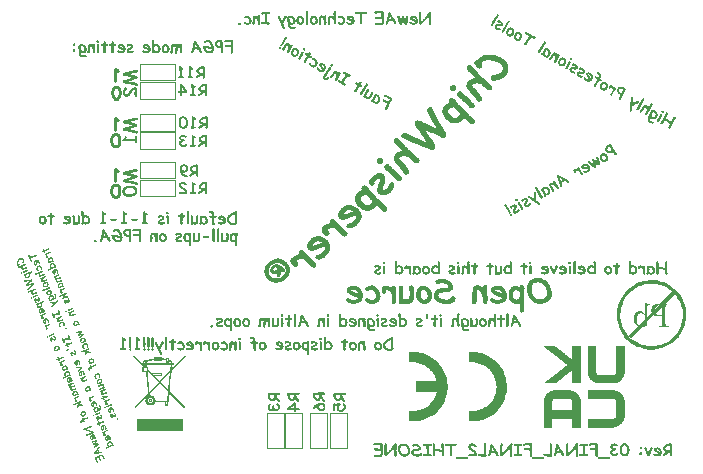
<source format=gbo>
G04*
G04 #@! TF.GenerationSoftware,Altium Limited,Altium Designer,23.2.1 (34)*
G04*
G04 Layer_Color=32896*
%FSLAX45Y45*%
%MOMM*%
G71*
G04*
G04 #@! TF.SameCoordinates,ADC88703-2645-4175-AC7A-3A7664539AE9*
G04*
G04*
G04 #@! TF.FilePolarity,Positive*
G04*
G01*
G75*
%ADD15C,0.10000*%
%ADD53C,0.25400*%
G36*
X12472858Y5779650D02*
X12465543D01*
Y5777821D01*
X12458228D01*
Y5775992D01*
X12454570D01*
Y5774163D01*
X12450913D01*
Y5772334D01*
X12445426D01*
Y5770506D01*
X12443598D01*
Y5768677D01*
X12439940D01*
Y5766848D01*
X12436282D01*
Y5765019D01*
X12434454D01*
Y5763190D01*
X12432625D01*
Y5761362D01*
X12428967D01*
Y5759533D01*
X12427138D01*
Y5757704D01*
X12425310D01*
Y5755875D01*
X12421652D01*
Y5752218D01*
X12419823D01*
Y5750389D01*
X12417994D01*
Y5748560D01*
X12416166D01*
Y5746731D01*
X12414337D01*
Y5744902D01*
X12412508D01*
Y5743074D01*
X12410679D01*
Y5739416D01*
X12408850D01*
Y5737587D01*
X12407022D01*
Y5733930D01*
X12405193D01*
Y5730272D01*
X12403364D01*
Y5728443D01*
X12401535D01*
Y5724786D01*
X12399706D01*
Y5719299D01*
X12397878D01*
Y5715642D01*
X12396049D01*
Y5710155D01*
X12394220D01*
Y5701011D01*
X12392391D01*
Y5686381D01*
X12390562D01*
Y5466925D01*
X12463714D01*
Y5538248D01*
X12633793D01*
Y5466925D01*
X12705116D01*
Y5701011D01*
X12703287D01*
Y5708326D01*
X12701458D01*
Y5713813D01*
X12699630D01*
Y5719299D01*
X12697801D01*
Y5722957D01*
X12695972D01*
Y5728443D01*
X12694143D01*
Y5730272D01*
X12692314D01*
Y5733930D01*
X12690486D01*
Y5737587D01*
X12688657D01*
Y5739416D01*
X12686828D01*
Y5741245D01*
X12684999D01*
Y5744902D01*
X12683170D01*
Y5746731D01*
X12681342D01*
Y5748560D01*
X12679513D01*
Y5750389D01*
X12677684D01*
Y5752218D01*
X12675855D01*
Y5754046D01*
X12674026D01*
Y5755875D01*
X12672198D01*
Y5757704D01*
X12670369D01*
Y5759533D01*
X12668540D01*
Y5761362D01*
X12664882D01*
Y5763190D01*
X12663054D01*
Y5765019D01*
X12661225D01*
Y5766848D01*
X12657567D01*
Y5768677D01*
X12653910D01*
Y5770506D01*
X12652081D01*
Y5772334D01*
X12646594D01*
Y5774163D01*
X12642937D01*
Y5775992D01*
X12637450D01*
Y5777821D01*
X12631964D01*
Y5779650D01*
X12624649D01*
Y5781478D01*
X12472858D01*
Y5779650D01*
D02*
G37*
G36*
X12705116Y6066771D02*
Y6154554D01*
X12633793D01*
Y6041168D01*
X12630135D01*
Y6042997D01*
X12628306D01*
Y6044826D01*
X12626478D01*
Y6046654D01*
X12624649D01*
Y6048483D01*
X12622820D01*
Y6050312D01*
X12619162D01*
Y6052141D01*
X12617334D01*
Y6053970D01*
X12615505D01*
Y6055798D01*
X12613676D01*
Y6057627D01*
X12610018D01*
Y6059456D01*
X12608190D01*
Y6061285D01*
X12606361D01*
Y6063114D01*
X12602703D01*
Y6064942D01*
X12600874D01*
Y6066771D01*
X12599046D01*
Y6068600D01*
X12597217D01*
Y6070429D01*
X12595388D01*
Y6072258D01*
X12591730D01*
Y6074086D01*
X12589902D01*
Y6075915D01*
X12588073D01*
Y6077744D01*
X12586244D01*
Y6079573D01*
X12582586D01*
Y6081402D01*
X12580758D01*
Y6083230D01*
X12578929D01*
Y6085059D01*
X12575271D01*
Y6086888D01*
X12573442D01*
Y6088717D01*
X12571614D01*
Y6090546D01*
X12569785D01*
Y6092374D01*
X12567956D01*
Y6094203D01*
X12564298D01*
Y6096032D01*
X12562470D01*
Y6097861D01*
X12560641D01*
Y6099690D01*
X12558812D01*
Y6101518D01*
X12555154D01*
Y6103347D01*
X12553326D01*
Y6105176D01*
X12551497D01*
Y6107005D01*
X12547839D01*
Y6108834D01*
X12546010D01*
Y6110662D01*
X12544182D01*
Y6112491D01*
X12542353D01*
Y6114320D01*
X12540524D01*
Y6116149D01*
X12536866D01*
Y6117978D01*
X12535038D01*
Y6119806D01*
X12533209D01*
Y6121635D01*
X12531380D01*
Y6123464D01*
X12527722D01*
Y6125293D01*
X12525894D01*
Y6127122D01*
X12524065D01*
Y6128950D01*
X12520407D01*
Y6130779D01*
X12518578D01*
Y6132608D01*
X12516750D01*
Y6134437D01*
X12514921D01*
Y6136266D01*
X12513092D01*
Y6138094D01*
X12509434D01*
Y6139923D01*
X12507606D01*
Y6141752D01*
X12505777D01*
Y6143581D01*
X12503948D01*
Y6145410D01*
X12500290D01*
Y6147238D01*
X12498462D01*
Y6149067D01*
X12496633D01*
Y6150896D01*
X12492975D01*
Y6152725D01*
X12491146D01*
Y6154554D01*
X12392391D01*
Y6152725D01*
X12394220D01*
Y6150896D01*
X12396049D01*
Y6149067D01*
X12397878D01*
Y6147238D01*
X12399706D01*
Y6145410D01*
X12403364D01*
Y6143581D01*
X12405193D01*
Y6141752D01*
X12407022D01*
Y6139923D01*
X12410679D01*
Y6138094D01*
X12412508D01*
Y6136266D01*
X12414337D01*
Y6134437D01*
X12416166D01*
Y6132608D01*
X12419823D01*
Y6130779D01*
X12421652D01*
Y6128950D01*
X12423481D01*
Y6127122D01*
X12427138D01*
Y6125293D01*
X12428967D01*
Y6123464D01*
X12430796D01*
Y6121635D01*
X12432625D01*
Y6119806D01*
X12436282D01*
Y6117978D01*
X12438111D01*
Y6116149D01*
X12439940D01*
Y6114320D01*
X12441769D01*
Y6112491D01*
X12445426D01*
Y6110662D01*
X12447255D01*
Y6108834D01*
X12449084D01*
Y6107005D01*
X12452742D01*
Y6105176D01*
X12454570D01*
Y6103347D01*
X12456399D01*
Y6101518D01*
X12458228D01*
Y6099690D01*
X12461886D01*
Y6097861D01*
X12463714D01*
Y6096032D01*
X12465543D01*
Y6094203D01*
X12467372D01*
Y6092374D01*
X12471030D01*
Y6090546D01*
X12472858D01*
Y6088717D01*
X12474687D01*
Y6086888D01*
X12476516D01*
Y6085059D01*
X12480174D01*
Y6083230D01*
X12482002D01*
Y6081402D01*
X12483831D01*
Y6079573D01*
X12487489D01*
Y6077744D01*
X12489318D01*
Y6075915D01*
X12491146D01*
Y6074086D01*
X12492975D01*
Y6072258D01*
X12496633D01*
Y6070429D01*
X12498462D01*
Y6068600D01*
X12500290D01*
Y6066771D01*
X12503948D01*
Y6064942D01*
X12505777D01*
Y6063114D01*
X12507606D01*
Y6061285D01*
X12509434D01*
Y6059456D01*
X12513092D01*
Y6057627D01*
X12514921D01*
Y6055798D01*
X12516750D01*
Y6053970D01*
X12518578D01*
Y6052141D01*
X12522236D01*
Y6050312D01*
X12524065D01*
Y6048483D01*
X12525894D01*
Y6046654D01*
X12529551D01*
Y6044826D01*
X12531380D01*
Y6042997D01*
X12533209D01*
Y6041168D01*
X12535038D01*
Y6039339D01*
X12538695D01*
Y6037510D01*
X12540524D01*
Y6035682D01*
X12542353D01*
Y6033853D01*
X12544182D01*
Y6032024D01*
X12547839D01*
Y6030195D01*
X12549668D01*
Y6028366D01*
X12551497D01*
Y6026538D01*
X12553326D01*
Y6024709D01*
X12556983D01*
Y6022880D01*
X12558812D01*
Y6021051D01*
X12560641D01*
Y6019222D01*
X12564298D01*
Y6017394D01*
X12566127D01*
Y6015565D01*
X12567956D01*
Y6013736D01*
X12569785D01*
Y6011907D01*
X12573442D01*
Y6010078D01*
X12575271D01*
Y6008250D01*
X12577100D01*
Y6006421D01*
X12580758D01*
Y6004592D01*
X12582586D01*
Y6002763D01*
X12584415D01*
Y6000934D01*
X12586244D01*
Y5999106D01*
X12589902D01*
Y5997277D01*
X12591730D01*
Y5995448D01*
X12588073D01*
Y5993619D01*
X12586244D01*
Y5991790D01*
X12584415D01*
Y5989962D01*
X12582586D01*
Y5988133D01*
X12578929D01*
Y5986304D01*
X12577100D01*
Y5984475D01*
X12575271D01*
Y5982646D01*
X12573442D01*
Y5980818D01*
X12569785D01*
Y5978989D01*
X12567956D01*
Y5977160D01*
X12566127D01*
Y5975331D01*
X12562470D01*
Y5973502D01*
X12560641D01*
Y5971674D01*
X12558812D01*
Y5969845D01*
X12556983D01*
Y5968016D01*
X12553326D01*
Y5966187D01*
X12551497D01*
Y5964358D01*
X12549668D01*
Y5962530D01*
X12547839D01*
Y5960701D01*
X12544182D01*
Y5958872D01*
X12542353D01*
Y5957043D01*
X12540524D01*
Y5955214D01*
X12536866D01*
Y5953386D01*
X12535038D01*
Y5951557D01*
X12533209D01*
Y5949728D01*
X12531380D01*
Y5947899D01*
X12527722D01*
Y5946070D01*
X12525894D01*
Y5944242D01*
X12524065D01*
Y5942413D01*
X12520407D01*
Y5940584D01*
X12518578D01*
Y5938755D01*
X12516750D01*
Y5936926D01*
X12514921D01*
Y5935098D01*
X12511263D01*
Y5933269D01*
X12509434D01*
Y5931440D01*
X12507606D01*
Y5929611D01*
X12505777D01*
Y5927782D01*
X12502119D01*
Y5925954D01*
X12500290D01*
Y5924125D01*
X12498462D01*
Y5922296D01*
X12496633D01*
Y5920467D01*
X12492975D01*
Y5918638D01*
X12491146D01*
Y5916810D01*
X12489318D01*
Y5914981D01*
X12485660D01*
Y5913152D01*
X12483831D01*
Y5911323D01*
X12482002D01*
Y5909494D01*
X12480174D01*
Y5907666D01*
X12476516D01*
Y5905837D01*
X12474687D01*
Y5904008D01*
X12472858D01*
Y5902179D01*
X12471030D01*
Y5900350D01*
X12467372D01*
Y5898522D01*
X12465543D01*
Y5896693D01*
X12463714D01*
Y5894864D01*
X12460057D01*
Y5893035D01*
X12458228D01*
Y5891206D01*
X12456399D01*
Y5889378D01*
X12454570D01*
Y5887549D01*
X12450913D01*
Y5885720D01*
X12449084D01*
Y5883891D01*
X12447255D01*
Y5882062D01*
X12443598D01*
Y5880234D01*
X12441769D01*
Y5878405D01*
X12439940D01*
Y5876576D01*
X12438111D01*
Y5874747D01*
X12434454D01*
Y5872918D01*
X12432625D01*
Y5871090D01*
X12430796D01*
Y5869261D01*
X12428967D01*
Y5867432D01*
X12425310D01*
Y5865603D01*
X12423481D01*
Y5863774D01*
X12421652D01*
Y5861946D01*
X12419823D01*
Y5860117D01*
X12416166D01*
Y5858288D01*
X12414337D01*
Y5856459D01*
X12412508D01*
Y5854630D01*
X12408850D01*
Y5852802D01*
X12407022D01*
Y5850973D01*
X12405193D01*
Y5849144D01*
X12403364D01*
Y5847315D01*
X12399706D01*
Y5845486D01*
X12397878D01*
Y5843658D01*
X12396049D01*
Y5841829D01*
X12394220D01*
Y5840000D01*
X12492975D01*
Y5841829D01*
X12494804D01*
Y5843658D01*
X12498462D01*
Y5845486D01*
X12500290D01*
Y5847315D01*
X12502119D01*
Y5849144D01*
X12505777D01*
Y5850973D01*
X12507606D01*
Y5852802D01*
X12509434D01*
Y5854630D01*
X12511263D01*
Y5856459D01*
X12514921D01*
Y5858288D01*
X12516750D01*
Y5860117D01*
X12518578D01*
Y5861946D01*
X12520407D01*
Y5863774D01*
X12522236D01*
Y5865603D01*
X12525894D01*
Y5867432D01*
X12527722D01*
Y5869261D01*
X12529551D01*
Y5871090D01*
X12533209D01*
Y5872918D01*
X12535038D01*
Y5874747D01*
X12536866D01*
Y5876576D01*
X12538695D01*
Y5878405D01*
X12542353D01*
Y5880234D01*
X12544182D01*
Y5882062D01*
X12546010D01*
Y5883891D01*
X12547839D01*
Y5885720D01*
X12549668D01*
Y5887549D01*
X12553326D01*
Y5889378D01*
X12555154D01*
Y5891206D01*
X12556983D01*
Y5893035D01*
X12560641D01*
Y5894864D01*
X12562470D01*
Y5896693D01*
X12564298D01*
Y5898522D01*
X12566127D01*
Y5900350D01*
X12569785D01*
Y5902179D01*
X12571614D01*
Y5904008D01*
X12573442D01*
Y5905837D01*
X12575271D01*
Y5907666D01*
X12577100D01*
Y5909494D01*
X12580758D01*
Y5911323D01*
X12582586D01*
Y5913152D01*
X12584415D01*
Y5914981D01*
X12588073D01*
Y5916810D01*
X12589902D01*
Y5918638D01*
X12591730D01*
Y5920467D01*
X12593559D01*
Y5922296D01*
X12597217D01*
Y5924125D01*
X12599046D01*
Y5925954D01*
X12600874D01*
Y5927782D01*
X12602703D01*
Y5929611D01*
X12604532D01*
Y5931440D01*
X12608190D01*
Y5933269D01*
X12610018D01*
Y5935098D01*
X12611847D01*
Y5936926D01*
X12615505D01*
Y5938755D01*
X12617334D01*
Y5940584D01*
X12619162D01*
Y5942413D01*
X12620991D01*
Y5944242D01*
X12624649D01*
Y5946070D01*
X12626478D01*
Y5947899D01*
X12628306D01*
Y5949728D01*
X12630135D01*
Y5951557D01*
X12631964D01*
Y5953386D01*
X12633793D01*
Y5840000D01*
X12705116D01*
Y6064942D01*
Y6066771D01*
D02*
G37*
G36*
X12789241Y5466925D02*
X12983093D01*
Y5468754D01*
X12995895D01*
Y5470582D01*
X13005038D01*
Y5472411D01*
X13010526D01*
Y5474240D01*
X13014183D01*
Y5476069D01*
X13019670D01*
Y5477898D01*
X13023328D01*
Y5479726D01*
X13026985D01*
Y5481555D01*
X13030643D01*
Y5483384D01*
X13032471D01*
Y5485213D01*
X13034300D01*
Y5487042D01*
X13037958D01*
Y5488870D01*
X13039786D01*
Y5490699D01*
X13041615D01*
Y5492528D01*
X13045273D01*
Y5494357D01*
X13047102D01*
Y5498014D01*
X13050758D01*
Y5499843D01*
X13052588D01*
Y5503501D01*
X13054417D01*
Y5505330D01*
X13056245D01*
Y5507158D01*
X13058073D01*
Y5510816D01*
X13059903D01*
Y5512645D01*
X13061732D01*
Y5514474D01*
X13063560D01*
Y5518131D01*
X13065390D01*
Y5521789D01*
X13067218D01*
Y5525446D01*
X13069048D01*
Y5530933D01*
X13070876D01*
Y5534590D01*
X13072705D01*
Y5540077D01*
X13074535D01*
Y5549221D01*
X13076363D01*
Y5562022D01*
X13078191D01*
Y5686381D01*
X13076363D01*
Y5701011D01*
X13074535D01*
Y5710155D01*
X13072705D01*
Y5715642D01*
X13070876D01*
Y5719299D01*
X13069048D01*
Y5724786D01*
X13067218D01*
Y5728443D01*
X13065390D01*
Y5730272D01*
X13063560D01*
Y5733930D01*
X13061732D01*
Y5737587D01*
X13059903D01*
Y5739416D01*
X13058073D01*
Y5743074D01*
X13056245D01*
Y5744902D01*
X13054417D01*
Y5746731D01*
X13052588D01*
Y5748560D01*
X13050758D01*
Y5750389D01*
X13048930D01*
Y5752218D01*
X13047102D01*
Y5755875D01*
X13043443D01*
Y5757704D01*
X13041615D01*
Y5759533D01*
X13039786D01*
Y5761362D01*
X13036130D01*
Y5763190D01*
X13034300D01*
Y5765019D01*
X13032471D01*
Y5766848D01*
X13028815D01*
Y5768677D01*
X13025156D01*
Y5770506D01*
X13023328D01*
Y5772334D01*
X13017841D01*
Y5774163D01*
X13014183D01*
Y5775992D01*
X13010526D01*
Y5777821D01*
X13003210D01*
Y5779650D01*
X12995895D01*
Y5781478D01*
X12763638D01*
Y5710155D01*
X12986751D01*
Y5708326D01*
X12990408D01*
Y5706498D01*
X12994066D01*
Y5704669D01*
X12995895D01*
Y5702840D01*
X12997723D01*
Y5701011D01*
X12999553D01*
Y5699182D01*
X13001382D01*
Y5695525D01*
X13003210D01*
Y5691867D01*
X13005038D01*
Y5558365D01*
X13003210D01*
Y5554707D01*
X13001382D01*
Y5551050D01*
X12999553D01*
Y5549221D01*
X12997723D01*
Y5547392D01*
X12995895D01*
Y5545563D01*
X12994066D01*
Y5543734D01*
X12990408D01*
Y5541906D01*
X12986751D01*
Y5540077D01*
X12763638D01*
Y5466925D01*
X12787412D01*
X12789241D01*
D02*
G37*
G36*
X12834961Y6010078D02*
Y6154554D01*
X12763638D01*
Y5920467D01*
X12765466D01*
Y5913152D01*
X12767295D01*
Y5907666D01*
X12769124D01*
Y5902179D01*
X12770953D01*
Y5898522D01*
X12772782D01*
Y5893035D01*
X12774610D01*
Y5891206D01*
X12776439D01*
Y5887549D01*
X12778268D01*
Y5883891D01*
X12780097D01*
Y5882062D01*
X12781926D01*
Y5880234D01*
X12783754D01*
Y5876576D01*
X12785583D01*
Y5874747D01*
X12787412D01*
Y5872918D01*
X12789241D01*
Y5871090D01*
X12791070D01*
Y5869261D01*
X12792898D01*
Y5867432D01*
X12794727D01*
Y5865603D01*
X12796556D01*
Y5863774D01*
X12798385D01*
Y5861946D01*
X12800214D01*
Y5860117D01*
X12803871D01*
Y5858288D01*
X12805701D01*
Y5856459D01*
X12807529D01*
Y5854630D01*
X12811186D01*
Y5852802D01*
X12814844D01*
Y5850973D01*
X12816673D01*
Y5849144D01*
X12822159D01*
Y5847315D01*
X12825816D01*
Y5845486D01*
X12831303D01*
Y5843658D01*
X12836790D01*
Y5841829D01*
X12844106D01*
Y5840000D01*
X12995895D01*
Y5841829D01*
X13003210D01*
Y5843658D01*
X13010526D01*
Y5845486D01*
X13014183D01*
Y5847315D01*
X13017841D01*
Y5849144D01*
X13023328D01*
Y5850973D01*
X13025156D01*
Y5852802D01*
X13028815D01*
Y5854630D01*
X13032471D01*
Y5856459D01*
X13034300D01*
Y5858288D01*
X13036130D01*
Y5860117D01*
X13039786D01*
Y5861946D01*
X13041615D01*
Y5863774D01*
X13043443D01*
Y5865603D01*
X13047102D01*
Y5869261D01*
X13048930D01*
Y5871090D01*
X13050758D01*
Y5872918D01*
X13052588D01*
Y5874747D01*
X13054417D01*
Y5876576D01*
X13056245D01*
Y5878405D01*
X13058073D01*
Y5882062D01*
X13059903D01*
Y5883891D01*
X13061732D01*
Y5887549D01*
X13063560D01*
Y5891206D01*
X13065390D01*
Y5893035D01*
X13067218D01*
Y5896693D01*
X13069048D01*
Y5902179D01*
X13070876D01*
Y5905837D01*
X13072705D01*
Y5911323D01*
X13074535D01*
Y5920467D01*
X13076363D01*
Y5935098D01*
X13078191D01*
Y6154554D01*
X13005038D01*
Y5929611D01*
X13003210D01*
Y5925954D01*
X13001382D01*
Y5922296D01*
X12999553D01*
Y5920467D01*
X12997723D01*
Y5918638D01*
X12995895D01*
Y5916810D01*
X12994066D01*
Y5914981D01*
X12990408D01*
Y5913152D01*
X12986751D01*
Y5911323D01*
X12855078D01*
Y5913152D01*
X12849591D01*
Y5914981D01*
X12845934D01*
Y5916810D01*
X12844106D01*
Y5918638D01*
X12842276D01*
Y5920467D01*
X12840446D01*
Y5922296D01*
X12838618D01*
Y5925954D01*
X12836790D01*
Y5931440D01*
X12834961D01*
Y6008250D01*
Y6010078D01*
D02*
G37*
G36*
X11647719Y5330581D02*
X11648969Y5330082D01*
X11650094Y5329457D01*
X11650968Y5328832D01*
X11651593Y5328332D01*
X11651968Y5327957D01*
X11652093Y5327832D01*
X11652968Y5326707D01*
X11653593Y5325583D01*
X11653968Y5324458D01*
X11654217Y5323458D01*
X11654467Y5322583D01*
X11654592Y5321959D01*
Y5321459D01*
Y5321334D01*
X11654467Y5320084D01*
X11654217Y5318834D01*
X11653843Y5317835D01*
X11653343Y5316835D01*
X11652093Y5315210D01*
X11650718Y5314086D01*
X11649344Y5313211D01*
X11648094Y5312586D01*
X11647594Y5312461D01*
X11647219Y5312336D01*
X11646969Y5312211D01*
X11646844D01*
X11645095Y5311836D01*
X11643220Y5311461D01*
X11639096Y5310961D01*
X11635097Y5310587D01*
X11631098Y5310337D01*
X11629349Y5310212D01*
X11626100D01*
X11624725Y5310087D01*
X11618477D01*
X11618352Y5308587D01*
Y5306962D01*
X11618227Y5305088D01*
X11618102Y5303088D01*
X11617727Y5298840D01*
X11617477Y5294716D01*
X11617227Y5292716D01*
X11617102Y5290842D01*
X11616977Y5289092D01*
X11616852Y5287592D01*
X11616727Y5286343D01*
Y5285343D01*
X11616602Y5284843D01*
Y5284593D01*
X11616352Y5281719D01*
X11616102Y5278970D01*
X11615977Y5276345D01*
X11615852Y5273846D01*
X11615727Y5271597D01*
X11615602Y5269597D01*
X11615477Y5267598D01*
X11615352Y5265973D01*
Y5264348D01*
Y5263099D01*
X11615227Y5261849D01*
Y5260974D01*
Y5260224D01*
Y5259725D01*
Y5259350D01*
Y5259225D01*
Y5257850D01*
X11615103Y5256225D01*
Y5254601D01*
X11614978Y5252976D01*
X11614853Y5251602D01*
Y5250477D01*
X11614728Y5249602D01*
Y5249477D01*
Y5249352D01*
X11614603Y5247103D01*
X11614478Y5245103D01*
X11614353Y5243479D01*
X11614228Y5242104D01*
Y5240979D01*
Y5240230D01*
Y5239730D01*
Y5239605D01*
Y5238730D01*
X11614353Y5237730D01*
X11614478Y5236980D01*
X11614603Y5236730D01*
Y5236605D01*
X11614728Y5235356D01*
X11614853Y5234356D01*
Y5233856D01*
Y5233606D01*
X11614728Y5232107D01*
X11614353Y5230857D01*
X11613853Y5229607D01*
X11613228Y5228608D01*
X11612603Y5227858D01*
X11612103Y5227233D01*
X11611728Y5226858D01*
X11611603Y5226733D01*
X11610479Y5225983D01*
X11609229Y5225358D01*
X11608104Y5224983D01*
X11606980Y5224609D01*
X11606105Y5224484D01*
X11605355Y5224359D01*
X11604730D01*
X11603730Y5224484D01*
X11602856Y5224609D01*
X11601231Y5225233D01*
X11599856Y5226108D01*
X11598607Y5227108D01*
X11597732Y5227983D01*
X11596982Y5228857D01*
X11596607Y5229482D01*
X11596482Y5229732D01*
X11595732Y5231357D01*
X11595233Y5232981D01*
X11594858Y5234481D01*
X11594608Y5235981D01*
X11594483Y5237230D01*
X11594358Y5238230D01*
Y5238855D01*
Y5239105D01*
Y5240105D01*
X11594483Y5241229D01*
X11594608Y5243479D01*
X11594733Y5244478D01*
Y5245353D01*
X11594858Y5245853D01*
Y5246103D01*
X11594983Y5247728D01*
X11595108Y5249227D01*
X11595233Y5250477D01*
Y5251477D01*
X11595358Y5252226D01*
Y5252726D01*
Y5253101D01*
Y5253226D01*
Y5255226D01*
Y5257475D01*
X11595607Y5262099D01*
X11595857Y5266848D01*
X11596107Y5271472D01*
X11596232Y5273596D01*
X11596357Y5275595D01*
X11596482Y5277345D01*
X11596607Y5278845D01*
X11596732Y5280094D01*
Y5281094D01*
X11596857Y5281594D01*
Y5281844D01*
X11597107Y5285593D01*
X11597357Y5288967D01*
X11597607Y5292091D01*
X11597732Y5294966D01*
X11597982Y5297590D01*
X11598107Y5299839D01*
X11598232Y5301964D01*
Y5303838D01*
X11598357Y5305338D01*
X11598482Y5306713D01*
Y5307837D01*
Y5308712D01*
X11598607Y5309462D01*
Y5309962D01*
Y5310212D01*
Y5310337D01*
X11596232D01*
X11593483Y5310212D01*
X11590609Y5310087D01*
X11587859Y5309962D01*
X11585485Y5309837D01*
X11584360Y5309712D01*
X11582611D01*
X11582111Y5309587D01*
X11581611D01*
X11579487Y5309462D01*
X11577487Y5309337D01*
X11575738Y5309212D01*
X11573988D01*
X11572488Y5309087D01*
X11571114Y5308962D01*
X11567740D01*
X11566865Y5308837D01*
X11564615D01*
X11563116Y5308962D01*
X11561741Y5309212D01*
X11560491Y5309712D01*
X11559492Y5310212D01*
X11558617Y5310712D01*
X11557992Y5311211D01*
X11557617Y5311461D01*
X11557492Y5311586D01*
X11556493Y5312711D01*
X11555868Y5313836D01*
X11555368Y5314960D01*
X11554993Y5315960D01*
X11554743Y5316960D01*
X11554618Y5317710D01*
Y5318210D01*
Y5318335D01*
X11554743Y5319834D01*
X11555118Y5321084D01*
X11555493Y5322209D01*
X11555993Y5323208D01*
X11556617Y5323958D01*
X11556992Y5324583D01*
X11557367Y5324958D01*
X11557492Y5325083D01*
X11558617Y5326083D01*
X11559867Y5326707D01*
X11560991Y5327207D01*
X11562116Y5327582D01*
X11563116Y5327832D01*
X11563866Y5327957D01*
X11566865D01*
X11569364Y5328082D01*
X11571989Y5328207D01*
X11574613Y5328332D01*
X11576987D01*
X11577987Y5328457D01*
X11578862D01*
X11579612Y5328582D01*
X11580611D01*
X11582486Y5328707D01*
X11584360Y5328832D01*
X11585985Y5328957D01*
X11587610Y5329082D01*
X11588984D01*
X11590359Y5329207D01*
X11592483D01*
X11594233Y5329332D01*
X11600231D01*
X11602356Y5329207D01*
X11606355D01*
X11607230Y5329082D01*
X11612353D01*
X11614978Y5328957D01*
X11623850D01*
X11625600Y5329082D01*
X11627474Y5329207D01*
X11629349Y5329332D01*
X11630848Y5329457D01*
X11632223Y5329582D01*
X11632723D01*
X11632973Y5329707D01*
X11633348D01*
X11634847Y5329832D01*
X11636347Y5330082D01*
X11637597Y5330207D01*
X11638721Y5330331D01*
X11640596Y5330581D01*
X11642096Y5330706D01*
X11643220Y5330831D01*
X11643970Y5330956D01*
X11646095D01*
X11647719Y5330581D01*
D02*
G37*
G36*
X12745313Y5329332D02*
X12747188D01*
X12748812Y5329207D01*
X12751686D01*
X12752936Y5329082D01*
X12753936D01*
X12754686Y5328957D01*
X12755436D01*
X12755935Y5328832D01*
X12756560D01*
X12757935Y5328582D01*
X12759060Y5328207D01*
X12760184Y5327832D01*
X12761059Y5327332D01*
X12761809Y5326832D01*
X12762309Y5326457D01*
X12762684Y5326208D01*
X12762809Y5326083D01*
X12763683Y5325083D01*
X12764308Y5323958D01*
X12764808Y5322833D01*
X12765058Y5321834D01*
X12765308Y5320959D01*
X12765433Y5320209D01*
Y5319584D01*
Y5319459D01*
X12765308Y5317960D01*
X12765058Y5316710D01*
X12764558Y5315460D01*
X12764058Y5314461D01*
X12763558Y5313711D01*
X12763059Y5313086D01*
X12762809Y5312711D01*
X12762684Y5312586D01*
X12761559Y5311711D01*
X12760309Y5311086D01*
X12759185Y5310587D01*
X12758060Y5310337D01*
X12757060Y5310087D01*
X12756310Y5309962D01*
X12755560D01*
X12740314Y5310337D01*
X12740814Y5303838D01*
X12741189Y5297340D01*
X12741314Y5294216D01*
X12741439Y5291216D01*
X12741564Y5288342D01*
Y5285593D01*
X12741689Y5283094D01*
Y5280844D01*
X12741814Y5278970D01*
Y5277220D01*
Y5275845D01*
Y5274846D01*
Y5274221D01*
Y5273971D01*
Y5269722D01*
Y5265848D01*
Y5262349D01*
Y5259225D01*
Y5256225D01*
X12741689Y5253726D01*
Y5251352D01*
Y5249352D01*
Y5247728D01*
Y5246228D01*
X12741564Y5244978D01*
Y5243979D01*
Y5243229D01*
Y5242729D01*
Y5242479D01*
Y5242354D01*
X12744563Y5241979D01*
X12747188Y5241729D01*
X12749562Y5241604D01*
X12751437Y5241479D01*
X12752936Y5241354D01*
X12755061D01*
X12756685Y5241229D01*
X12758185Y5240854D01*
X12759434Y5240479D01*
X12760434Y5239980D01*
X12761309Y5239355D01*
X12762059Y5238980D01*
X12762434Y5238605D01*
X12762559Y5238480D01*
X12763558Y5237355D01*
X12764183Y5236231D01*
X12764683Y5235106D01*
X12765058Y5234106D01*
X12765308Y5233106D01*
X12765433Y5232357D01*
Y5231857D01*
Y5231732D01*
X12765308Y5230357D01*
X12765058Y5229107D01*
X12764558Y5227983D01*
X12764058Y5226983D01*
X12763558Y5226233D01*
X12763059Y5225608D01*
X12762809Y5225233D01*
X12762684Y5225108D01*
X12761559Y5224234D01*
X12760309Y5223484D01*
X12759185Y5222984D01*
X12758060Y5222734D01*
X12757060Y5222484D01*
X12756310Y5222359D01*
X12753561D01*
X12751312Y5222609D01*
X12749062Y5222734D01*
X12746688Y5222984D01*
X12744688Y5223234D01*
X12743813Y5223359D01*
X12742939D01*
X12742314Y5223484D01*
X12741814Y5223609D01*
X12741439D01*
X12738065Y5223984D01*
X12735191Y5224359D01*
X12732691Y5224609D01*
X12730692Y5224734D01*
X12729192Y5224858D01*
X12721694D01*
X12719695Y5224983D01*
X12712322D01*
X12709822Y5225108D01*
X12703074D01*
X12701574Y5225233D01*
X12700200Y5225483D01*
X12698950Y5225983D01*
X12697950Y5226483D01*
X12697075Y5226983D01*
X12696451Y5227483D01*
X12696076Y5227733D01*
X12695951Y5227858D01*
X12694951Y5228982D01*
X12694326Y5230107D01*
X12693826Y5231107D01*
X12693451Y5232232D01*
X12693201Y5233106D01*
X12693076Y5233856D01*
Y5234356D01*
Y5234481D01*
X12693201Y5235856D01*
X12693576Y5237105D01*
X12693951Y5238230D01*
X12694451Y5239230D01*
X12695076Y5239980D01*
X12695451Y5240604D01*
X12695826Y5240979D01*
X12695951Y5241104D01*
X12697075Y5242104D01*
X12698200Y5242729D01*
X12699325Y5243229D01*
X12700450Y5243604D01*
X12701324Y5243854D01*
X12702074Y5243979D01*
X12715946D01*
X12717195Y5243854D01*
X12721819D01*
Y5275221D01*
Y5279095D01*
Y5282844D01*
X12721694Y5286343D01*
Y5289592D01*
X12721569Y5292716D01*
X12721444Y5295465D01*
Y5298090D01*
X12721319Y5300464D01*
X12721194Y5302464D01*
X12721069Y5304338D01*
Y5305963D01*
X12720944Y5307212D01*
Y5308212D01*
X12720819Y5308962D01*
Y5309462D01*
Y5309587D01*
X12718195Y5309212D01*
X12715696Y5308962D01*
X12713571Y5308712D01*
X12711572Y5308462D01*
X12709947Y5308337D01*
X12708448Y5308212D01*
X12707073Y5308087D01*
X12705948Y5307962D01*
X12705073Y5307837D01*
X12704324D01*
X12703699Y5307712D01*
X12702449D01*
X12701199Y5307837D01*
X12700075Y5308087D01*
X12699075Y5308337D01*
X12698075Y5308837D01*
X12697325Y5309212D01*
X12696826Y5309462D01*
X12696451Y5309712D01*
X12696326Y5309837D01*
X12695201Y5310836D01*
X12694451Y5312086D01*
X12693826Y5313211D01*
X12693451Y5314336D01*
X12693201Y5315335D01*
X12693076Y5316085D01*
Y5316585D01*
Y5316835D01*
X12693201Y5318335D01*
X12693451Y5319709D01*
X12693826Y5320834D01*
X12694326Y5321959D01*
X12695076Y5322833D01*
X12695701Y5323708D01*
X12697200Y5324958D01*
X12698825Y5325708D01*
X12700075Y5326208D01*
X12700700Y5326457D01*
X12701074D01*
X12701324Y5326582D01*
X12701449D01*
X12705323Y5327082D01*
X12708947Y5327582D01*
X12712447Y5327957D01*
X12715696Y5328207D01*
X12718695Y5328582D01*
X12721569Y5328707D01*
X12724193Y5328957D01*
X12726443Y5329082D01*
X12728567Y5329207D01*
X12730442Y5329332D01*
X12732066D01*
X12733441Y5329457D01*
X12743189D01*
X12745313Y5329332D01*
D02*
G37*
G36*
X12189330D02*
X12191205D01*
X12192830Y5329207D01*
X12195704D01*
X12196954Y5329082D01*
X12197953D01*
X12198703Y5328957D01*
X12199453D01*
X12199953Y5328832D01*
X12200578D01*
X12201952Y5328582D01*
X12203077Y5328207D01*
X12204202Y5327832D01*
X12205076Y5327332D01*
X12205826Y5326832D01*
X12206326Y5326457D01*
X12206701Y5326208D01*
X12206826Y5326083D01*
X12207701Y5325083D01*
X12208326Y5323958D01*
X12208825Y5322833D01*
X12209075Y5321834D01*
X12209325Y5320959D01*
X12209450Y5320209D01*
Y5319584D01*
Y5319459D01*
X12209325Y5317960D01*
X12209075Y5316710D01*
X12208576Y5315460D01*
X12208076Y5314461D01*
X12207576Y5313711D01*
X12207076Y5313086D01*
X12206826Y5312711D01*
X12206701Y5312586D01*
X12205576Y5311711D01*
X12204327Y5311086D01*
X12203202Y5310587D01*
X12202077Y5310337D01*
X12201077Y5310087D01*
X12200328Y5309962D01*
X12199578D01*
X12184332Y5310337D01*
X12184832Y5303838D01*
X12185207Y5297340D01*
X12185331Y5294216D01*
X12185456Y5291216D01*
X12185581Y5288342D01*
Y5285593D01*
X12185706Y5283094D01*
Y5280844D01*
X12185831Y5278970D01*
Y5277220D01*
Y5275845D01*
Y5274846D01*
Y5274221D01*
Y5273971D01*
Y5269722D01*
Y5265848D01*
Y5262349D01*
Y5259225D01*
Y5256225D01*
X12185706Y5253726D01*
Y5251352D01*
Y5249352D01*
Y5247728D01*
Y5246228D01*
X12185581Y5244978D01*
Y5243979D01*
Y5243229D01*
Y5242729D01*
Y5242479D01*
Y5242354D01*
X12188581Y5241979D01*
X12191205Y5241729D01*
X12193579Y5241604D01*
X12195454Y5241479D01*
X12196954Y5241354D01*
X12199078D01*
X12200703Y5241229D01*
X12202202Y5240854D01*
X12203452Y5240479D01*
X12204452Y5239980D01*
X12205326Y5239355D01*
X12206076Y5238980D01*
X12206451Y5238605D01*
X12206576Y5238480D01*
X12207576Y5237355D01*
X12208201Y5236231D01*
X12208701Y5235106D01*
X12209075Y5234106D01*
X12209325Y5233106D01*
X12209450Y5232357D01*
Y5231857D01*
Y5231732D01*
X12209325Y5230357D01*
X12209075Y5229107D01*
X12208576Y5227983D01*
X12208076Y5226983D01*
X12207576Y5226233D01*
X12207076Y5225608D01*
X12206826Y5225233D01*
X12206701Y5225108D01*
X12205576Y5224234D01*
X12204327Y5223484D01*
X12203202Y5222984D01*
X12202077Y5222734D01*
X12201077Y5222484D01*
X12200328Y5222359D01*
X12197578D01*
X12195329Y5222609D01*
X12193079Y5222734D01*
X12190705Y5222984D01*
X12188706Y5223234D01*
X12187831Y5223359D01*
X12186956D01*
X12186331Y5223484D01*
X12185831Y5223609D01*
X12185456D01*
X12182082Y5223984D01*
X12179208Y5224359D01*
X12176709Y5224609D01*
X12174709Y5224734D01*
X12173210Y5224858D01*
X12165712D01*
X12163712Y5224983D01*
X12156339D01*
X12153840Y5225108D01*
X12147091D01*
X12145592Y5225233D01*
X12144217Y5225483D01*
X12142967Y5225983D01*
X12141968Y5226483D01*
X12141093Y5226983D01*
X12140468Y5227483D01*
X12140093Y5227733D01*
X12139968Y5227858D01*
X12138968Y5228982D01*
X12138344Y5230107D01*
X12137844Y5231107D01*
X12137469Y5232232D01*
X12137219Y5233106D01*
X12137094Y5233856D01*
Y5234356D01*
Y5234481D01*
X12137219Y5235856D01*
X12137594Y5237105D01*
X12137969Y5238230D01*
X12138468Y5239230D01*
X12139093Y5239980D01*
X12139468Y5240604D01*
X12139843Y5240979D01*
X12139968Y5241104D01*
X12141093Y5242104D01*
X12142218Y5242729D01*
X12143342Y5243229D01*
X12144467Y5243604D01*
X12145342Y5243854D01*
X12146092Y5243979D01*
X12159963D01*
X12161213Y5243854D01*
X12165836D01*
Y5275221D01*
Y5279095D01*
Y5282844D01*
X12165712Y5286343D01*
Y5289592D01*
X12165587Y5292716D01*
X12165462Y5295465D01*
Y5298090D01*
X12165337Y5300464D01*
X12165212Y5302464D01*
X12165087Y5304338D01*
Y5305963D01*
X12164962Y5307212D01*
Y5308212D01*
X12164837Y5308962D01*
Y5309462D01*
Y5309587D01*
X12162212Y5309212D01*
X12159713Y5308962D01*
X12157589Y5308712D01*
X12155589Y5308462D01*
X12153965Y5308337D01*
X12152465Y5308212D01*
X12151090Y5308087D01*
X12149966Y5307962D01*
X12149091Y5307837D01*
X12148341D01*
X12147716Y5307712D01*
X12146466D01*
X12145217Y5307837D01*
X12144092Y5308087D01*
X12143092Y5308337D01*
X12142093Y5308837D01*
X12141343Y5309212D01*
X12140843Y5309462D01*
X12140468Y5309712D01*
X12140343Y5309837D01*
X12139218Y5310836D01*
X12138468Y5312086D01*
X12137844Y5313211D01*
X12137469Y5314336D01*
X12137219Y5315335D01*
X12137094Y5316085D01*
Y5316585D01*
Y5316835D01*
X12137219Y5318335D01*
X12137469Y5319709D01*
X12137844Y5320834D01*
X12138344Y5321959D01*
X12139093Y5322833D01*
X12139718Y5323708D01*
X12141218Y5324958D01*
X12142842Y5325708D01*
X12144092Y5326208D01*
X12144717Y5326457D01*
X12145092D01*
X12145342Y5326582D01*
X12145467D01*
X12149341Y5327082D01*
X12152965Y5327582D01*
X12156464Y5327957D01*
X12159713Y5328207D01*
X12162712Y5328582D01*
X12165587Y5328707D01*
X12168211Y5328957D01*
X12170460Y5329082D01*
X12172585Y5329207D01*
X12174459Y5329332D01*
X12176084D01*
X12177458Y5329457D01*
X12187206D01*
X12189330Y5329332D01*
D02*
G37*
G36*
X11422777D02*
X11424651D01*
X11426276Y5329207D01*
X11429150D01*
X11430400Y5329082D01*
X11431400D01*
X11432149Y5328957D01*
X11432899D01*
X11433399Y5328832D01*
X11434024D01*
X11435399Y5328582D01*
X11436523Y5328207D01*
X11437648Y5327832D01*
X11438523Y5327332D01*
X11439273Y5326832D01*
X11439772Y5326457D01*
X11440147Y5326208D01*
X11440272Y5326083D01*
X11441147Y5325083D01*
X11441772Y5323958D01*
X11442272Y5322833D01*
X11442522Y5321834D01*
X11442772Y5320959D01*
X11442897Y5320209D01*
Y5319584D01*
Y5319459D01*
X11442772Y5317960D01*
X11442522Y5316710D01*
X11442022Y5315460D01*
X11441522Y5314461D01*
X11441022Y5313711D01*
X11440522Y5313086D01*
X11440272Y5312711D01*
X11440147Y5312586D01*
X11439023Y5311711D01*
X11437773Y5311086D01*
X11436648Y5310587D01*
X11435523Y5310337D01*
X11434524Y5310087D01*
X11433774Y5309962D01*
X11433024D01*
X11417778Y5310337D01*
X11418278Y5303838D01*
X11418653Y5297340D01*
X11418778Y5294216D01*
X11418903Y5291216D01*
X11419028Y5288342D01*
Y5285593D01*
X11419153Y5283094D01*
Y5280844D01*
X11419278Y5278970D01*
Y5277220D01*
Y5275845D01*
Y5274846D01*
Y5274221D01*
Y5273971D01*
Y5269722D01*
Y5265848D01*
Y5262349D01*
Y5259225D01*
Y5256225D01*
X11419153Y5253726D01*
Y5251352D01*
Y5249352D01*
Y5247728D01*
Y5246228D01*
X11419028Y5244978D01*
Y5243979D01*
Y5243229D01*
Y5242729D01*
Y5242479D01*
Y5242354D01*
X11422027Y5241979D01*
X11424651Y5241729D01*
X11427026Y5241604D01*
X11428900Y5241479D01*
X11430400Y5241354D01*
X11432524D01*
X11434149Y5241229D01*
X11435648Y5240854D01*
X11436898Y5240479D01*
X11437898Y5239980D01*
X11438773Y5239355D01*
X11439522Y5238980D01*
X11439897Y5238605D01*
X11440022Y5238480D01*
X11441022Y5237355D01*
X11441647Y5236231D01*
X11442147Y5235106D01*
X11442522Y5234106D01*
X11442772Y5233106D01*
X11442897Y5232357D01*
Y5231857D01*
Y5231732D01*
X11442772Y5230357D01*
X11442522Y5229107D01*
X11442022Y5227983D01*
X11441522Y5226983D01*
X11441022Y5226233D01*
X11440522Y5225608D01*
X11440272Y5225233D01*
X11440147Y5225108D01*
X11439023Y5224234D01*
X11437773Y5223484D01*
X11436648Y5222984D01*
X11435523Y5222734D01*
X11434524Y5222484D01*
X11433774Y5222359D01*
X11431025D01*
X11428775Y5222609D01*
X11426526Y5222734D01*
X11424151Y5222984D01*
X11422152Y5223234D01*
X11421277Y5223359D01*
X11420402D01*
X11419778Y5223484D01*
X11419278Y5223609D01*
X11418903D01*
X11415529Y5223984D01*
X11412654Y5224359D01*
X11410155Y5224609D01*
X11408155Y5224734D01*
X11406656Y5224858D01*
X11399158D01*
X11397158Y5224983D01*
X11389785D01*
X11387286Y5225108D01*
X11380538D01*
X11379038Y5225233D01*
X11377663Y5225483D01*
X11376414Y5225983D01*
X11375414Y5226483D01*
X11374539Y5226983D01*
X11373914Y5227483D01*
X11373539Y5227733D01*
X11373414Y5227858D01*
X11372415Y5228982D01*
X11371790Y5230107D01*
X11371290Y5231107D01*
X11370915Y5232232D01*
X11370665Y5233106D01*
X11370540Y5233856D01*
Y5234356D01*
Y5234481D01*
X11370665Y5235856D01*
X11371040Y5237105D01*
X11371415Y5238230D01*
X11371915Y5239230D01*
X11372540Y5239980D01*
X11372915Y5240604D01*
X11373289Y5240979D01*
X11373414Y5241104D01*
X11374539Y5242104D01*
X11375664Y5242729D01*
X11376789Y5243229D01*
X11377913Y5243604D01*
X11378788Y5243854D01*
X11379538Y5243979D01*
X11393409D01*
X11394659Y5243854D01*
X11399283D01*
Y5275221D01*
Y5279095D01*
Y5282844D01*
X11399158Y5286343D01*
Y5289592D01*
X11399033Y5292716D01*
X11398908Y5295465D01*
Y5298090D01*
X11398783Y5300464D01*
X11398658Y5302464D01*
X11398533Y5304338D01*
Y5305963D01*
X11398408Y5307212D01*
Y5308212D01*
X11398283Y5308962D01*
Y5309462D01*
Y5309587D01*
X11395659Y5309212D01*
X11393159Y5308962D01*
X11391035Y5308712D01*
X11389035Y5308462D01*
X11387411Y5308337D01*
X11385911Y5308212D01*
X11384537Y5308087D01*
X11383412Y5307962D01*
X11382537Y5307837D01*
X11381787D01*
X11381162Y5307712D01*
X11379913D01*
X11378663Y5307837D01*
X11377538Y5308087D01*
X11376539Y5308337D01*
X11375539Y5308837D01*
X11374789Y5309212D01*
X11374289Y5309462D01*
X11373914Y5309712D01*
X11373789Y5309837D01*
X11372665Y5310836D01*
X11371915Y5312086D01*
X11371290Y5313211D01*
X11370915Y5314336D01*
X11370665Y5315335D01*
X11370540Y5316085D01*
Y5316585D01*
Y5316835D01*
X11370665Y5318335D01*
X11370915Y5319709D01*
X11371290Y5320834D01*
X11371790Y5321959D01*
X11372540Y5322833D01*
X11373164Y5323708D01*
X11374664Y5324958D01*
X11376289Y5325708D01*
X11377538Y5326208D01*
X11378163Y5326457D01*
X11378538D01*
X11378788Y5326582D01*
X11378913D01*
X11382787Y5327082D01*
X11386411Y5327582D01*
X11389910Y5327957D01*
X11393159Y5328207D01*
X11396159Y5328582D01*
X11399033Y5328707D01*
X11401657Y5328957D01*
X11403907Y5329082D01*
X11406031Y5329207D01*
X11407906Y5329332D01*
X11409530D01*
X11410905Y5329457D01*
X11420652D01*
X11422777Y5329332D01*
D02*
G37*
G36*
X12995123Y5331456D02*
X12997873Y5330831D01*
X13000748Y5329957D01*
X13003372Y5329082D01*
X13005872Y5328082D01*
X13006871Y5327582D01*
X13007745Y5327207D01*
X13008496Y5326832D01*
X13008997Y5326582D01*
X13009370Y5326457D01*
X13009496Y5326333D01*
X13011620Y5325208D01*
X13013370Y5324083D01*
X13014993Y5323083D01*
X13016245Y5322084D01*
X13017368Y5320959D01*
X13018369Y5320084D01*
X13019118Y5319084D01*
X13019743Y5318210D01*
X13020242Y5317460D01*
X13020618Y5316710D01*
X13020992Y5315585D01*
X13021242Y5314835D01*
Y5314710D01*
Y5314586D01*
X13021117Y5313211D01*
X13020868Y5311961D01*
X13020367Y5310836D01*
X13019868Y5309837D01*
X13019368Y5309087D01*
X13018867Y5308462D01*
X13018617Y5308087D01*
X13018494Y5307962D01*
X13017368Y5307087D01*
X13016245Y5306338D01*
X13015118Y5305838D01*
X13014119Y5305588D01*
X13013120Y5305338D01*
X13012370Y5305213D01*
X13011745D01*
X13010620Y5305338D01*
X13009370Y5305838D01*
X13007870Y5306463D01*
X13006371Y5307337D01*
X13004997Y5308087D01*
X13003873Y5308712D01*
X13003122Y5309212D01*
X13002997Y5309337D01*
X13002872D01*
X13000497Y5310712D01*
X12998248Y5311836D01*
X12996249Y5312586D01*
X12994374Y5313086D01*
X12992999Y5313336D01*
X12991875Y5313586D01*
X12990875D01*
X12988000Y5313461D01*
X12985378Y5313086D01*
X12983127Y5312586D01*
X12981253Y5311961D01*
X12979753Y5311211D01*
X12978378Y5310212D01*
X12977254Y5309337D01*
X12976505Y5308337D01*
X12975754Y5307337D01*
X12975253Y5306463D01*
X12975005Y5305588D01*
X12974754Y5304713D01*
X12974629Y5304088D01*
X12974504Y5303588D01*
Y5303213D01*
Y5303088D01*
X12974629Y5301964D01*
X12975005Y5300839D01*
X12975378Y5299839D01*
X12975754Y5299089D01*
X12976254Y5298340D01*
X12976630Y5297840D01*
X12976878Y5297590D01*
X12977003Y5297465D01*
X12978004Y5296590D01*
X12979128Y5295840D01*
X12981503Y5294591D01*
X12982503Y5294216D01*
X12983377Y5293841D01*
X12983878Y5293716D01*
X12984126Y5293591D01*
X12986876Y5292966D01*
X12989626Y5292341D01*
X12992250Y5291716D01*
X12994499Y5291216D01*
X12996500Y5290842D01*
X12997249Y5290592D01*
X12997873Y5290467D01*
X12998499Y5290342D01*
X12998872D01*
X12999123Y5290217D01*
X12999248D01*
X13000623Y5289717D01*
X13001872Y5289092D01*
X13002872Y5288467D01*
X13003748Y5287717D01*
X13004497Y5287093D01*
X13005247Y5286343D01*
X13006120Y5284968D01*
X13006746Y5283718D01*
X13006996Y5282719D01*
X13007121Y5281969D01*
Y5281844D01*
Y5281719D01*
X13006996Y5280344D01*
X13006621Y5279095D01*
X13006120Y5278095D01*
X13005496Y5277095D01*
X13004747Y5276345D01*
X13003873Y5275595D01*
X13001997Y5274471D01*
X13000124Y5273846D01*
X12998499Y5273346D01*
X12997873Y5273221D01*
X12997249Y5273096D01*
X12996873D01*
X12994749Y5272846D01*
X12992751Y5272471D01*
X12990875Y5272096D01*
X12989127Y5271597D01*
X12986002Y5270347D01*
X12983252Y5268972D01*
X12981003Y5267473D01*
X12979128Y5265723D01*
X12977504Y5263973D01*
X12976254Y5262224D01*
X12975378Y5260599D01*
X12974629Y5258850D01*
X12974130Y5257350D01*
X12973755Y5255976D01*
X12973505Y5254851D01*
X12973380Y5253976D01*
Y5253476D01*
Y5253226D01*
X12973630Y5251227D01*
X12974130Y5249352D01*
X12975005Y5247728D01*
X12975879Y5246353D01*
X12976878Y5245228D01*
X12977754Y5244353D01*
X12978253Y5243729D01*
X12978503Y5243604D01*
X12980379Y5242354D01*
X12982378Y5241354D01*
X12984377Y5240729D01*
X12986127Y5240230D01*
X12987750Y5239980D01*
X12989001Y5239855D01*
X12989500Y5239730D01*
X12990125D01*
X12993124Y5239855D01*
X12995749Y5240230D01*
X12997873Y5240854D01*
X12999623Y5241479D01*
X13001123Y5242104D01*
X13002122Y5242729D01*
X13002621Y5243104D01*
X13002872Y5243229D01*
X13002997Y5243354D01*
X13003247Y5243604D01*
X13003996Y5244478D01*
X13004872Y5245478D01*
X13005746Y5246728D01*
X13006621Y5247853D01*
X13007372Y5248727D01*
X13007870Y5249477D01*
X13008121Y5249602D01*
Y5249727D01*
X13009122Y5250977D01*
X13010370Y5251852D01*
X13011494Y5252476D01*
X13012621Y5252851D01*
X13013618Y5253226D01*
X13014369Y5253351D01*
X13015118D01*
X13016495Y5253226D01*
X13017743Y5252976D01*
X13018993Y5252601D01*
X13019994Y5252102D01*
X13020743Y5251602D01*
X13021367Y5251227D01*
X13021742Y5250977D01*
X13021867Y5250852D01*
X13022867Y5249852D01*
X13023618Y5248727D01*
X13024242Y5247728D01*
X13024617Y5246728D01*
X13024867Y5245728D01*
X13024991Y5244978D01*
Y5244478D01*
Y5244353D01*
X13024867Y5243229D01*
X13024742Y5242229D01*
X13024617Y5241479D01*
X13024492Y5241354D01*
Y5241229D01*
X13023743Y5239480D01*
X13022867Y5237730D01*
X13020743Y5234731D01*
X13018369Y5232107D01*
X13016119Y5229982D01*
X13013869Y5228358D01*
X13012869Y5227608D01*
X13012120Y5227108D01*
X13011369Y5226733D01*
X13010870Y5226358D01*
X13010495Y5226233D01*
X13010370Y5226108D01*
X13006871Y5224609D01*
X13003372Y5223484D01*
X12999998Y5222734D01*
X12996873Y5222234D01*
X12995499Y5221984D01*
X12994124Y5221859D01*
X12992999Y5221734D01*
X12992000D01*
X12991251Y5221609D01*
X12990125D01*
X12987376Y5221734D01*
X12984627Y5221984D01*
X12982127Y5222484D01*
X12979753Y5223109D01*
X12977504Y5223859D01*
X12975378Y5224734D01*
X12973380Y5225608D01*
X12971629Y5226608D01*
X12970006Y5227483D01*
X12968506Y5228358D01*
X12967256Y5229232D01*
X12966257Y5229982D01*
X12965508Y5230607D01*
X12964882Y5231107D01*
X12964507Y5231357D01*
X12964381Y5231482D01*
X12962508Y5233356D01*
X12960883Y5235356D01*
X12959508Y5237480D01*
X12958260Y5239480D01*
X12957259Y5241479D01*
X12956384Y5243604D01*
X12955634Y5245478D01*
X12955135Y5247353D01*
X12954634Y5249102D01*
X12954260Y5250727D01*
X12954135Y5252102D01*
X12953885Y5253351D01*
Y5254351D01*
X12953760Y5255101D01*
Y5255601D01*
Y5255726D01*
X12953885Y5258975D01*
X12954385Y5261974D01*
X12955135Y5264723D01*
X12956009Y5267223D01*
X12957133Y5269597D01*
X12958260Y5271721D01*
X12959633Y5273596D01*
X12960883Y5275221D01*
X12962257Y5276720D01*
X12963632Y5277970D01*
X12964757Y5279095D01*
X12965881Y5279969D01*
X12966756Y5280594D01*
X12967506Y5281094D01*
X12968005Y5281344D01*
X12968130Y5281469D01*
X12966006Y5282719D01*
X12964256Y5284093D01*
X12962756Y5285593D01*
X12961508Y5286843D01*
X12960509Y5288092D01*
X12959758Y5289092D01*
X12959383Y5289717D01*
X12959258Y5289967D01*
X12958260Y5292091D01*
X12957509Y5294341D01*
X12957008Y5296590D01*
X12956635Y5298715D01*
X12956384Y5300464D01*
X12956259Y5301964D01*
Y5302464D01*
Y5302839D01*
Y5303088D01*
Y5303213D01*
X12956384Y5305713D01*
X12956760Y5308212D01*
X12957259Y5310462D01*
X12957884Y5312461D01*
X12958759Y5314461D01*
X12959633Y5316210D01*
X12960632Y5317835D01*
X12961508Y5319334D01*
X12962508Y5320584D01*
X12963507Y5321709D01*
X12964381Y5322583D01*
X12965257Y5323458D01*
X12965881Y5324083D01*
X12966380Y5324458D01*
X12966756Y5324708D01*
X12966881Y5324833D01*
X12968756Y5326083D01*
X12970755Y5327082D01*
X12972755Y5328082D01*
X12974879Y5328832D01*
X12979253Y5330082D01*
X12983252Y5330831D01*
X12985127Y5331081D01*
X12986876Y5331331D01*
X12988501Y5331456D01*
X12989874Y5331581D01*
X12991000Y5331706D01*
X12993748D01*
X12995123Y5331456D01*
D02*
G37*
G36*
X11790683Y5332206D02*
X11794057Y5331706D01*
X11797306Y5330831D01*
X11800180Y5329957D01*
X11801430Y5329457D01*
X11802554Y5329082D01*
X11803554Y5328582D01*
X11804304Y5328207D01*
X11805054Y5327957D01*
X11805554Y5327707D01*
X11805804Y5327457D01*
X11805929D01*
X11808428Y5325958D01*
X11810927Y5324208D01*
X11813427Y5322458D01*
X11815676Y5320709D01*
X11817676Y5318959D01*
X11818550Y5318335D01*
X11819300Y5317710D01*
X11819800Y5317210D01*
X11820300Y5316835D01*
X11820550Y5316585D01*
X11820675Y5316460D01*
X11821800Y5315210D01*
X11822674Y5313961D01*
X11823299Y5312711D01*
X11823674Y5311586D01*
X11823924Y5310587D01*
X11824174Y5309837D01*
Y5309337D01*
Y5309087D01*
X11824049Y5307712D01*
X11823674Y5306463D01*
X11823049Y5305338D01*
X11822424Y5304463D01*
X11821800Y5303713D01*
X11821175Y5303213D01*
X11820800Y5302963D01*
X11820675Y5302839D01*
X11819550Y5302214D01*
X11818550Y5301839D01*
X11817426Y5301464D01*
X11816426Y5301339D01*
X11815551Y5301214D01*
X11814801Y5301089D01*
X11814177D01*
X11813552Y5301214D01*
X11812802Y5301339D01*
X11811177Y5302089D01*
X11809303Y5303213D01*
X11807428Y5304463D01*
X11805679Y5305588D01*
X11804304Y5306713D01*
X11803679Y5307087D01*
X11803304Y5307462D01*
X11803054Y5307587D01*
X11802929Y5307712D01*
X11801430Y5308837D01*
X11799805Y5309962D01*
X11798306Y5310836D01*
X11796931Y5311586D01*
X11794307Y5312711D01*
X11791932Y5313461D01*
X11789933Y5313961D01*
X11789183Y5314086D01*
X11788433Y5314211D01*
X11787933Y5314336D01*
X11787183D01*
X11785559Y5314211D01*
X11784059Y5313961D01*
X11782560Y5313461D01*
X11781310Y5312961D01*
X11780185Y5312461D01*
X11779310Y5311961D01*
X11778811Y5311711D01*
X11778561Y5311586D01*
X11777061Y5310587D01*
X11775936Y5309712D01*
X11775187Y5308837D01*
X11774562Y5307962D01*
X11774312Y5307337D01*
X11774187Y5306837D01*
X11774062Y5306463D01*
Y5306338D01*
X11774187Y5304463D01*
X11774562Y5302589D01*
X11775062Y5300839D01*
X11775811Y5299214D01*
X11776686Y5297590D01*
X11777561Y5296090D01*
X11779560Y5293341D01*
X11780685Y5292216D01*
X11781685Y5291216D01*
X11782560Y5290217D01*
X11783434Y5289467D01*
X11784184Y5288842D01*
X11784684Y5288467D01*
X11785059Y5288217D01*
X11785184Y5288092D01*
X11788683Y5285843D01*
X11792057Y5283593D01*
X11795306Y5281469D01*
X11798181Y5279594D01*
X11799430Y5278720D01*
X11800555Y5277970D01*
X11801555Y5277345D01*
X11802430Y5276845D01*
X11803054Y5276345D01*
X11803679Y5275970D01*
X11803929Y5275845D01*
X11804054Y5275720D01*
X11805804Y5274471D01*
X11807553Y5273221D01*
X11809053Y5271971D01*
X11810552Y5270722D01*
X11813052Y5268472D01*
X11815051Y5266348D01*
X11816551Y5264598D01*
X11817676Y5263224D01*
X11818051Y5262724D01*
X11818300Y5262474D01*
X11818550Y5262224D01*
Y5262099D01*
X11819550Y5260474D01*
X11820425Y5258600D01*
X11821925Y5254976D01*
X11822924Y5251352D01*
X11823549Y5247853D01*
X11823799Y5246353D01*
X11824049Y5244853D01*
X11824174Y5243604D01*
Y5242479D01*
X11824299Y5241479D01*
Y5240854D01*
Y5240355D01*
Y5240230D01*
X11824174Y5237855D01*
X11824049Y5235856D01*
X11823799Y5234231D01*
X11823549Y5232856D01*
X11823299Y5231732D01*
X11823174Y5230982D01*
X11822924Y5230482D01*
Y5230357D01*
X11821925Y5228608D01*
X11820675Y5227358D01*
X11819300Y5226483D01*
X11817801Y5225858D01*
X11816551Y5225483D01*
X11815426Y5225358D01*
X11814676Y5225233D01*
X11813802D01*
X11813052Y5225108D01*
X11812427Y5224983D01*
X11812177D01*
X11811177Y5224858D01*
X11810427Y5224734D01*
X11808803D01*
X11807553Y5224858D01*
X11806179Y5224983D01*
X11804804Y5225108D01*
X11803679D01*
X11802679Y5225233D01*
X11802055Y5225358D01*
X11801805D01*
X11799930Y5225608D01*
X11798306Y5225733D01*
X11796931Y5225858D01*
X11795681D01*
X11794806Y5225983D01*
X11793682D01*
X11773062Y5225858D01*
X11772437D01*
X11771562Y5225733D01*
X11769938Y5225608D01*
X11769188Y5225483D01*
X11768563Y5225358D01*
X11768063Y5225233D01*
X11767938D01*
X11766564Y5225108D01*
X11765439Y5224983D01*
X11764564Y5224858D01*
X11763814D01*
X11763190Y5224734D01*
X11762440D01*
X11760940Y5224858D01*
X11759566Y5225233D01*
X11758441Y5225608D01*
X11757441Y5226233D01*
X11756691Y5226733D01*
X11756066Y5227108D01*
X11755691Y5227483D01*
X11755567Y5227608D01*
X11754692Y5228732D01*
X11754067Y5229732D01*
X11753567Y5230857D01*
X11753317Y5231857D01*
X11753067Y5232731D01*
X11752942Y5233356D01*
Y5233856D01*
Y5233981D01*
X11753067Y5234856D01*
X11753317Y5235731D01*
X11753567Y5236605D01*
X11754067Y5237355D01*
X11755317Y5238730D01*
X11756566Y5239980D01*
X11757941Y5240979D01*
X11759191Y5241604D01*
X11759690Y5241854D01*
X11759940Y5242104D01*
X11760190Y5242229D01*
X11760315D01*
X11762565Y5243104D01*
X11764689Y5243729D01*
X11766689Y5244229D01*
X11768438Y5244478D01*
X11769938Y5244728D01*
X11771188Y5244853D01*
X11774937D01*
X11776561Y5244728D01*
X11778311D01*
X11781810Y5244603D01*
X11785309Y5244478D01*
X11787058Y5244353D01*
X11788558Y5244229D01*
X11790058D01*
X11791182Y5244104D01*
X11792307D01*
X11793057Y5243979D01*
X11793682D01*
X11796306Y5243729D01*
X11798556Y5243604D01*
X11800555Y5243354D01*
X11802055Y5243229D01*
X11803304Y5243104D01*
X11804179D01*
X11804804Y5242979D01*
X11804929D01*
X11804679Y5244978D01*
X11804054Y5246978D01*
X11803304Y5248977D01*
X11802305Y5250727D01*
X11801180Y5252476D01*
X11800055Y5254101D01*
X11798805Y5255601D01*
X11797431Y5256975D01*
X11796181Y5258350D01*
X11794931Y5259475D01*
X11793807Y5260349D01*
X11792807Y5261224D01*
X11791932Y5261849D01*
X11791307Y5262349D01*
X11790808Y5262599D01*
X11790683Y5262724D01*
X11787433Y5264723D01*
X11784309Y5266723D01*
X11781310Y5268597D01*
X11778686Y5270347D01*
X11777436Y5270972D01*
X11776436Y5271721D01*
X11775436Y5272221D01*
X11774687Y5272721D01*
X11774062Y5273221D01*
X11773562Y5273471D01*
X11773312Y5273721D01*
X11773187D01*
X11769938Y5276095D01*
X11767189Y5278470D01*
X11764814Y5280594D01*
X11762940Y5282594D01*
X11761440Y5284343D01*
X11760440Y5285593D01*
X11760065Y5286093D01*
X11759815Y5286468D01*
X11759566Y5286593D01*
Y5286718D01*
X11758566Y5288342D01*
X11757691Y5289967D01*
X11756441Y5293466D01*
X11755442Y5296840D01*
X11754692Y5299964D01*
X11754567Y5301464D01*
X11754317Y5302714D01*
X11754192Y5303963D01*
Y5304963D01*
X11754067Y5305838D01*
Y5306463D01*
Y5306837D01*
Y5306962D01*
X11754192Y5309087D01*
X11754567Y5311211D01*
X11755067Y5313086D01*
X11755816Y5314835D01*
X11756691Y5316585D01*
X11757566Y5318085D01*
X11758691Y5319584D01*
X11759690Y5320834D01*
X11760690Y5322084D01*
X11761690Y5323083D01*
X11762690Y5323958D01*
X11763564Y5324708D01*
X11764314Y5325208D01*
X11764814Y5325583D01*
X11765189Y5325833D01*
X11765314Y5325958D01*
X11767189Y5327082D01*
X11769063Y5328082D01*
X11770938Y5328957D01*
X11772812Y5329707D01*
X11776436Y5330831D01*
X11779810Y5331706D01*
X11781310Y5331956D01*
X11782685Y5332081D01*
X11783934Y5332206D01*
X11785059Y5332331D01*
X11785934Y5332456D01*
X11787058D01*
X11790683Y5332206D01*
D02*
G37*
G36*
X12810921Y5334955D02*
X12812921Y5334830D01*
X12814795Y5334705D01*
X12816545Y5334580D01*
X12817795Y5334455D01*
X12818294D01*
X12818669Y5334330D01*
X12818919D01*
X12821544Y5334081D01*
X12824043Y5333706D01*
X12826543Y5333456D01*
X12828917Y5333081D01*
X12830916Y5332831D01*
X12831667Y5332706D01*
X12832416Y5332581D01*
X12833041Y5332456D01*
X12833417D01*
X12833665Y5332331D01*
X12833791D01*
X12835416Y5332956D01*
X12836916Y5333331D01*
X12837540Y5333456D01*
X12838539D01*
X12840039Y5333331D01*
X12841412Y5333081D01*
X12842664Y5332581D01*
X12843663Y5332081D01*
X12844414Y5331581D01*
X12845038Y5331081D01*
X12845412Y5330831D01*
X12845537Y5330706D01*
X12846413Y5329582D01*
X12847162Y5328457D01*
X12847662Y5327332D01*
X12847913Y5326208D01*
X12848161Y5325333D01*
X12848286Y5324583D01*
Y5323958D01*
Y5323833D01*
Y5322708D01*
Y5321334D01*
Y5319959D01*
Y5318584D01*
X12848412Y5317335D01*
Y5316335D01*
Y5315710D01*
Y5315585D01*
Y5315460D01*
Y5313586D01*
Y5311836D01*
Y5310462D01*
Y5309337D01*
Y5308337D01*
Y5307712D01*
Y5307337D01*
Y5307212D01*
Y5226983D01*
X12848286Y5225608D01*
X12848038Y5224234D01*
X12847662Y5223109D01*
X12847162Y5222109D01*
X12846661Y5221359D01*
X12846288Y5220735D01*
X12846037Y5220360D01*
X12845912Y5220235D01*
X12844913Y5219360D01*
X12843788Y5218610D01*
X12842789Y5218110D01*
X12841663Y5217860D01*
X12840788Y5217610D01*
X12840039Y5217485D01*
X12839413D01*
X12837914Y5217610D01*
X12836540Y5217860D01*
X12835291Y5218360D01*
X12834164Y5218860D01*
X12833292Y5219360D01*
X12832666Y5219860D01*
X12832166Y5220110D01*
X12832040Y5220235D01*
X12830916Y5221359D01*
X12830167Y5222484D01*
X12829543Y5223609D01*
X12829167Y5224609D01*
X12828917Y5225608D01*
X12828792Y5226358D01*
Y5226858D01*
Y5226983D01*
Y5270847D01*
X12826543Y5271472D01*
X12824419Y5271971D01*
X12822543Y5272346D01*
X12820795Y5272721D01*
X12819170Y5273096D01*
X12817670Y5273346D01*
X12816420Y5273471D01*
X12815295Y5273721D01*
X12814294Y5273846D01*
X12813422Y5273971D01*
X12812796D01*
X12812170Y5274096D01*
X12809673D01*
X12807922Y5273971D01*
X12806174Y5273846D01*
X12804424D01*
X12802798Y5273721D01*
X12801424Y5273596D01*
X12801048Y5273471D01*
X12800299D01*
X12797800Y5273346D01*
X12795550Y5273221D01*
X12793676Y5273096D01*
X12792051D01*
X12790926Y5272971D01*
X12789302D01*
X12787802Y5273096D01*
X12786428Y5273346D01*
X12785303Y5273846D01*
X12784303Y5274346D01*
X12783428Y5274721D01*
X12782803Y5275221D01*
X12782429Y5275471D01*
X12782304Y5275595D01*
X12781304Y5276720D01*
X12780679Y5277845D01*
X12780179Y5278970D01*
X12779804Y5280094D01*
X12779554Y5280969D01*
X12779429Y5281844D01*
Y5282344D01*
Y5282469D01*
X12779554Y5283968D01*
X12779804Y5285343D01*
X12780304Y5286468D01*
X12780804Y5287467D01*
X12781554Y5288342D01*
X12782304Y5289217D01*
X12783928Y5290342D01*
X12785678Y5291216D01*
X12787177Y5291716D01*
X12787677Y5291841D01*
X12788177Y5291966D01*
X12788552D01*
X12792301Y5292341D01*
X12796175Y5292716D01*
X12799924Y5292966D01*
X12803423Y5293091D01*
X12805048D01*
X12806548Y5293216D01*
X12811171D01*
X12813921Y5293091D01*
X12816920Y5292841D01*
X12819794Y5292341D01*
X12822543Y5291966D01*
X12825043Y5291466D01*
X12826167Y5291216D01*
X12827042Y5290967D01*
X12827792Y5290842D01*
X12828291Y5290717D01*
X12828667Y5290592D01*
X12828792D01*
Y5294341D01*
Y5298340D01*
Y5302214D01*
Y5305838D01*
Y5307462D01*
Y5308962D01*
Y5310337D01*
Y5311586D01*
Y5312461D01*
Y5313211D01*
Y5313711D01*
Y5313836D01*
X12826292Y5314211D01*
X12824043Y5314586D01*
X12821918Y5314835D01*
X12820169Y5315085D01*
X12818669Y5315210D01*
X12817545Y5315335D01*
X12816795Y5315460D01*
X12816545D01*
X12814545Y5315710D01*
X12812671Y5315835D01*
X12810921Y5315960D01*
X12809547D01*
X12808298Y5316085D01*
X12806673D01*
X12802049Y5315960D01*
X12797675Y5315585D01*
X12795800Y5315335D01*
X12793926Y5315085D01*
X12792301Y5314835D01*
X12790676Y5314586D01*
X12789302Y5314336D01*
X12788177Y5314086D01*
X12787052Y5313836D01*
X12786178Y5313586D01*
X12785428Y5313336D01*
X12784928Y5313211D01*
X12784678Y5313086D01*
X12784553D01*
X12783178Y5312836D01*
X12782054Y5312711D01*
X12781304Y5312586D01*
X12781054D01*
X12779554Y5312711D01*
X12778305Y5312961D01*
X12777180Y5313461D01*
X12776055Y5313961D01*
X12775305Y5314461D01*
X12774681Y5314960D01*
X12774306Y5315210D01*
X12774181Y5315335D01*
X12773181Y5316460D01*
X12772556Y5317585D01*
X12772056Y5318834D01*
X12771681Y5319834D01*
X12771431Y5320834D01*
X12771306Y5321584D01*
Y5322084D01*
Y5322209D01*
X12771431Y5323208D01*
X12771931Y5324208D01*
X12772681Y5325083D01*
X12773681Y5325958D01*
X12774806Y5326832D01*
X12776180Y5327582D01*
X12778929Y5329082D01*
X12781679Y5330207D01*
X12783053Y5330581D01*
X12784178Y5330956D01*
X12785178Y5331331D01*
X12785928Y5331581D01*
X12786428Y5331706D01*
X12786553D01*
X12790926Y5332831D01*
X12794800Y5333706D01*
X12796550Y5333956D01*
X12798300Y5334205D01*
X12799799Y5334455D01*
X12801173Y5334705D01*
X12802423Y5334830D01*
X12803548Y5334955D01*
X12804424D01*
X12805173Y5335080D01*
X12806673D01*
X12810921Y5334955D01*
D02*
G37*
G36*
X12254939D02*
X12256938Y5334830D01*
X12258813Y5334705D01*
X12260562Y5334580D01*
X12261812Y5334455D01*
X12262312D01*
X12262687Y5334330D01*
X12262937D01*
X12265561Y5334081D01*
X12268060Y5333706D01*
X12270560Y5333456D01*
X12272934Y5333081D01*
X12274934Y5332831D01*
X12275683Y5332706D01*
X12276433Y5332581D01*
X12277058Y5332456D01*
X12277433D01*
X12277683Y5332331D01*
X12277808D01*
X12279432Y5332956D01*
X12280932Y5333331D01*
X12281557Y5333456D01*
X12282557D01*
X12284056Y5333331D01*
X12285431Y5333081D01*
X12286681Y5332581D01*
X12287680Y5332081D01*
X12288430Y5331581D01*
X12289055Y5331081D01*
X12289430Y5330831D01*
X12289555Y5330706D01*
X12290430Y5329582D01*
X12291179Y5328457D01*
X12291679Y5327332D01*
X12291929Y5326208D01*
X12292179Y5325333D01*
X12292304Y5324583D01*
Y5323958D01*
Y5323833D01*
Y5322708D01*
Y5321334D01*
Y5319959D01*
Y5318584D01*
X12292429Y5317335D01*
Y5316335D01*
Y5315710D01*
Y5315585D01*
Y5315460D01*
Y5313586D01*
Y5311836D01*
Y5310462D01*
Y5309337D01*
Y5308337D01*
Y5307712D01*
Y5307337D01*
Y5307212D01*
Y5226983D01*
X12292304Y5225608D01*
X12292054Y5224234D01*
X12291679Y5223109D01*
X12291179Y5222109D01*
X12290680Y5221359D01*
X12290305Y5220735D01*
X12290055Y5220360D01*
X12289930Y5220235D01*
X12288930Y5219360D01*
X12287805Y5218610D01*
X12286805Y5218110D01*
X12285681Y5217860D01*
X12284806Y5217610D01*
X12284056Y5217485D01*
X12283431D01*
X12281932Y5217610D01*
X12280557Y5217860D01*
X12279307Y5218360D01*
X12278183Y5218860D01*
X12277308Y5219360D01*
X12276683Y5219860D01*
X12276183Y5220110D01*
X12276058Y5220235D01*
X12274934Y5221359D01*
X12274184Y5222484D01*
X12273559Y5223609D01*
X12273184Y5224609D01*
X12272934Y5225608D01*
X12272809Y5226358D01*
Y5226858D01*
Y5226983D01*
Y5270847D01*
X12270560Y5271472D01*
X12268435Y5271971D01*
X12266561Y5272346D01*
X12264811Y5272721D01*
X12263187Y5273096D01*
X12261687Y5273346D01*
X12260437Y5273471D01*
X12259313Y5273721D01*
X12258313Y5273846D01*
X12257438Y5273971D01*
X12256813D01*
X12256188Y5274096D01*
X12253689D01*
X12251939Y5273971D01*
X12250190Y5273846D01*
X12248440D01*
X12246816Y5273721D01*
X12245441Y5273596D01*
X12245066Y5273471D01*
X12244316D01*
X12241817Y5273346D01*
X12239568Y5273221D01*
X12237693Y5273096D01*
X12236068D01*
X12234944Y5272971D01*
X12233319D01*
X12231820Y5273096D01*
X12230445Y5273346D01*
X12229320Y5273846D01*
X12228320Y5274346D01*
X12227446Y5274721D01*
X12226821Y5275221D01*
X12226446Y5275471D01*
X12226321Y5275595D01*
X12225321Y5276720D01*
X12224696Y5277845D01*
X12224197Y5278970D01*
X12223822Y5280094D01*
X12223572Y5280969D01*
X12223447Y5281844D01*
Y5282344D01*
Y5282469D01*
X12223572Y5283968D01*
X12223822Y5285343D01*
X12224321Y5286468D01*
X12224821Y5287467D01*
X12225571Y5288342D01*
X12226321Y5289217D01*
X12227946Y5290342D01*
X12229695Y5291216D01*
X12231195Y5291716D01*
X12231695Y5291841D01*
X12232194Y5291966D01*
X12232569D01*
X12236318Y5292341D01*
X12240192Y5292716D01*
X12243941Y5292966D01*
X12247441Y5293091D01*
X12249065D01*
X12250565Y5293216D01*
X12255189D01*
X12257938Y5293091D01*
X12260937Y5292841D01*
X12263811Y5292341D01*
X12266561Y5291966D01*
X12269060Y5291466D01*
X12270185Y5291216D01*
X12271060Y5290967D01*
X12271809Y5290842D01*
X12272309Y5290717D01*
X12272684Y5290592D01*
X12272809D01*
Y5294341D01*
Y5298340D01*
Y5302214D01*
Y5305838D01*
Y5307462D01*
Y5308962D01*
Y5310337D01*
Y5311586D01*
Y5312461D01*
Y5313211D01*
Y5313711D01*
Y5313836D01*
X12270310Y5314211D01*
X12268060Y5314586D01*
X12265936Y5314835D01*
X12264186Y5315085D01*
X12262687Y5315210D01*
X12261562Y5315335D01*
X12260812Y5315460D01*
X12260562D01*
X12258563Y5315710D01*
X12256688Y5315835D01*
X12254939Y5315960D01*
X12253564D01*
X12252314Y5316085D01*
X12250690D01*
X12246066Y5315960D01*
X12241692Y5315585D01*
X12239818Y5315335D01*
X12237943Y5315085D01*
X12236318Y5314835D01*
X12234694Y5314586D01*
X12233319Y5314336D01*
X12232194Y5314086D01*
X12231070Y5313836D01*
X12230195Y5313586D01*
X12229445Y5313336D01*
X12228945Y5313211D01*
X12228695Y5313086D01*
X12228570D01*
X12227196Y5312836D01*
X12226071Y5312711D01*
X12225321Y5312586D01*
X12225071D01*
X12223572Y5312711D01*
X12222322Y5312961D01*
X12221197Y5313461D01*
X12220073Y5313961D01*
X12219323Y5314461D01*
X12218698Y5314960D01*
X12218323Y5315210D01*
X12218198Y5315335D01*
X12217198Y5316460D01*
X12216573Y5317585D01*
X12216074Y5318834D01*
X12215699Y5319834D01*
X12215449Y5320834D01*
X12215324Y5321584D01*
Y5322084D01*
Y5322209D01*
X12215449Y5323208D01*
X12215949Y5324208D01*
X12216698Y5325083D01*
X12217698Y5325958D01*
X12218823Y5326832D01*
X12220198Y5327582D01*
X12222947Y5329082D01*
X12225696Y5330207D01*
X12227071Y5330581D01*
X12228196Y5330956D01*
X12229195Y5331331D01*
X12229945Y5331581D01*
X12230445Y5331706D01*
X12230570D01*
X12234944Y5332831D01*
X12238818Y5333706D01*
X12240567Y5333956D01*
X12242317Y5334205D01*
X12243817Y5334455D01*
X12245191Y5334705D01*
X12246441Y5334830D01*
X12247566Y5334955D01*
X12248440D01*
X12249190Y5335080D01*
X12250690D01*
X12254939Y5334955D01*
D02*
G37*
G36*
X10988638Y5337205D02*
X10991012Y5337080D01*
X10993137Y5336830D01*
X10995011Y5336705D01*
X10996386Y5336455D01*
X10996886D01*
X10997261Y5336330D01*
X10997636D01*
X11000385Y5335955D01*
X11003134Y5335455D01*
X11005634Y5334955D01*
X11008008Y5334455D01*
X11010007Y5333956D01*
X11010882Y5333706D01*
X11011632Y5333581D01*
X11012257Y5333456D01*
X11012632Y5333331D01*
X11012882Y5333206D01*
X11013007D01*
X11014006Y5333831D01*
X11014881Y5334330D01*
X11015881Y5334580D01*
X11016756Y5334830D01*
X11017506Y5334955D01*
X11018130Y5335080D01*
X11018630D01*
X11020380Y5334955D01*
X11021879Y5334580D01*
X11023129Y5334081D01*
X11024254Y5333456D01*
X11025254Y5332581D01*
X11026003Y5331706D01*
X11026628Y5330706D01*
X11027128Y5329707D01*
X11027878Y5327707D01*
X11028128Y5326832D01*
X11028253Y5325958D01*
Y5325333D01*
X11028378Y5324833D01*
Y5324458D01*
Y5324333D01*
Y5323333D01*
X11028253Y5322209D01*
X11028003Y5319834D01*
Y5318709D01*
X11027878Y5317835D01*
X11027753Y5317335D01*
Y5317085D01*
X11027503Y5315460D01*
X11027253Y5313961D01*
X11027128Y5312711D01*
Y5311711D01*
X11027003Y5310836D01*
Y5310337D01*
Y5309962D01*
Y5309837D01*
Y5307962D01*
Y5305963D01*
X11027128Y5303713D01*
X11027253Y5301464D01*
X11027378Y5296840D01*
X11027628Y5292216D01*
X11027753Y5290092D01*
X11027878Y5288092D01*
X11028003Y5286218D01*
X11028128Y5284718D01*
X11028253Y5283344D01*
Y5282469D01*
X11028378Y5281844D01*
Y5281594D01*
X11028628Y5278220D01*
X11028753Y5274971D01*
X11029003Y5272096D01*
X11029128Y5269347D01*
X11029253Y5266723D01*
X11029377Y5264473D01*
Y5262349D01*
X11029502Y5260474D01*
Y5258850D01*
Y5257475D01*
X11029627Y5256225D01*
Y5255226D01*
Y5254476D01*
Y5253976D01*
Y5253601D01*
Y5253476D01*
X11029502Y5249352D01*
X11029253Y5245728D01*
X11028878Y5242354D01*
X11028378Y5239355D01*
X11027878Y5236605D01*
X11027253Y5234231D01*
X11026503Y5232107D01*
X11025753Y5230232D01*
X11025129Y5228732D01*
X11024379Y5227358D01*
X11023754Y5226358D01*
X11023129Y5225483D01*
X11022754Y5224858D01*
X11022379Y5224484D01*
X11022129Y5224234D01*
X11022004Y5224109D01*
X11020505Y5222984D01*
X11018755Y5222109D01*
X11016756Y5221234D01*
X11014506Y5220485D01*
X11012007Y5219860D01*
X11009508Y5219360D01*
X11004509Y5218610D01*
X11002134Y5218360D01*
X10999885Y5218235D01*
X10997761Y5218110D01*
X10995886Y5217985D01*
X10994386Y5217860D01*
X10988263D01*
X10984639Y5217985D01*
X10981390D01*
X10978391Y5218110D01*
X10975766Y5218235D01*
X10973392Y5218360D01*
X10971392Y5218485D01*
X10969518Y5218610D01*
X10967893Y5218735D01*
X10966644Y5218860D01*
X10965519D01*
X10964644Y5218985D01*
X10964019Y5219110D01*
X10963644Y5219235D01*
X10963269D01*
X10961770Y5219610D01*
X10960520Y5220110D01*
X10959395Y5220610D01*
X10958521Y5221359D01*
X10957646Y5222109D01*
X10957021Y5222859D01*
X10956021Y5224484D01*
X10955396Y5225983D01*
X10955146Y5227233D01*
X10955022Y5227733D01*
Y5228108D01*
Y5228358D01*
Y5228483D01*
X10955146Y5230107D01*
X10955521Y5231607D01*
X10956146Y5232856D01*
X10956646Y5233981D01*
X10957271Y5234731D01*
X10957896Y5235356D01*
X10958271Y5235731D01*
X10958396Y5235856D01*
X10959520Y5236605D01*
X10960645Y5237105D01*
X10961895Y5237605D01*
X10963019Y5237855D01*
X10963894Y5237980D01*
X10964644Y5238105D01*
X10966519D01*
X10967893Y5237980D01*
X10968393Y5237855D01*
X10968893D01*
X10969268Y5237730D01*
X10969393D01*
X10970393Y5237605D01*
X10971142Y5237480D01*
X10971892D01*
X10972517Y5237355D01*
X10977391D01*
X10979640Y5237230D01*
X10983764D01*
X10984514Y5237105D01*
X10986763D01*
X10989888Y5236980D01*
X10994761D01*
X10996636Y5236855D01*
X11002509D01*
X11003634Y5236980D01*
X11004634D01*
X11005509Y5237105D01*
X11006133D01*
X11007258Y5237355D01*
X11008008Y5237480D01*
X11008383Y5237605D01*
X11008633Y5237730D01*
X11008883Y5238230D01*
X11009133Y5238980D01*
X11009383Y5239980D01*
X11009508Y5240979D01*
X11009633Y5242229D01*
X11009758Y5243604D01*
X11009882Y5246353D01*
X11010007Y5248977D01*
X11010132Y5250227D01*
Y5251352D01*
Y5252226D01*
Y5252851D01*
Y5253351D01*
Y5253476D01*
Y5255601D01*
X11010007Y5257975D01*
Y5260349D01*
X11009882Y5262724D01*
Y5264723D01*
Y5265598D01*
X11009758Y5266348D01*
Y5266973D01*
Y5267473D01*
Y5267723D01*
Y5267847D01*
X11006133Y5268097D01*
X11002759Y5268347D01*
X10999510Y5268597D01*
X10996636Y5268847D01*
X10993887Y5269097D01*
X10991512Y5269347D01*
X10989263Y5269597D01*
X10987263Y5269722D01*
X10985514Y5269847D01*
X10984014Y5270097D01*
X10982639Y5270222D01*
X10981640D01*
X10980765Y5270347D01*
X10980265Y5270472D01*
X10979765D01*
X10977766Y5270597D01*
X10975891Y5270847D01*
X10974142Y5270972D01*
X10972392Y5271097D01*
X10970892Y5271222D01*
X10969518Y5271347D01*
X10968393Y5271472D01*
X10967268Y5271597D01*
X10966269Y5271721D01*
X10965394D01*
X10964644Y5271846D01*
X10964019D01*
X10963644Y5271971D01*
X10963019D01*
X10961395Y5272221D01*
X10960020Y5272721D01*
X10958896Y5273221D01*
X10957771Y5273846D01*
X10956896Y5274596D01*
X10956271Y5275346D01*
X10955646Y5276220D01*
X10955146Y5277095D01*
X10954522Y5278595D01*
X10954147Y5279969D01*
X10954022Y5280594D01*
Y5280969D01*
Y5281219D01*
Y5281344D01*
X10954147Y5282844D01*
X10954522Y5284343D01*
X10955022Y5285468D01*
X10955521Y5286468D01*
X10956021Y5287342D01*
X10956521Y5287842D01*
X10956896Y5288217D01*
X10957021Y5288342D01*
X10958146Y5289217D01*
X10959395Y5289842D01*
X10960645Y5290342D01*
X10961645Y5290592D01*
X10962645Y5290842D01*
X10963394Y5290967D01*
X10965894D01*
X10967018Y5290842D01*
X10968268Y5290717D01*
X10971017Y5290592D01*
X10973892Y5290342D01*
X10976641Y5290092D01*
X10977766Y5289967D01*
X10978890Y5289842D01*
X10979765Y5289717D01*
X10980390D01*
X10980890Y5289592D01*
X10981015D01*
X10985139Y5289217D01*
X10988888Y5288842D01*
X10992262Y5288592D01*
X10995136Y5288217D01*
X10997761Y5287967D01*
X11000010Y5287842D01*
X11001885Y5287592D01*
X11003509Y5287467D01*
X11004884Y5287342D01*
X11005883D01*
X11006758Y5287218D01*
X11007383D01*
X11007883Y5287093D01*
X11008383D01*
X11008258Y5290467D01*
X11008133Y5293591D01*
Y5296465D01*
X11008008Y5299214D01*
Y5301714D01*
X11007883Y5303963D01*
Y5306088D01*
Y5307962D01*
X11007758Y5309587D01*
Y5310961D01*
Y5312211D01*
Y5313211D01*
Y5313961D01*
Y5314461D01*
Y5314835D01*
Y5314960D01*
X11005259Y5315585D01*
X11002884Y5315960D01*
X11000760Y5316460D01*
X10998885Y5316710D01*
X10997261Y5316960D01*
X10996011Y5317210D01*
X10995636D01*
X10995261Y5317335D01*
X10995011D01*
X10992762Y5317585D01*
X10990762Y5317835D01*
X10988763Y5317960D01*
X10987138Y5318085D01*
X10985764Y5318210D01*
X10983764D01*
X10979765Y5318085D01*
X10975766Y5317710D01*
X10972017Y5317210D01*
X10970268Y5316960D01*
X10968643Y5316710D01*
X10967143Y5316335D01*
X10965769Y5316085D01*
X10964644Y5315835D01*
X10963644Y5315585D01*
X10962770Y5315335D01*
X10962145Y5315210D01*
X10961770Y5315085D01*
X10961645D01*
X10960520Y5314835D01*
X10959645Y5314710D01*
X10958771D01*
X10957146Y5314835D01*
X10955771Y5315210D01*
X10954647Y5315710D01*
X10953522Y5316335D01*
X10952772Y5316835D01*
X10952147Y5317335D01*
X10951772Y5317710D01*
X10951647Y5317835D01*
X10950773Y5318959D01*
X10950148Y5320084D01*
X10949648Y5321209D01*
X10949398Y5322209D01*
X10949148Y5323083D01*
X10949023Y5323708D01*
Y5324208D01*
Y5324333D01*
X10949148Y5325458D01*
X10949273Y5326582D01*
X10950023Y5328457D01*
X10951023Y5330082D01*
X10952272Y5331331D01*
X10953522Y5332206D01*
X10954522Y5332831D01*
X10955271Y5333206D01*
X10955396Y5333331D01*
X10955521D01*
X10957646Y5334081D01*
X10959770Y5334705D01*
X10964394Y5335705D01*
X10969143Y5336330D01*
X10973642Y5336830D01*
X10975766Y5336955D01*
X10977641Y5337080D01*
X10979390Y5337205D01*
X10980890Y5337330D01*
X10983764D01*
X10988638Y5337205D01*
D02*
G37*
G36*
X13214818Y5303838D02*
X13216193Y5303588D01*
X13217442Y5303088D01*
X13218442Y5302714D01*
X13219318Y5302214D01*
X13219942Y5301714D01*
X13220316Y5301464D01*
X13220441Y5301339D01*
X13221442Y5300339D01*
X13222066Y5299214D01*
X13222566Y5298215D01*
X13222942Y5297215D01*
X13223190Y5296215D01*
X13223315Y5295465D01*
Y5294966D01*
Y5294841D01*
Y5294216D01*
X13223190Y5293341D01*
X13223067Y5292716D01*
Y5292591D01*
Y5292466D01*
X13222816Y5291466D01*
X13222691Y5290717D01*
Y5290217D01*
Y5290092D01*
X13222566Y5288717D01*
X13222316Y5287342D01*
X13221815Y5286218D01*
X13221317Y5285343D01*
X13220816Y5284468D01*
X13220316Y5283968D01*
X13220067Y5283593D01*
X13219942Y5283468D01*
X13218817Y5282594D01*
X13217567Y5281969D01*
X13216441Y5281594D01*
X13215318Y5281344D01*
X13214317Y5281094D01*
X13213568Y5280969D01*
X13212817D01*
X13211319Y5281094D01*
X13209944Y5281344D01*
X13208694Y5281719D01*
X13207695Y5282219D01*
X13206821Y5282719D01*
X13206195Y5283094D01*
X13205820Y5283344D01*
X13205695Y5283468D01*
X13204695Y5284468D01*
X13204071Y5285593D01*
X13203571Y5286718D01*
X13203197Y5287717D01*
X13202946Y5288717D01*
X13202821Y5289467D01*
Y5289967D01*
Y5290092D01*
X13202946Y5292591D01*
X13203320Y5294716D01*
X13203821Y5296465D01*
X13204446Y5298090D01*
X13205196Y5299464D01*
X13206195Y5300589D01*
X13207069Y5301464D01*
X13208070Y5302214D01*
X13209068Y5302839D01*
X13209944Y5303213D01*
X13211694Y5303713D01*
X13212318Y5303838D01*
X13212817Y5303963D01*
X13213318D01*
X13214818Y5303838D01*
D02*
G37*
G36*
X11536373Y5333581D02*
X11537622Y5333331D01*
X11538872Y5332831D01*
X11539872Y5332456D01*
X11540622Y5331956D01*
X11541246Y5331456D01*
X11541621Y5331206D01*
X11541746Y5331081D01*
X11542621Y5330082D01*
X11543246Y5328957D01*
X11543746Y5327957D01*
X11543996Y5326957D01*
X11544246Y5326083D01*
X11544371Y5325333D01*
Y5324833D01*
Y5324708D01*
Y5322958D01*
Y5321084D01*
Y5319084D01*
X11544496Y5316960D01*
Y5312586D01*
X11544621Y5308212D01*
Y5306213D01*
X11544746Y5304338D01*
Y5302714D01*
Y5301214D01*
X11544870Y5300089D01*
Y5299089D01*
Y5298590D01*
Y5298340D01*
Y5295091D01*
X11544995Y5292091D01*
Y5289342D01*
X11545120Y5286843D01*
Y5284468D01*
Y5282219D01*
Y5280344D01*
X11545245Y5278595D01*
Y5276970D01*
Y5275720D01*
Y5274596D01*
Y5273596D01*
Y5272846D01*
Y5272346D01*
Y5272096D01*
Y5271971D01*
Y5270597D01*
Y5269097D01*
X11545495Y5265848D01*
X11545620Y5262349D01*
X11545870Y5258975D01*
X11545995Y5257475D01*
X11546120Y5255976D01*
X11546245Y5254601D01*
Y5253476D01*
X11546370Y5252601D01*
X11546495Y5251852D01*
Y5251352D01*
Y5251227D01*
X11546745Y5248727D01*
X11546870Y5246353D01*
X11546995Y5244229D01*
X11547120Y5242229D01*
X11547245Y5240355D01*
X11547370Y5238605D01*
Y5237105D01*
X11547495Y5235731D01*
Y5234606D01*
Y5233481D01*
X11547620Y5232607D01*
Y5231857D01*
Y5231357D01*
Y5230982D01*
Y5230732D01*
Y5230607D01*
X11547495Y5229232D01*
X11547245Y5228108D01*
X11546745Y5226983D01*
X11546245Y5226108D01*
X11545870Y5225358D01*
X11545370Y5224858D01*
X11545120Y5224484D01*
X11544995Y5224359D01*
X11543871Y5223484D01*
X11542746Y5222859D01*
X11541621Y5222359D01*
X11540497Y5222109D01*
X11539622Y5221859D01*
X11538747Y5221734D01*
X11538122D01*
X11536623Y5221859D01*
X11535248Y5222109D01*
X11534123Y5222484D01*
X11533123Y5222984D01*
X11532374Y5223484D01*
X11531749Y5223859D01*
X11531374Y5224109D01*
X11531249Y5224234D01*
X11530374Y5225233D01*
X11529624Y5226233D01*
X11529125Y5227233D01*
X11528875Y5228108D01*
X11528625Y5228982D01*
X11528500Y5229607D01*
Y5230107D01*
Y5230232D01*
Y5232607D01*
X11528375Y5235106D01*
X11528250Y5237605D01*
X11528125Y5239980D01*
Y5241979D01*
X11528000Y5242979D01*
Y5243729D01*
X11527875Y5244353D01*
Y5244853D01*
Y5245103D01*
Y5245228D01*
X11527750Y5247103D01*
X11527625Y5248852D01*
X11527500Y5250477D01*
X11527375Y5251977D01*
X11527250Y5253226D01*
Y5254476D01*
X11527125Y5255601D01*
Y5256600D01*
X11527000Y5258100D01*
X11526875Y5259225D01*
Y5259850D01*
Y5260099D01*
X11521876Y5260974D01*
X11517003Y5261974D01*
X11512504Y5262724D01*
X11510379Y5263224D01*
X11508380Y5263599D01*
X11506630Y5263849D01*
X11505006Y5264223D01*
X11503506Y5264473D01*
X11502381Y5264723D01*
X11501382Y5264848D01*
X11500632Y5264973D01*
X11500132Y5265098D01*
X11500007D01*
X11497008Y5265598D01*
X11494258Y5266098D01*
X11491509Y5266598D01*
X11488885Y5266973D01*
X11486510Y5267223D01*
X11484261Y5267473D01*
X11482262Y5267723D01*
X11480387Y5267972D01*
X11478637Y5268097D01*
X11477138Y5268347D01*
X11475888D01*
X11474763Y5268472D01*
X11473889Y5268597D01*
X11472764D01*
X11472889Y5266223D01*
Y5264973D01*
X11473014Y5263849D01*
Y5262849D01*
Y5262099D01*
Y5261599D01*
Y5261474D01*
Y5259350D01*
X11472889Y5256975D01*
Y5254351D01*
X11472764Y5251852D01*
X11472639Y5249602D01*
Y5248602D01*
Y5247728D01*
X11472514Y5247103D01*
Y5246603D01*
Y5246228D01*
Y5246103D01*
X11472389Y5242479D01*
X11472264Y5239355D01*
X11472139Y5236730D01*
X11472014Y5234606D01*
Y5232856D01*
Y5231732D01*
Y5230982D01*
Y5230732D01*
X11471889Y5229357D01*
X11471514Y5228108D01*
X11471014Y5227108D01*
X11470515Y5226108D01*
X11470015Y5225358D01*
X11469515Y5224858D01*
X11469140Y5224484D01*
X11469015Y5224359D01*
X11467890Y5223484D01*
X11466641Y5222859D01*
X11465391Y5222359D01*
X11464266Y5222109D01*
X11463391Y5221859D01*
X11462517Y5221734D01*
X11461892D01*
X11460392Y5221859D01*
X11459142Y5222109D01*
X11458018Y5222609D01*
X11457018Y5223109D01*
X11456268Y5223484D01*
X11455643Y5223984D01*
X11455268Y5224234D01*
X11455143Y5224359D01*
X11454269Y5225358D01*
X11453519Y5226483D01*
X11453019Y5227608D01*
X11452769Y5228608D01*
X11452519Y5229482D01*
X11452394Y5230232D01*
Y5230732D01*
Y5230857D01*
Y5232981D01*
X11452519Y5235481D01*
X11452644Y5237980D01*
X11452769Y5240479D01*
X11452894Y5242729D01*
X11453019Y5243729D01*
Y5244603D01*
Y5245228D01*
X11453144Y5245728D01*
Y5246103D01*
Y5246228D01*
X11453394Y5249852D01*
X11453519Y5252976D01*
X11453769Y5255601D01*
Y5257725D01*
X11453894Y5259475D01*
Y5260599D01*
Y5261349D01*
Y5261599D01*
Y5262974D01*
Y5264348D01*
X11453769Y5267473D01*
X11453644Y5270722D01*
X11453519Y5273971D01*
Y5275471D01*
Y5276845D01*
X11453394Y5278095D01*
Y5279220D01*
X11453269Y5280094D01*
Y5280719D01*
Y5281219D01*
Y5281344D01*
X11453144Y5283718D01*
X11453019Y5285968D01*
Y5288092D01*
X11452894Y5290092D01*
Y5291841D01*
X11452769Y5293466D01*
Y5294966D01*
Y5296215D01*
X11452644Y5297465D01*
Y5298465D01*
Y5299339D01*
Y5299964D01*
Y5300464D01*
Y5300964D01*
Y5301089D01*
Y5301214D01*
Y5302089D01*
X11452519Y5302963D01*
X11452394Y5305088D01*
Y5305963D01*
X11452269Y5306713D01*
Y5307212D01*
Y5307337D01*
X11452144Y5308837D01*
X11452019Y5310087D01*
Y5311086D01*
X11451894Y5311961D01*
Y5312586D01*
Y5313086D01*
Y5313336D01*
Y5313461D01*
X11451769Y5314960D01*
X11451644Y5316460D01*
X11451394Y5317960D01*
X11451144Y5319334D01*
X11450895Y5320459D01*
X11450770Y5321459D01*
X11450520Y5322084D01*
Y5322334D01*
X11450270Y5323083D01*
X11450145Y5323833D01*
Y5324333D01*
Y5324458D01*
X11450270Y5325958D01*
X11450645Y5327207D01*
X11451144Y5328332D01*
X11451644Y5329332D01*
X11452269Y5330082D01*
X11452769Y5330706D01*
X11453144Y5331081D01*
X11453269Y5331206D01*
X11454394Y5332081D01*
X11455518Y5332706D01*
X11456643Y5333081D01*
X11457643Y5333456D01*
X11458518Y5333581D01*
X11459267Y5333706D01*
X11459892D01*
X11460767Y5333581D01*
X11461642Y5333331D01*
X11462517Y5332956D01*
X11463266Y5332331D01*
X11464766Y5330956D01*
X11466141Y5329332D01*
X11467140Y5327707D01*
X11468015Y5326333D01*
X11468265Y5325708D01*
X11468515Y5325333D01*
X11468640Y5325083D01*
Y5324958D01*
X11469640Y5322334D01*
X11470515Y5319959D01*
X11471014Y5317835D01*
X11471389Y5316085D01*
X11471639Y5314586D01*
X11471764Y5313461D01*
X11471889Y5312711D01*
Y5312586D01*
Y5312461D01*
X11472014Y5308712D01*
X11472139Y5305338D01*
Y5302339D01*
X11472264Y5299714D01*
X11472389Y5297340D01*
Y5295215D01*
X11472514Y5293466D01*
Y5291841D01*
X11472639Y5290592D01*
Y5289592D01*
Y5288717D01*
X11472764Y5287967D01*
Y5287592D01*
Y5287218D01*
Y5286968D01*
X11477263Y5286718D01*
X11481887Y5286218D01*
X11486385Y5285718D01*
X11488635Y5285468D01*
X11490634Y5285218D01*
X11492634Y5284843D01*
X11494383Y5284593D01*
X11496008Y5284343D01*
X11497383Y5284218D01*
X11498507Y5283968D01*
X11499257Y5283843D01*
X11499882Y5283718D01*
X11500007D01*
X11526875Y5278720D01*
Y5279719D01*
Y5280844D01*
X11526750Y5283094D01*
Y5284093D01*
X11526625Y5284968D01*
Y5285468D01*
Y5285718D01*
X11526500Y5287467D01*
X11526375Y5288842D01*
Y5290092D01*
X11526250Y5290967D01*
Y5291591D01*
Y5292091D01*
Y5292341D01*
Y5292466D01*
Y5294716D01*
X11526125Y5297215D01*
Y5299839D01*
X11526000Y5302464D01*
Y5304838D01*
Y5305838D01*
X11525875Y5306713D01*
Y5307462D01*
Y5307962D01*
Y5308337D01*
Y5308462D01*
X11525750Y5312211D01*
X11525625Y5315460D01*
X11525500Y5318210D01*
X11525375Y5320459D01*
Y5322209D01*
Y5322833D01*
Y5323458D01*
Y5323958D01*
Y5324208D01*
Y5324458D01*
X11525500Y5325833D01*
X11525750Y5327082D01*
X11526250Y5328207D01*
X11526750Y5329207D01*
X11527250Y5329957D01*
X11527750Y5330456D01*
X11528000Y5330831D01*
X11528125Y5330956D01*
X11529249Y5331831D01*
X11530374Y5332581D01*
X11531499Y5333081D01*
X11532499Y5333331D01*
X11533498Y5333581D01*
X11534248Y5333706D01*
X11534873D01*
X11536373Y5333581D01*
D02*
G37*
G36*
X13304295Y5298715D02*
X13305545Y5298465D01*
X13306795Y5297965D01*
X13307794Y5297465D01*
X13308669Y5296965D01*
X13309294Y5296465D01*
X13309669Y5296215D01*
X13309795Y5296090D01*
X13310793Y5295091D01*
X13311543Y5293966D01*
X13312044Y5292966D01*
X13312418Y5291966D01*
X13312668Y5291092D01*
X13312793Y5290342D01*
Y5289842D01*
Y5289717D01*
X13312668Y5288342D01*
X13312292Y5286968D01*
X13312167Y5286468D01*
X13312044Y5286093D01*
X13311919Y5285843D01*
Y5285718D01*
X13309044Y5278970D01*
X13306419Y5272596D01*
X13303920Y5266598D01*
X13301671Y5261099D01*
X13299545Y5255976D01*
X13297672Y5251352D01*
X13295921Y5247228D01*
X13294421Y5243479D01*
X13293048Y5240230D01*
X13291924Y5237355D01*
X13290923Y5234856D01*
X13290050Y5232856D01*
X13289424Y5231357D01*
X13289049Y5230232D01*
X13288799Y5229607D01*
X13288673Y5229357D01*
X13288049Y5228108D01*
X13287424Y5226983D01*
X13286674Y5225983D01*
X13285925Y5225233D01*
X13285049Y5224484D01*
X13284300Y5223859D01*
X13282552Y5222984D01*
X13281052Y5222484D01*
X13279800Y5222234D01*
X13279301Y5222109D01*
X13278677D01*
X13277428Y5222234D01*
X13276176Y5222484D01*
X13275177Y5222859D01*
X13274303Y5223234D01*
X13273553Y5223609D01*
X13273053Y5223984D01*
X13272678Y5224234D01*
X13272552Y5224359D01*
X13271678Y5225233D01*
X13270927Y5226108D01*
X13270428Y5227108D01*
X13270055Y5227983D01*
X13269804Y5228732D01*
X13269679Y5229357D01*
X13269554Y5229857D01*
Y5229982D01*
X13268555Y5232107D01*
X13267429Y5234481D01*
X13266180Y5236980D01*
X13265054Y5239605D01*
X13262556Y5244853D01*
X13261430Y5247353D01*
X13260181Y5249977D01*
X13259183Y5252351D01*
X13258182Y5254476D01*
X13257182Y5256475D01*
X13256432Y5258225D01*
X13255807Y5259600D01*
X13255309Y5260724D01*
X13255058Y5261349D01*
X13254933Y5261599D01*
X13253934Y5263849D01*
X13252933Y5266098D01*
X13252058Y5268097D01*
X13251184Y5270097D01*
X13249684Y5273596D01*
X13248309Y5276595D01*
X13247310Y5279220D01*
X13246310Y5281469D01*
X13245560Y5283344D01*
X13244936Y5284968D01*
X13244560Y5286218D01*
X13244185Y5287218D01*
X13243935Y5287967D01*
X13243684Y5288592D01*
Y5288967D01*
X13243561Y5289217D01*
Y5289342D01*
X13243684Y5290717D01*
X13244060Y5291966D01*
X13244560Y5293091D01*
X13245061Y5294091D01*
X13245685Y5294841D01*
X13246185Y5295340D01*
X13246561Y5295715D01*
X13246684Y5295840D01*
X13247809Y5296715D01*
X13249059Y5297340D01*
X13250185Y5297840D01*
X13251309Y5298090D01*
X13252309Y5298340D01*
X13253058Y5298465D01*
X13254683D01*
X13255682Y5298215D01*
X13257433Y5297590D01*
X13258932Y5296715D01*
X13260181Y5295715D01*
X13261057Y5294591D01*
X13261806Y5293716D01*
X13262181Y5293091D01*
X13262306Y5292966D01*
Y5292841D01*
X13263805Y5289342D01*
X13265054Y5286343D01*
X13266055Y5283718D01*
X13266930Y5281594D01*
X13267554Y5279969D01*
X13268054Y5278720D01*
X13268304Y5277970D01*
X13268430Y5277845D01*
Y5277720D01*
X13269554Y5274846D01*
X13270679Y5272096D01*
X13271803Y5269472D01*
X13272803Y5267098D01*
X13273679Y5264973D01*
X13274553Y5262974D01*
X13275302Y5261224D01*
X13275928Y5259600D01*
X13276552Y5258225D01*
X13277177Y5256975D01*
X13277551Y5255976D01*
X13277927Y5255101D01*
X13278302Y5254476D01*
X13278552Y5253976D01*
X13278677Y5253726D01*
Y5253601D01*
X13279800Y5256475D01*
X13280801Y5259225D01*
X13281801Y5261724D01*
X13282675Y5264223D01*
X13284425Y5268847D01*
X13286050Y5272971D01*
X13287424Y5276595D01*
X13288673Y5279844D01*
X13289799Y5282594D01*
X13290797Y5285093D01*
X13291673Y5287218D01*
X13292297Y5288842D01*
X13292923Y5290342D01*
X13293423Y5291466D01*
X13293674Y5292216D01*
X13293922Y5292841D01*
X13294173Y5293091D01*
Y5293216D01*
X13294672Y5294216D01*
X13295297Y5295091D01*
X13296672Y5296465D01*
X13298047Y5297465D01*
X13299422Y5298090D01*
X13300797Y5298590D01*
X13301796Y5298715D01*
X13302545Y5298840D01*
X13302795D01*
X13304295Y5298715D01*
D02*
G37*
G36*
X12673456Y5333331D02*
X12675081Y5332956D01*
X12676456Y5332331D01*
X12677705Y5331831D01*
X12678705Y5331206D01*
X12679455Y5330581D01*
X12679955Y5330207D01*
X12680080Y5330082D01*
X12681205Y5328832D01*
X12682079Y5327582D01*
X12682704Y5326333D01*
X12683079Y5325083D01*
X12683329Y5324083D01*
X12683579Y5323333D01*
Y5322833D01*
Y5322583D01*
Y5320834D01*
X12683454Y5318834D01*
X12683329Y5316835D01*
X12683204Y5314835D01*
X12683079Y5312961D01*
X12682954Y5311461D01*
Y5310836D01*
X12682829Y5310462D01*
Y5310212D01*
Y5310087D01*
X12682579Y5307087D01*
X12682329Y5304588D01*
X12682204Y5302464D01*
Y5300714D01*
X12682079Y5299339D01*
Y5298340D01*
Y5297840D01*
Y5297590D01*
Y5295715D01*
Y5293591D01*
X12681954Y5291341D01*
Y5289217D01*
Y5287218D01*
X12681829Y5286468D01*
Y5285718D01*
Y5285093D01*
Y5284593D01*
Y5284343D01*
Y5284218D01*
X12681704Y5281094D01*
Y5278470D01*
X12681579Y5276095D01*
Y5274221D01*
Y5272846D01*
Y5271846D01*
Y5271222D01*
Y5270972D01*
Y5269222D01*
Y5267348D01*
X12681704Y5265223D01*
Y5263224D01*
X12681829Y5261474D01*
Y5259974D01*
X12681954Y5259350D01*
Y5258975D01*
Y5258725D01*
Y5258600D01*
X12682079Y5255726D01*
Y5253226D01*
Y5251102D01*
X12682204Y5249352D01*
Y5247978D01*
Y5246978D01*
Y5246478D01*
Y5246228D01*
Y5244978D01*
Y5243729D01*
X12682329Y5242229D01*
Y5240854D01*
X12682454Y5239605D01*
Y5238605D01*
X12682579Y5237855D01*
Y5237730D01*
Y5237605D01*
X12682704Y5235606D01*
X12682829Y5233981D01*
Y5232482D01*
X12682954Y5231357D01*
Y5230357D01*
Y5229732D01*
Y5229357D01*
Y5229232D01*
X12682829Y5227858D01*
X12682579Y5226483D01*
X12682079Y5225358D01*
X12681579Y5224484D01*
X12681205Y5223609D01*
X12680705Y5223109D01*
X12680455Y5222734D01*
X12680330Y5222609D01*
X12679080Y5221484D01*
X12677705Y5220735D01*
X12676331Y5220110D01*
X12675081Y5219735D01*
X12673831Y5219485D01*
X12672957Y5219360D01*
X12672082D01*
X12670332Y5219610D01*
X12668708Y5220235D01*
X12667333Y5221234D01*
X12666208Y5222609D01*
X12665209Y5224109D01*
X12664459Y5225858D01*
X12663709Y5227733D01*
X12663209Y5229732D01*
X12662459Y5233481D01*
X12662209Y5235231D01*
X12662084Y5236730D01*
Y5238105D01*
X12661959Y5239105D01*
Y5239730D01*
Y5239980D01*
Y5241104D01*
Y5242229D01*
Y5244853D01*
X12662084Y5247603D01*
Y5250352D01*
X12662209Y5252851D01*
Y5253851D01*
Y5254726D01*
X12662334Y5255601D01*
Y5256100D01*
Y5256475D01*
Y5256600D01*
Y5258600D01*
X12662459Y5260474D01*
Y5262224D01*
Y5263849D01*
Y5265348D01*
Y5266723D01*
X12662584Y5267972D01*
Y5269097D01*
Y5270097D01*
Y5270847D01*
Y5271597D01*
Y5272221D01*
Y5272596D01*
Y5272971D01*
Y5273221D01*
Y5274096D01*
Y5275346D01*
Y5276845D01*
X12662459Y5278470D01*
Y5280219D01*
Y5282094D01*
X12662334Y5285968D01*
Y5287842D01*
X12662209Y5289592D01*
Y5291216D01*
Y5292716D01*
X12662084Y5293841D01*
Y5294841D01*
Y5295340D01*
Y5295590D01*
X12655836Y5287592D01*
X12649713Y5280094D01*
X12643839Y5272971D01*
X12638340Y5266473D01*
X12632967Y5260349D01*
X12630468Y5257475D01*
X12627968Y5254726D01*
X12625594Y5252102D01*
X12623344Y5249727D01*
X12621095Y5247353D01*
X12618970Y5245103D01*
X12616971Y5242979D01*
X12615096Y5240979D01*
X12613347Y5239230D01*
X12611597Y5237480D01*
X12610098Y5235856D01*
X12608598Y5234481D01*
X12607223Y5233106D01*
X12606099Y5231982D01*
X12604974Y5230857D01*
X12604099Y5229982D01*
X12603224Y5229232D01*
X12602600Y5228608D01*
X12602100Y5228108D01*
X12601600Y5227733D01*
X12601475Y5227608D01*
X12601350Y5227483D01*
X12600225Y5226483D01*
X12599101Y5225733D01*
X12596976Y5224359D01*
X12595102Y5223359D01*
X12593477Y5222734D01*
X12592102Y5222234D01*
X12591103Y5222109D01*
X12590478Y5221984D01*
X12590228D01*
X12588728Y5222109D01*
X12587229Y5222359D01*
X12585979Y5222859D01*
X12584979Y5223359D01*
X12583979Y5224109D01*
X12583105Y5224858D01*
X12581855Y5226483D01*
X12580855Y5228108D01*
X12580355Y5229607D01*
X12580230Y5230107D01*
X12580105Y5230607D01*
X12579980Y5230857D01*
Y5230982D01*
X12579606Y5233606D01*
X12579356Y5235856D01*
X12579106Y5237730D01*
X12578981Y5239355D01*
X12578856Y5240479D01*
Y5241354D01*
Y5241854D01*
Y5241979D01*
Y5242854D01*
Y5243979D01*
Y5245103D01*
Y5246353D01*
Y5249352D01*
X12578731Y5252601D01*
Y5256100D01*
Y5259850D01*
X12578606Y5267473D01*
Y5271097D01*
X12578481Y5274596D01*
Y5277845D01*
Y5280594D01*
X12578356Y5281844D01*
Y5282969D01*
Y5283968D01*
Y5284843D01*
Y5285468D01*
Y5285968D01*
Y5286218D01*
Y5286343D01*
Y5288217D01*
Y5289717D01*
Y5291216D01*
X12578231Y5292341D01*
Y5293466D01*
Y5294341D01*
Y5295091D01*
Y5295715D01*
Y5296590D01*
Y5297090D01*
Y5297340D01*
Y5300589D01*
X12578356Y5303588D01*
X12578481Y5306338D01*
X12578731Y5308962D01*
X12578981Y5311461D01*
X12579231Y5313711D01*
X12579606Y5315835D01*
X12579980Y5317835D01*
X12580480Y5319584D01*
X12580855Y5321209D01*
X12581355Y5322708D01*
X12581855Y5324083D01*
X12582355Y5325333D01*
X12582855Y5326457D01*
X12583854Y5328332D01*
X12584979Y5329707D01*
X12585979Y5330831D01*
X12586979Y5331581D01*
X12587853Y5332206D01*
X12588603Y5332456D01*
X12589103Y5332581D01*
X12589478Y5332706D01*
X12589603D01*
X12591353Y5332581D01*
X12592977Y5332331D01*
X12594352Y5331831D01*
X12595476Y5331206D01*
X12596476Y5330456D01*
X12597226Y5329582D01*
X12597976Y5328707D01*
X12598476Y5327832D01*
X12599226Y5326083D01*
X12599600Y5324458D01*
Y5323833D01*
X12599725Y5323333D01*
Y5323083D01*
Y5322958D01*
Y5321834D01*
X12599600Y5320584D01*
X12599475Y5319334D01*
X12599350Y5318085D01*
Y5316960D01*
X12599226Y5316085D01*
X12599101Y5315460D01*
Y5315210D01*
X12598851Y5313336D01*
X12598601Y5311711D01*
X12598476Y5310462D01*
X12598351Y5309462D01*
Y5308587D01*
X12598226Y5308087D01*
Y5307837D01*
Y5307712D01*
Y5306463D01*
X12598101Y5305213D01*
X12597976Y5302214D01*
Y5298965D01*
X12597851Y5295340D01*
Y5291591D01*
X12597726Y5287592D01*
Y5283718D01*
Y5279844D01*
X12597601Y5276095D01*
Y5272596D01*
Y5269472D01*
Y5266723D01*
Y5265473D01*
Y5264348D01*
Y5263474D01*
Y5262599D01*
Y5261974D01*
Y5261474D01*
Y5261224D01*
Y5261099D01*
Y5259600D01*
Y5258225D01*
Y5256975D01*
Y5255851D01*
Y5254101D01*
Y5252601D01*
Y5251602D01*
Y5250977D01*
Y5250602D01*
Y5250477D01*
X12603349Y5255976D01*
X12609223Y5261849D01*
X12614846Y5267972D01*
X12620470Y5274096D01*
X12625844Y5280344D01*
X12631092Y5286468D01*
X12635966Y5292466D01*
X12640590Y5298215D01*
X12644839Y5303588D01*
X12646838Y5306213D01*
X12648713Y5308587D01*
X12650337Y5310961D01*
X12651962Y5313086D01*
X12653462Y5315085D01*
X12654836Y5316960D01*
X12656086Y5318584D01*
X12657211Y5320084D01*
X12658085Y5321334D01*
X12658960Y5322458D01*
X12659460Y5323333D01*
X12659960Y5323958D01*
X12660210Y5324333D01*
X12660335Y5324458D01*
X12661460Y5326083D01*
X12662584Y5327457D01*
X12663709Y5328582D01*
X12664709Y5329707D01*
X12665708Y5330581D01*
X12666708Y5331206D01*
X12667583Y5331831D01*
X12668458Y5332331D01*
X12669832Y5332956D01*
X12670957Y5333331D01*
X12671582Y5333456D01*
X12671832D01*
X12673456Y5333331D01*
D02*
G37*
G36*
X12117474D02*
X12119098Y5332956D01*
X12120473Y5332331D01*
X12121723Y5331831D01*
X12122723Y5331206D01*
X12123472Y5330581D01*
X12123972Y5330207D01*
X12124097Y5330082D01*
X12125222Y5328832D01*
X12126097Y5327582D01*
X12126721Y5326333D01*
X12127096Y5325083D01*
X12127346Y5324083D01*
X12127596Y5323333D01*
Y5322833D01*
Y5322583D01*
Y5320834D01*
X12127471Y5318834D01*
X12127346Y5316835D01*
X12127221Y5314835D01*
X12127096Y5312961D01*
X12126971Y5311461D01*
Y5310836D01*
X12126846Y5310462D01*
Y5310212D01*
Y5310087D01*
X12126597Y5307087D01*
X12126347Y5304588D01*
X12126222Y5302464D01*
Y5300714D01*
X12126097Y5299339D01*
Y5298340D01*
Y5297840D01*
Y5297590D01*
Y5295715D01*
Y5293591D01*
X12125972Y5291341D01*
Y5289217D01*
Y5287218D01*
X12125847Y5286468D01*
Y5285718D01*
Y5285093D01*
Y5284593D01*
Y5284343D01*
Y5284218D01*
X12125722Y5281094D01*
Y5278470D01*
X12125597Y5276095D01*
Y5274221D01*
Y5272846D01*
Y5271846D01*
Y5271222D01*
Y5270972D01*
Y5269222D01*
Y5267348D01*
X12125722Y5265223D01*
Y5263224D01*
X12125847Y5261474D01*
Y5259974D01*
X12125972Y5259350D01*
Y5258975D01*
Y5258725D01*
Y5258600D01*
X12126097Y5255726D01*
Y5253226D01*
Y5251102D01*
X12126222Y5249352D01*
Y5247978D01*
Y5246978D01*
Y5246478D01*
Y5246228D01*
Y5244978D01*
Y5243729D01*
X12126347Y5242229D01*
Y5240854D01*
X12126472Y5239605D01*
Y5238605D01*
X12126597Y5237855D01*
Y5237730D01*
Y5237605D01*
X12126721Y5235606D01*
X12126846Y5233981D01*
Y5232482D01*
X12126971Y5231357D01*
Y5230357D01*
Y5229732D01*
Y5229357D01*
Y5229232D01*
X12126846Y5227858D01*
X12126597Y5226483D01*
X12126097Y5225358D01*
X12125597Y5224484D01*
X12125222Y5223609D01*
X12124722Y5223109D01*
X12124472Y5222734D01*
X12124347Y5222609D01*
X12123097Y5221484D01*
X12121723Y5220735D01*
X12120348Y5220110D01*
X12119098Y5219735D01*
X12117849Y5219485D01*
X12116974Y5219360D01*
X12116099D01*
X12114350Y5219610D01*
X12112725Y5220235D01*
X12111350Y5221234D01*
X12110226Y5222609D01*
X12109226Y5224109D01*
X12108476Y5225858D01*
X12107726Y5227733D01*
X12107226Y5229732D01*
X12106477Y5233481D01*
X12106227Y5235231D01*
X12106102Y5236730D01*
Y5238105D01*
X12105977Y5239105D01*
Y5239730D01*
Y5239980D01*
Y5241104D01*
Y5242229D01*
Y5244853D01*
X12106102Y5247603D01*
Y5250352D01*
X12106227Y5252851D01*
Y5253851D01*
Y5254726D01*
X12106352Y5255601D01*
Y5256100D01*
Y5256475D01*
Y5256600D01*
Y5258600D01*
X12106477Y5260474D01*
Y5262224D01*
Y5263849D01*
Y5265348D01*
Y5266723D01*
X12106602Y5267972D01*
Y5269097D01*
Y5270097D01*
Y5270847D01*
Y5271597D01*
Y5272221D01*
Y5272596D01*
Y5272971D01*
Y5273221D01*
Y5274096D01*
Y5275346D01*
Y5276845D01*
X12106477Y5278470D01*
Y5280219D01*
Y5282094D01*
X12106352Y5285968D01*
Y5287842D01*
X12106227Y5289592D01*
Y5291216D01*
Y5292716D01*
X12106102Y5293841D01*
Y5294841D01*
Y5295340D01*
Y5295590D01*
X12099853Y5287592D01*
X12093730Y5280094D01*
X12087856Y5272971D01*
X12082358Y5266473D01*
X12076984Y5260349D01*
X12074485Y5257475D01*
X12071986Y5254726D01*
X12069611Y5252102D01*
X12067362Y5249727D01*
X12065112Y5247353D01*
X12062988Y5245103D01*
X12060988Y5242979D01*
X12059114Y5240979D01*
X12057364Y5239230D01*
X12055615Y5237480D01*
X12054115Y5235856D01*
X12052615Y5234481D01*
X12051241Y5233106D01*
X12050116Y5231982D01*
X12048991Y5230857D01*
X12048117Y5229982D01*
X12047242Y5229232D01*
X12046617Y5228608D01*
X12046117Y5228108D01*
X12045617Y5227733D01*
X12045492Y5227608D01*
X12045367Y5227483D01*
X12044243Y5226483D01*
X12043118Y5225733D01*
X12040993Y5224359D01*
X12039119Y5223359D01*
X12037494Y5222734D01*
X12036120Y5222234D01*
X12035120Y5222109D01*
X12034495Y5221984D01*
X12034245D01*
X12032746Y5222109D01*
X12031246Y5222359D01*
X12029996Y5222859D01*
X12028997Y5223359D01*
X12027997Y5224109D01*
X12027122Y5224858D01*
X12025872Y5226483D01*
X12024873Y5228108D01*
X12024373Y5229607D01*
X12024248Y5230107D01*
X12024123Y5230607D01*
X12023998Y5230857D01*
Y5230982D01*
X12023623Y5233606D01*
X12023373Y5235856D01*
X12023123Y5237730D01*
X12022998Y5239355D01*
X12022873Y5240479D01*
Y5241354D01*
Y5241854D01*
Y5241979D01*
Y5242854D01*
Y5243979D01*
Y5245103D01*
Y5246353D01*
Y5249352D01*
X12022748Y5252601D01*
Y5256100D01*
Y5259850D01*
X12022623Y5267473D01*
Y5271097D01*
X12022498Y5274596D01*
Y5277845D01*
Y5280594D01*
X12022373Y5281844D01*
Y5282969D01*
Y5283968D01*
Y5284843D01*
Y5285468D01*
Y5285968D01*
Y5286218D01*
Y5286343D01*
Y5288217D01*
Y5289717D01*
Y5291216D01*
X12022248Y5292341D01*
Y5293466D01*
Y5294341D01*
Y5295091D01*
Y5295715D01*
Y5296590D01*
Y5297090D01*
Y5297340D01*
Y5300589D01*
X12022373Y5303588D01*
X12022498Y5306338D01*
X12022748Y5308962D01*
X12022998Y5311461D01*
X12023248Y5313711D01*
X12023623Y5315835D01*
X12023998Y5317835D01*
X12024498Y5319584D01*
X12024873Y5321209D01*
X12025372Y5322708D01*
X12025872Y5324083D01*
X12026372Y5325333D01*
X12026872Y5326457D01*
X12027872Y5328332D01*
X12028997Y5329707D01*
X12029996Y5330831D01*
X12030996Y5331581D01*
X12031871Y5332206D01*
X12032621Y5332456D01*
X12033120Y5332581D01*
X12033495Y5332706D01*
X12033620D01*
X12035370Y5332581D01*
X12036994Y5332331D01*
X12038369Y5331831D01*
X12039494Y5331206D01*
X12040494Y5330456D01*
X12041243Y5329582D01*
X12041993Y5328707D01*
X12042493Y5327832D01*
X12043243Y5326083D01*
X12043618Y5324458D01*
Y5323833D01*
X12043743Y5323333D01*
Y5323083D01*
Y5322958D01*
Y5321834D01*
X12043618Y5320584D01*
X12043493Y5319334D01*
X12043368Y5318085D01*
Y5316960D01*
X12043243Y5316085D01*
X12043118Y5315460D01*
Y5315210D01*
X12042868Y5313336D01*
X12042618Y5311711D01*
X12042493Y5310462D01*
X12042368Y5309462D01*
Y5308587D01*
X12042243Y5308087D01*
Y5307837D01*
Y5307712D01*
Y5306463D01*
X12042118Y5305213D01*
X12041993Y5302214D01*
Y5298965D01*
X12041868Y5295340D01*
Y5291591D01*
X12041743Y5287592D01*
Y5283718D01*
Y5279844D01*
X12041618Y5276095D01*
Y5272596D01*
Y5269472D01*
Y5266723D01*
Y5265473D01*
Y5264348D01*
Y5263474D01*
Y5262599D01*
Y5261974D01*
Y5261474D01*
Y5261224D01*
Y5261099D01*
Y5259600D01*
Y5258225D01*
Y5256975D01*
Y5255851D01*
Y5254101D01*
Y5252601D01*
Y5251602D01*
Y5250977D01*
Y5250602D01*
Y5250477D01*
X12047367Y5255976D01*
X12053240Y5261849D01*
X12058864Y5267972D01*
X12064487Y5274096D01*
X12069861Y5280344D01*
X12075110Y5286468D01*
X12079983Y5292466D01*
X12084607Y5298215D01*
X12088856Y5303588D01*
X12090856Y5306213D01*
X12092730Y5308587D01*
X12094355Y5310961D01*
X12095979Y5313086D01*
X12097479Y5315085D01*
X12098854Y5316960D01*
X12100103Y5318584D01*
X12101228Y5320084D01*
X12102103Y5321334D01*
X12102978Y5322458D01*
X12103477Y5323333D01*
X12103977Y5323958D01*
X12104227Y5324333D01*
X12104352Y5324458D01*
X12105477Y5326083D01*
X12106602Y5327457D01*
X12107726Y5328582D01*
X12108726Y5329707D01*
X12109726Y5330581D01*
X12110726Y5331206D01*
X12111600Y5331831D01*
X12112475Y5332331D01*
X12113850Y5332956D01*
X12114974Y5333331D01*
X12115599Y5333456D01*
X12115849D01*
X12117474Y5333331D01*
D02*
G37*
G36*
X11136975D02*
X11138600Y5332956D01*
X11139974Y5332331D01*
X11141224Y5331831D01*
X11142224Y5331206D01*
X11142973Y5330581D01*
X11143473Y5330207D01*
X11143598Y5330082D01*
X11144723Y5328832D01*
X11145598Y5327582D01*
X11146223Y5326333D01*
X11146597Y5325083D01*
X11146847Y5324083D01*
X11147097Y5323333D01*
Y5322833D01*
Y5322583D01*
Y5320834D01*
X11146972Y5318834D01*
X11146847Y5316835D01*
X11146722Y5314835D01*
X11146597Y5312961D01*
X11146473Y5311461D01*
Y5310836D01*
X11146348Y5310462D01*
Y5310212D01*
Y5310087D01*
X11146098Y5307087D01*
X11145848Y5304588D01*
X11145723Y5302464D01*
Y5300714D01*
X11145598Y5299339D01*
Y5298340D01*
Y5297840D01*
Y5297590D01*
Y5295715D01*
Y5293591D01*
X11145473Y5291341D01*
Y5289217D01*
Y5287218D01*
X11145348Y5286468D01*
Y5285718D01*
Y5285093D01*
Y5284593D01*
Y5284343D01*
Y5284218D01*
X11145223Y5281094D01*
Y5278470D01*
X11145098Y5276095D01*
Y5274221D01*
Y5272846D01*
Y5271846D01*
Y5271222D01*
Y5270972D01*
Y5269222D01*
Y5267348D01*
X11145223Y5265223D01*
Y5263224D01*
X11145348Y5261474D01*
Y5259974D01*
X11145473Y5259350D01*
Y5258975D01*
Y5258725D01*
Y5258600D01*
X11145598Y5255726D01*
Y5253226D01*
Y5251102D01*
X11145723Y5249352D01*
Y5247978D01*
Y5246978D01*
Y5246478D01*
Y5246228D01*
Y5244978D01*
Y5243729D01*
X11145848Y5242229D01*
Y5240854D01*
X11145973Y5239605D01*
Y5238605D01*
X11146098Y5237855D01*
Y5237730D01*
Y5237605D01*
X11146223Y5235606D01*
X11146348Y5233981D01*
Y5232482D01*
X11146473Y5231357D01*
Y5230357D01*
Y5229732D01*
Y5229357D01*
Y5229232D01*
X11146348Y5227858D01*
X11146098Y5226483D01*
X11145598Y5225358D01*
X11145098Y5224484D01*
X11144723Y5223609D01*
X11144223Y5223109D01*
X11143973Y5222734D01*
X11143848Y5222609D01*
X11142598Y5221484D01*
X11141224Y5220735D01*
X11139849Y5220110D01*
X11138600Y5219735D01*
X11137350Y5219485D01*
X11136475Y5219360D01*
X11135600D01*
X11133851Y5219610D01*
X11132226Y5220235D01*
X11130851Y5221234D01*
X11129727Y5222609D01*
X11128727Y5224109D01*
X11127977Y5225858D01*
X11127227Y5227733D01*
X11126728Y5229732D01*
X11125978Y5233481D01*
X11125728Y5235231D01*
X11125603Y5236730D01*
Y5238105D01*
X11125478Y5239105D01*
Y5239730D01*
Y5239980D01*
Y5241104D01*
Y5242229D01*
Y5244853D01*
X11125603Y5247603D01*
Y5250352D01*
X11125728Y5252851D01*
Y5253851D01*
Y5254726D01*
X11125853Y5255601D01*
Y5256100D01*
Y5256475D01*
Y5256600D01*
Y5258600D01*
X11125978Y5260474D01*
Y5262224D01*
Y5263849D01*
Y5265348D01*
Y5266723D01*
X11126103Y5267972D01*
Y5269097D01*
Y5270097D01*
Y5270847D01*
Y5271597D01*
Y5272221D01*
Y5272596D01*
Y5272971D01*
Y5273221D01*
Y5274096D01*
Y5275346D01*
Y5276845D01*
X11125978Y5278470D01*
Y5280219D01*
Y5282094D01*
X11125853Y5285968D01*
Y5287842D01*
X11125728Y5289592D01*
Y5291216D01*
Y5292716D01*
X11125603Y5293841D01*
Y5294841D01*
Y5295340D01*
Y5295590D01*
X11119354Y5287592D01*
X11113231Y5280094D01*
X11107358Y5272971D01*
X11101859Y5266473D01*
X11096485Y5260349D01*
X11093986Y5257475D01*
X11091487Y5254726D01*
X11089112Y5252102D01*
X11086863Y5249727D01*
X11084613Y5247353D01*
X11082489Y5245103D01*
X11080489Y5242979D01*
X11078615Y5240979D01*
X11076865Y5239230D01*
X11075116Y5237480D01*
X11073616Y5235856D01*
X11072117Y5234481D01*
X11070742Y5233106D01*
X11069617Y5231982D01*
X11068492Y5230857D01*
X11067618Y5229982D01*
X11066743Y5229232D01*
X11066118Y5228608D01*
X11065618Y5228108D01*
X11065118Y5227733D01*
X11064993Y5227608D01*
X11064868Y5227483D01*
X11063744Y5226483D01*
X11062619Y5225733D01*
X11060495Y5224359D01*
X11058620Y5223359D01*
X11056995Y5222734D01*
X11055621Y5222234D01*
X11054621Y5222109D01*
X11053996Y5221984D01*
X11053746D01*
X11052247Y5222109D01*
X11050747Y5222359D01*
X11049497Y5222859D01*
X11048498Y5223359D01*
X11047498Y5224109D01*
X11046623Y5224858D01*
X11045373Y5226483D01*
X11044374Y5228108D01*
X11043874Y5229607D01*
X11043749Y5230107D01*
X11043624Y5230607D01*
X11043499Y5230857D01*
Y5230982D01*
X11043124Y5233606D01*
X11042874Y5235856D01*
X11042624Y5237730D01*
X11042499Y5239355D01*
X11042374Y5240479D01*
Y5241354D01*
Y5241854D01*
Y5241979D01*
Y5242854D01*
Y5243979D01*
Y5245103D01*
Y5246353D01*
Y5249352D01*
X11042249Y5252601D01*
Y5256100D01*
Y5259850D01*
X11042124Y5267473D01*
Y5271097D01*
X11041999Y5274596D01*
Y5277845D01*
Y5280594D01*
X11041874Y5281844D01*
Y5282969D01*
Y5283968D01*
Y5284843D01*
Y5285468D01*
Y5285968D01*
Y5286218D01*
Y5286343D01*
Y5288217D01*
Y5289717D01*
Y5291216D01*
X11041749Y5292341D01*
Y5293466D01*
Y5294341D01*
Y5295091D01*
Y5295715D01*
Y5296590D01*
Y5297090D01*
Y5297340D01*
Y5300589D01*
X11041874Y5303588D01*
X11041999Y5306338D01*
X11042249Y5308962D01*
X11042499Y5311461D01*
X11042749Y5313711D01*
X11043124Y5315835D01*
X11043499Y5317835D01*
X11043999Y5319584D01*
X11044374Y5321209D01*
X11044874Y5322708D01*
X11045373Y5324083D01*
X11045873Y5325333D01*
X11046373Y5326457D01*
X11047373Y5328332D01*
X11048498Y5329707D01*
X11049497Y5330831D01*
X11050497Y5331581D01*
X11051372Y5332206D01*
X11052122Y5332456D01*
X11052622Y5332581D01*
X11052996Y5332706D01*
X11053121D01*
X11054871Y5332581D01*
X11056496Y5332331D01*
X11057870Y5331831D01*
X11058995Y5331206D01*
X11059995Y5330456D01*
X11060744Y5329582D01*
X11061494Y5328707D01*
X11061994Y5327832D01*
X11062744Y5326083D01*
X11063119Y5324458D01*
Y5323833D01*
X11063244Y5323333D01*
Y5323083D01*
Y5322958D01*
Y5321834D01*
X11063119Y5320584D01*
X11062994Y5319334D01*
X11062869Y5318085D01*
Y5316960D01*
X11062744Y5316085D01*
X11062619Y5315460D01*
Y5315210D01*
X11062369Y5313336D01*
X11062119Y5311711D01*
X11061994Y5310462D01*
X11061869Y5309462D01*
Y5308587D01*
X11061744Y5308087D01*
Y5307837D01*
Y5307712D01*
Y5306463D01*
X11061619Y5305213D01*
X11061494Y5302214D01*
Y5298965D01*
X11061369Y5295340D01*
Y5291591D01*
X11061244Y5287592D01*
Y5283718D01*
Y5279844D01*
X11061119Y5276095D01*
Y5272596D01*
Y5269472D01*
Y5266723D01*
Y5265473D01*
Y5264348D01*
Y5263474D01*
Y5262599D01*
Y5261974D01*
Y5261474D01*
Y5261224D01*
Y5261099D01*
Y5259600D01*
Y5258225D01*
Y5256975D01*
Y5255851D01*
Y5254101D01*
Y5252601D01*
Y5251602D01*
Y5250977D01*
Y5250602D01*
Y5250477D01*
X11066868Y5255976D01*
X11072741Y5261849D01*
X11078365Y5267972D01*
X11083988Y5274096D01*
X11089362Y5280344D01*
X11094611Y5286468D01*
X11099485Y5292466D01*
X11104108Y5298215D01*
X11108357Y5303588D01*
X11110357Y5306213D01*
X11112231Y5308587D01*
X11113856Y5310961D01*
X11115480Y5313086D01*
X11116980Y5315085D01*
X11118355Y5316960D01*
X11119604Y5318584D01*
X11120729Y5320084D01*
X11121604Y5321334D01*
X11122479Y5322458D01*
X11122979Y5323333D01*
X11123478Y5323958D01*
X11123728Y5324333D01*
X11123853Y5324458D01*
X11124978Y5326083D01*
X11126103Y5327457D01*
X11127227Y5328582D01*
X11128227Y5329707D01*
X11129227Y5330581D01*
X11130227Y5331206D01*
X11131101Y5331831D01*
X11131976Y5332331D01*
X11133351Y5332956D01*
X11134476Y5333331D01*
X11135100Y5333456D01*
X11135350D01*
X11136975Y5333331D01*
D02*
G37*
G36*
X13357281Y5297965D02*
X13360281Y5297465D01*
X13363155Y5296840D01*
X13365779Y5295965D01*
X13368279Y5294966D01*
X13370653Y5293841D01*
X13372777Y5292591D01*
X13374652Y5291341D01*
X13376277Y5289967D01*
X13377776Y5288842D01*
X13379025Y5287592D01*
X13380151Y5286593D01*
X13380901Y5285718D01*
X13381525Y5285093D01*
X13381900Y5284593D01*
X13382025Y5284468D01*
X13383650Y5282094D01*
X13385023Y5279719D01*
X13386275Y5277095D01*
X13387399Y5274596D01*
X13388274Y5272096D01*
X13389023Y5269597D01*
X13389648Y5267223D01*
X13390147Y5264848D01*
X13390523Y5262724D01*
X13390773Y5260724D01*
X13391023Y5258975D01*
X13391148Y5257475D01*
Y5256225D01*
X13391273Y5255226D01*
Y5254726D01*
Y5254476D01*
X13391148Y5251602D01*
X13390773Y5248727D01*
X13390147Y5246228D01*
X13389398Y5243729D01*
X13388522Y5241479D01*
X13387524Y5239480D01*
X13386523Y5237605D01*
X13385399Y5235981D01*
X13384274Y5234481D01*
X13383275Y5233106D01*
X13382275Y5231982D01*
X13381400Y5231107D01*
X13380650Y5230357D01*
X13380026Y5229857D01*
X13379651Y5229607D01*
X13379526Y5229482D01*
X13377525Y5228108D01*
X13375278Y5226858D01*
X13373027Y5225858D01*
X13370778Y5224983D01*
X13368529Y5224234D01*
X13366154Y5223484D01*
X13361905Y5222609D01*
X13359906Y5222234D01*
X13358031Y5221984D01*
X13356407Y5221859D01*
X13354907Y5221734D01*
X13353783Y5221609D01*
X13352158D01*
X13348158Y5221734D01*
X13344286Y5222234D01*
X13340662Y5222859D01*
X13339037Y5223234D01*
X13337537Y5223734D01*
X13336162Y5224109D01*
X13335037Y5224484D01*
X13333913Y5224734D01*
X13333038Y5225108D01*
X13332288Y5225358D01*
X13331789Y5225608D01*
X13331413Y5225733D01*
X13331288D01*
X13329164Y5226733D01*
X13327414Y5227733D01*
X13325789Y5228732D01*
X13324541Y5229857D01*
X13323415Y5230982D01*
X13322415Y5232107D01*
X13321666Y5233106D01*
X13321040Y5234106D01*
X13320541Y5235106D01*
X13320166Y5235981D01*
X13319666Y5237355D01*
Y5237980D01*
X13319540Y5238355D01*
Y5238605D01*
Y5238730D01*
X13319666Y5239980D01*
X13319916Y5241104D01*
X13320166Y5241979D01*
X13320667Y5242854D01*
X13321291Y5243604D01*
X13321915Y5244104D01*
X13323164Y5244978D01*
X13324541Y5245478D01*
X13325789Y5245728D01*
X13326289Y5245853D01*
X13326913D01*
X13328288Y5245728D01*
X13329788Y5245353D01*
X13331413Y5244728D01*
X13332788Y5244104D01*
X13334161Y5243479D01*
X13335162Y5242854D01*
X13335912Y5242479D01*
X13336037Y5242354D01*
X13336162D01*
X13338786Y5241104D01*
X13341409Y5240230D01*
X13344160Y5239480D01*
X13346658Y5239105D01*
X13348784Y5238855D01*
X13349783Y5238730D01*
X13350533D01*
X13351283Y5238605D01*
X13352158D01*
X13354407Y5238730D01*
X13356407Y5238855D01*
X13358281Y5239105D01*
X13359906Y5239480D01*
X13361279Y5239855D01*
X13362280Y5240105D01*
X13362904Y5240230D01*
X13363155Y5240355D01*
X13364903Y5241104D01*
X13366405Y5241979D01*
X13367780Y5242979D01*
X13368903Y5243854D01*
X13369904Y5244728D01*
X13370528Y5245353D01*
X13371028Y5245853D01*
X13371153Y5245978D01*
X13347659Y5256350D01*
X13345534Y5257350D01*
X13343535Y5258225D01*
X13341785Y5259100D01*
X13340161Y5259850D01*
X13338661Y5260474D01*
X13337411Y5261224D01*
X13336287Y5261849D01*
X13335287Y5262349D01*
X13334412Y5262849D01*
X13333662Y5263224D01*
X13333038Y5263599D01*
X13332538Y5263849D01*
X13332037Y5264223D01*
X13331789Y5264348D01*
X13330289Y5265473D01*
X13328914Y5266598D01*
X13327789Y5267847D01*
X13326788Y5268972D01*
X13325914Y5270222D01*
X13325290Y5271347D01*
X13324664Y5272346D01*
X13324290Y5273471D01*
X13323665Y5275221D01*
X13323289Y5276720D01*
X13323164Y5277220D01*
Y5277595D01*
Y5277845D01*
Y5277970D01*
X13323289Y5279969D01*
X13323665Y5281844D01*
X13324165Y5283593D01*
X13324789Y5285093D01*
X13325664Y5286593D01*
X13326540Y5287967D01*
X13327539Y5289092D01*
X13328413Y5290217D01*
X13329414Y5291092D01*
X13330412Y5291841D01*
X13331288Y5292591D01*
X13332162Y5293091D01*
X13332788Y5293591D01*
X13333289Y5293841D01*
X13333662Y5294091D01*
X13333788D01*
X13337038Y5295465D01*
X13340411Y5296465D01*
X13343785Y5297090D01*
X13346909Y5297590D01*
X13348409Y5297715D01*
X13349783Y5297840D01*
X13350908Y5297965D01*
X13352032Y5298090D01*
X13354031D01*
X13357281Y5297965D01*
D02*
G37*
G36*
X12452263Y5332706D02*
X12453513Y5332331D01*
X12454762Y5331956D01*
X12455762Y5331456D01*
X12456512Y5330831D01*
X12457137Y5330456D01*
X12457512Y5330082D01*
X12457637Y5329957D01*
X12458512Y5328832D01*
X12459261Y5327707D01*
X12459761Y5326582D01*
X12460011Y5325583D01*
X12460261Y5324583D01*
X12460386Y5323833D01*
Y5323333D01*
Y5323208D01*
Y5316335D01*
X12460511Y5309587D01*
Y5303088D01*
X12460636Y5296965D01*
X12460761Y5291092D01*
X12461011Y5285468D01*
X12461136Y5280219D01*
X12461261Y5275471D01*
X12461511Y5271097D01*
X12461636Y5269097D01*
Y5267223D01*
X12461761Y5265473D01*
Y5263724D01*
X12461886Y5262349D01*
X12462011Y5260974D01*
Y5259725D01*
X12462136Y5258600D01*
Y5257725D01*
Y5256975D01*
X12462261Y5256350D01*
Y5255976D01*
Y5255726D01*
Y5255601D01*
X12462386Y5253476D01*
X12462511Y5251477D01*
X12462635Y5249602D01*
Y5247853D01*
X12462760Y5246353D01*
X12462885Y5244853D01*
X12463010Y5242229D01*
X12463135Y5239980D01*
X12463260Y5238230D01*
Y5236855D01*
X12463385Y5235731D01*
Y5234856D01*
Y5234231D01*
X12463510Y5233731D01*
Y5233481D01*
Y5233356D01*
X12463260Y5230732D01*
X12462760Y5228358D01*
X12461886Y5226358D01*
X12460886Y5224734D01*
X12459511Y5223234D01*
X12458137Y5221984D01*
X12456512Y5220984D01*
X12454887Y5220235D01*
X12453388Y5219610D01*
X12451763Y5219110D01*
X12450389Y5218860D01*
X12449014Y5218610D01*
X12448014Y5218485D01*
X12447139Y5218360D01*
X12444390D01*
X12442391Y5218485D01*
X12438017Y5218735D01*
X12433768Y5219235D01*
X12429644Y5219735D01*
X12427769Y5219985D01*
X12426020Y5220235D01*
X12424520Y5220485D01*
X12423146Y5220735D01*
X12422021Y5220860D01*
X12421271Y5220984D01*
X12420646Y5221109D01*
X12420521D01*
X12417397Y5221609D01*
X12414398Y5222234D01*
X12411649Y5222734D01*
X12409149Y5223359D01*
X12406900Y5223859D01*
X12404775Y5224359D01*
X12402901Y5224858D01*
X12401151Y5225358D01*
X12399652Y5225858D01*
X12398402Y5226233D01*
X12397402Y5226608D01*
X12396402Y5226858D01*
X12395778Y5227108D01*
X12395278Y5227358D01*
X12395028Y5227483D01*
X12394903D01*
X12393778Y5227983D01*
X12392903Y5228608D01*
X12392029Y5229232D01*
X12391404Y5229982D01*
X12390279Y5231357D01*
X12389529Y5232731D01*
X12389154Y5234106D01*
X12388904Y5235106D01*
X12388779Y5235856D01*
Y5235981D01*
Y5236106D01*
X12388904Y5237480D01*
X12389154Y5238605D01*
X12389529Y5239730D01*
X12390029Y5240729D01*
X12390529Y5241479D01*
X12390904Y5242104D01*
X12391154Y5242479D01*
X12391279Y5242604D01*
X12392403Y5243729D01*
X12393528Y5244478D01*
X12394778Y5245103D01*
X12395903Y5245478D01*
X12396902Y5245728D01*
X12397652Y5245853D01*
X12398402D01*
X12399527Y5245728D01*
X12400526Y5245603D01*
X12401276Y5245478D01*
X12401401Y5245353D01*
X12401526D01*
X12406275Y5243979D01*
X12410774Y5242729D01*
X12415148Y5241729D01*
X12419147Y5240854D01*
X12422896Y5240105D01*
X12426395Y5239480D01*
X12429644Y5238855D01*
X12432518Y5238480D01*
X12435143Y5238105D01*
X12437392Y5237855D01*
X12439391Y5237605D01*
X12441016Y5237480D01*
X12442266D01*
X12443265Y5237355D01*
X12444015D01*
X12443890Y5239480D01*
X12443765Y5241354D01*
X12443640Y5243229D01*
X12443515Y5244853D01*
X12443390Y5246478D01*
Y5247853D01*
X12443265Y5249102D01*
X12443140Y5250227D01*
X12443015Y5251227D01*
Y5252102D01*
X12442891Y5252851D01*
Y5253476D01*
X12442766Y5253851D01*
Y5254226D01*
Y5254476D01*
X12442391Y5260474D01*
X12442141Y5266473D01*
X12441641Y5278470D01*
X12441516Y5284343D01*
X12441391Y5289967D01*
X12441266Y5295465D01*
X12441141Y5300589D01*
X12441016Y5305338D01*
Y5309712D01*
Y5311711D01*
X12440891Y5313586D01*
Y5315335D01*
Y5316835D01*
Y5318335D01*
Y5319584D01*
Y5320584D01*
Y5321584D01*
Y5322209D01*
Y5322833D01*
Y5323083D01*
Y5323208D01*
X12441016Y5324708D01*
X12441391Y5325958D01*
X12441766Y5327082D01*
X12442266Y5328082D01*
X12442891Y5328832D01*
X12443265Y5329457D01*
X12443640Y5329832D01*
X12443765Y5329957D01*
X12444890Y5330956D01*
X12446015Y5331581D01*
X12447139Y5332081D01*
X12448264Y5332456D01*
X12449264Y5332706D01*
X12450014Y5332831D01*
X12450764D01*
X12452263Y5332706D01*
D02*
G37*
G36*
X11896281D02*
X11897530Y5332331D01*
X11898780Y5331956D01*
X11899780Y5331456D01*
X11900529Y5330831D01*
X11901154Y5330456D01*
X11901529Y5330082D01*
X11901654Y5329957D01*
X11902529Y5328832D01*
X11903279Y5327707D01*
X11903779Y5326582D01*
X11904029Y5325583D01*
X11904278Y5324583D01*
X11904403Y5323833D01*
Y5323333D01*
Y5323208D01*
Y5316335D01*
X11904528Y5309587D01*
Y5303088D01*
X11904653Y5296965D01*
X11904778Y5291092D01*
X11905028Y5285468D01*
X11905153Y5280219D01*
X11905278Y5275471D01*
X11905528Y5271097D01*
X11905653Y5269097D01*
Y5267223D01*
X11905778Y5265473D01*
Y5263724D01*
X11905903Y5262349D01*
X11906028Y5260974D01*
Y5259725D01*
X11906153Y5258600D01*
Y5257725D01*
Y5256975D01*
X11906278Y5256350D01*
Y5255976D01*
Y5255726D01*
Y5255601D01*
X11906403Y5253476D01*
X11906528Y5251477D01*
X11906653Y5249602D01*
Y5247853D01*
X11906778Y5246353D01*
X11906903Y5244853D01*
X11907028Y5242229D01*
X11907153Y5239980D01*
X11907278Y5238230D01*
Y5236855D01*
X11907403Y5235731D01*
Y5234856D01*
Y5234231D01*
X11907528Y5233731D01*
Y5233481D01*
Y5233356D01*
X11907278Y5230732D01*
X11906778Y5228358D01*
X11905903Y5226358D01*
X11904903Y5224734D01*
X11903529Y5223234D01*
X11902154Y5221984D01*
X11900529Y5220984D01*
X11898905Y5220235D01*
X11897405Y5219610D01*
X11895781Y5219110D01*
X11894406Y5218860D01*
X11893031Y5218610D01*
X11892032Y5218485D01*
X11891157Y5218360D01*
X11888408D01*
X11886408Y5218485D01*
X11882034Y5218735D01*
X11877785Y5219235D01*
X11873661Y5219735D01*
X11871787Y5219985D01*
X11870037Y5220235D01*
X11868538Y5220485D01*
X11867163Y5220735D01*
X11866038Y5220860D01*
X11865288Y5220984D01*
X11864664Y5221109D01*
X11864539D01*
X11861414Y5221609D01*
X11858415Y5222234D01*
X11855666Y5222734D01*
X11853167Y5223359D01*
X11850917Y5223859D01*
X11848793Y5224359D01*
X11846918Y5224858D01*
X11845169Y5225358D01*
X11843669Y5225858D01*
X11842419Y5226233D01*
X11841420Y5226608D01*
X11840420Y5226858D01*
X11839795Y5227108D01*
X11839295Y5227358D01*
X11839045Y5227483D01*
X11838920D01*
X11837795Y5227983D01*
X11836921Y5228608D01*
X11836046Y5229232D01*
X11835421Y5229982D01*
X11834296Y5231357D01*
X11833547Y5232731D01*
X11833172Y5234106D01*
X11832922Y5235106D01*
X11832797Y5235856D01*
Y5235981D01*
Y5236106D01*
X11832922Y5237480D01*
X11833172Y5238605D01*
X11833547Y5239730D01*
X11834046Y5240729D01*
X11834546Y5241479D01*
X11834921Y5242104D01*
X11835171Y5242479D01*
X11835296Y5242604D01*
X11836421Y5243729D01*
X11837546Y5244478D01*
X11838795Y5245103D01*
X11839920Y5245478D01*
X11840920Y5245728D01*
X11841669Y5245853D01*
X11842419D01*
X11843544Y5245728D01*
X11844544Y5245603D01*
X11845294Y5245478D01*
X11845419Y5245353D01*
X11845543D01*
X11850292Y5243979D01*
X11854791Y5242729D01*
X11859165Y5241729D01*
X11863164Y5240854D01*
X11866913Y5240105D01*
X11870412Y5239480D01*
X11873661Y5238855D01*
X11876536Y5238480D01*
X11879160Y5238105D01*
X11881409Y5237855D01*
X11883409Y5237605D01*
X11885033Y5237480D01*
X11886283D01*
X11887283Y5237355D01*
X11888033D01*
X11887908Y5239480D01*
X11887783Y5241354D01*
X11887658Y5243229D01*
X11887533Y5244853D01*
X11887408Y5246478D01*
Y5247853D01*
X11887283Y5249102D01*
X11887158Y5250227D01*
X11887033Y5251227D01*
Y5252102D01*
X11886908Y5252851D01*
Y5253476D01*
X11886783Y5253851D01*
Y5254226D01*
Y5254476D01*
X11886408Y5260474D01*
X11886158Y5266473D01*
X11885658Y5278470D01*
X11885533Y5284343D01*
X11885408Y5289967D01*
X11885283Y5295465D01*
X11885158Y5300589D01*
X11885033Y5305338D01*
Y5309712D01*
Y5311711D01*
X11884908Y5313586D01*
Y5315335D01*
Y5316835D01*
Y5318335D01*
Y5319584D01*
Y5320584D01*
Y5321584D01*
Y5322209D01*
Y5322833D01*
Y5323083D01*
Y5323208D01*
X11885033Y5324708D01*
X11885408Y5325958D01*
X11885783Y5327082D01*
X11886283Y5328082D01*
X11886908Y5328832D01*
X11887283Y5329457D01*
X11887658Y5329832D01*
X11887783Y5329957D01*
X11888907Y5330956D01*
X11890032Y5331581D01*
X11891157Y5332081D01*
X11892282Y5332456D01*
X11893281Y5332706D01*
X11894031Y5332831D01*
X11894781D01*
X11896281Y5332706D01*
D02*
G37*
G36*
X13213818Y5258850D02*
X13215068Y5258600D01*
X13216318Y5258225D01*
X13217317Y5257725D01*
X13218192Y5257225D01*
X13218817Y5256850D01*
X13219193Y5256600D01*
X13219318Y5256475D01*
X13220316Y5255476D01*
X13221066Y5254351D01*
X13221690Y5253226D01*
X13222066Y5252226D01*
X13222316Y5251227D01*
X13222441Y5250477D01*
Y5249977D01*
Y5249852D01*
X13222316Y5246978D01*
X13221941Y5244478D01*
X13221442Y5242354D01*
X13220816Y5240479D01*
X13219942Y5238855D01*
X13219067Y5237605D01*
X13218066Y5236481D01*
X13217067Y5235606D01*
X13216068Y5234981D01*
X13215068Y5234481D01*
X13214194Y5234106D01*
X13213318Y5233856D01*
X13212692Y5233731D01*
X13212193Y5233606D01*
X13211694D01*
X13210069Y5233731D01*
X13208694Y5233981D01*
X13207445Y5234356D01*
X13206445Y5234856D01*
X13205569Y5235356D01*
X13204945Y5235731D01*
X13204570Y5235981D01*
X13204446Y5236106D01*
X13203445Y5237105D01*
X13202821Y5238230D01*
X13202321Y5239355D01*
X13201945Y5240355D01*
X13201695Y5241354D01*
X13201572Y5242104D01*
Y5242604D01*
Y5242729D01*
X13201695Y5245603D01*
X13202071Y5248103D01*
X13202571Y5250227D01*
X13203197Y5252102D01*
X13204071Y5253726D01*
X13204945Y5254976D01*
X13205945Y5256100D01*
X13206944Y5256975D01*
X13207945Y5257600D01*
X13208945Y5258100D01*
X13209819Y5258475D01*
X13210693Y5258725D01*
X13211319Y5258850D01*
X13211819Y5258975D01*
X13212318D01*
X13213818Y5258850D01*
D02*
G37*
G36*
X12507124Y5328207D02*
X12507624Y5328082D01*
X12508249Y5327707D01*
X12508874Y5327207D01*
X12510248Y5325833D01*
X12511748Y5324208D01*
X12513497Y5322209D01*
X12515247Y5319959D01*
X12517122Y5317460D01*
X12518996Y5315085D01*
X12520746Y5312586D01*
X12522495Y5310087D01*
X12524120Y5307837D01*
X12525494Y5305838D01*
X12526619Y5304213D01*
X12527494Y5302839D01*
X12527744Y5302339D01*
X12527994Y5301964D01*
X12528244Y5301839D01*
Y5301714D01*
X12532743Y5294841D01*
X12536866Y5288342D01*
X12538741Y5285218D01*
X12540616Y5282344D01*
X12542365Y5279470D01*
X12543865Y5276970D01*
X12545364Y5274596D01*
X12546614Y5272471D01*
X12547739Y5270597D01*
X12548613Y5268972D01*
X12549363Y5267723D01*
X12549863Y5266723D01*
X12550238Y5266223D01*
X12550363Y5265973D01*
X12551488Y5265598D01*
X12552487Y5265223D01*
X12553362Y5264848D01*
X12554112Y5264348D01*
X12555362Y5263474D01*
X12556237Y5262599D01*
X12556736Y5261849D01*
X12557111Y5261224D01*
X12557236Y5260849D01*
Y5260724D01*
X12557111Y5259350D01*
X12556861Y5257975D01*
X12556611Y5257475D01*
X12556486Y5257100D01*
X12556361Y5256850D01*
Y5256725D01*
X12558111Y5253101D01*
X12559736Y5249727D01*
X12561110Y5246853D01*
X12562235Y5244229D01*
X12563235Y5241979D01*
X12563985Y5239980D01*
X12564734Y5238355D01*
X12565234Y5236855D01*
X12565609Y5235731D01*
X12565984Y5234731D01*
X12566109Y5233981D01*
X12566359Y5233356D01*
Y5232981D01*
X12566484Y5232731D01*
Y5232482D01*
X12566359Y5231107D01*
X12565984Y5229732D01*
X12565484Y5228608D01*
X12564984Y5227733D01*
X12564484Y5226858D01*
X12563985Y5226358D01*
X12563610Y5225983D01*
X12563485Y5225858D01*
X12562235Y5224983D01*
X12561110Y5224359D01*
X12559861Y5223859D01*
X12558861Y5223609D01*
X12557861Y5223359D01*
X12557111Y5223234D01*
X12556486D01*
X12554487Y5223484D01*
X12552862Y5223984D01*
X12551363Y5224858D01*
X12550113Y5225733D01*
X12549113Y5226608D01*
X12548488Y5227483D01*
X12547989Y5227983D01*
X12547864Y5228233D01*
X12546489Y5231107D01*
X12545114Y5233731D01*
X12543865Y5236106D01*
X12542740Y5238355D01*
X12541740Y5240479D01*
X12540865Y5242354D01*
X12540116Y5244104D01*
X12539366Y5245728D01*
X12538741Y5246978D01*
X12538241Y5248228D01*
X12537741Y5249227D01*
X12537366Y5249977D01*
X12537116Y5250602D01*
X12536866Y5251102D01*
X12536741Y5251352D01*
Y5251477D01*
X12534367Y5251852D01*
X12531618Y5252226D01*
X12528869Y5252476D01*
X12526119Y5252726D01*
X12523620Y5252976D01*
X12522620D01*
X12521620Y5253101D01*
X12520871D01*
X12520371Y5253226D01*
X12519871D01*
X12517746Y5253351D01*
X12515747Y5253476D01*
X12513997Y5253601D01*
X12512248Y5253851D01*
X12510748Y5253976D01*
X12509374Y5254101D01*
X12508124Y5254226D01*
X12506999Y5254351D01*
X12506124Y5254476D01*
X12505250Y5254601D01*
X12504500D01*
X12504000Y5254726D01*
X12503500D01*
X12503250Y5254851D01*
X12503000D01*
X12501875Y5250852D01*
X12500876Y5247228D01*
X12499751Y5243979D01*
X12499251Y5242604D01*
X12498751Y5241229D01*
X12498251Y5239980D01*
X12497876Y5238980D01*
X12497502Y5237980D01*
X12497127Y5237230D01*
X12496877Y5236605D01*
X12496627Y5236106D01*
X12496502Y5235856D01*
Y5235731D01*
X12495502Y5233481D01*
X12494502Y5231482D01*
X12493378Y5229857D01*
X12492378Y5228358D01*
X12491503Y5227108D01*
X12490503Y5225983D01*
X12489629Y5225108D01*
X12488879Y5224484D01*
X12488129Y5223859D01*
X12487504Y5223484D01*
X12486379Y5222984D01*
X12485630Y5222734D01*
X12485380D01*
X12484005Y5222859D01*
X12482630Y5223109D01*
X12481506Y5223484D01*
X12480506Y5223984D01*
X12479631Y5224359D01*
X12479006Y5224858D01*
X12478631Y5225108D01*
X12478506Y5225233D01*
X12477507Y5226358D01*
X12476757Y5227483D01*
X12476132Y5228608D01*
X12475757Y5229732D01*
X12475507Y5230607D01*
X12475382Y5231482D01*
Y5231982D01*
Y5232107D01*
X12475507Y5233356D01*
X12475757Y5234731D01*
X12476257Y5236231D01*
X12476632Y5237730D01*
X12477132Y5239105D01*
X12477632Y5240105D01*
X12477882Y5240854D01*
X12478007Y5240979D01*
Y5241104D01*
X12479006Y5243604D01*
X12479756Y5245603D01*
X12480381Y5247228D01*
X12480881Y5248477D01*
X12481131Y5249352D01*
X12481381Y5249977D01*
X12481506Y5250227D01*
Y5250352D01*
X12482630Y5255101D01*
X12483755Y5259850D01*
X12484755Y5264223D01*
X12485755Y5268472D01*
X12486754Y5272596D01*
X12487629Y5276345D01*
X12488379Y5279844D01*
X12489129Y5283219D01*
X12489754Y5286093D01*
X12490378Y5288717D01*
X12490878Y5290967D01*
X12491253Y5292966D01*
X12491628Y5294466D01*
X12491753Y5295590D01*
X12492003Y5296215D01*
Y5296465D01*
X12492503Y5299214D01*
X12493003Y5301714D01*
X12493503Y5304088D01*
X12494002Y5306338D01*
X12494377Y5308337D01*
X12494752Y5310212D01*
X12495002Y5311836D01*
X12495252Y5313336D01*
X12495502Y5314710D01*
X12495752Y5315835D01*
X12496002Y5316710D01*
X12496127Y5317585D01*
X12496252Y5318210D01*
Y5318584D01*
X12496377Y5318834D01*
Y5318959D01*
X12496877Y5320584D01*
X12497627Y5322084D01*
X12498251Y5323333D01*
X12499126Y5324333D01*
X12500001Y5325333D01*
X12500751Y5326083D01*
X12501625Y5326707D01*
X12502500Y5327207D01*
X12504125Y5327832D01*
X12505499Y5328207D01*
X12505999Y5328332D01*
X12506749D01*
X12507124Y5328207D01*
D02*
G37*
G36*
X11951141D02*
X11951641Y5328082D01*
X11952266Y5327707D01*
X11952891Y5327207D01*
X11954266Y5325833D01*
X11955765Y5324208D01*
X11957515Y5322209D01*
X11959264Y5319959D01*
X11961139Y5317460D01*
X11963013Y5315085D01*
X11964763Y5312586D01*
X11966513Y5310087D01*
X11968137Y5307837D01*
X11969512Y5305838D01*
X11970636Y5304213D01*
X11971511Y5302839D01*
X11971761Y5302339D01*
X11972011Y5301964D01*
X11972261Y5301839D01*
Y5301714D01*
X11976760Y5294841D01*
X11980884Y5288342D01*
X11982758Y5285218D01*
X11984633Y5282344D01*
X11986382Y5279470D01*
X11987882Y5276970D01*
X11989382Y5274596D01*
X11990631Y5272471D01*
X11991756Y5270597D01*
X11992631Y5268972D01*
X11993381Y5267723D01*
X11993881Y5266723D01*
X11994255Y5266223D01*
X11994380Y5265973D01*
X11995505Y5265598D01*
X11996505Y5265223D01*
X11997380Y5264848D01*
X11998129Y5264348D01*
X11999379Y5263474D01*
X12000254Y5262599D01*
X12000754Y5261849D01*
X12001129Y5261224D01*
X12001254Y5260849D01*
Y5260724D01*
X12001129Y5259350D01*
X12000879Y5257975D01*
X12000629Y5257475D01*
X12000504Y5257100D01*
X12000379Y5256850D01*
Y5256725D01*
X12002128Y5253101D01*
X12003753Y5249727D01*
X12005128Y5246853D01*
X12006252Y5244229D01*
X12007252Y5241979D01*
X12008002Y5239980D01*
X12008752Y5238355D01*
X12009252Y5236855D01*
X12009626Y5235731D01*
X12010001Y5234731D01*
X12010126Y5233981D01*
X12010376Y5233356D01*
Y5232981D01*
X12010501Y5232731D01*
Y5232482D01*
X12010376Y5231107D01*
X12010001Y5229732D01*
X12009502Y5228608D01*
X12009002Y5227733D01*
X12008502Y5226858D01*
X12008002Y5226358D01*
X12007627Y5225983D01*
X12007502Y5225858D01*
X12006252Y5224983D01*
X12005128Y5224359D01*
X12003878Y5223859D01*
X12002878Y5223609D01*
X12001878Y5223359D01*
X12001129Y5223234D01*
X12000504D01*
X11998504Y5223484D01*
X11996880Y5223984D01*
X11995380Y5224858D01*
X11994130Y5225733D01*
X11993131Y5226608D01*
X11992506Y5227483D01*
X11992006Y5227983D01*
X11991881Y5228233D01*
X11990506Y5231107D01*
X11989132Y5233731D01*
X11987882Y5236106D01*
X11986757Y5238355D01*
X11985758Y5240479D01*
X11984883Y5242354D01*
X11984133Y5244104D01*
X11983383Y5245728D01*
X11982758Y5246978D01*
X11982258Y5248228D01*
X11981759Y5249227D01*
X11981384Y5249977D01*
X11981134Y5250602D01*
X11980884Y5251102D01*
X11980759Y5251352D01*
Y5251477D01*
X11978384Y5251852D01*
X11975635Y5252226D01*
X11972886Y5252476D01*
X11970137Y5252726D01*
X11967637Y5252976D01*
X11966637D01*
X11965638Y5253101D01*
X11964888D01*
X11964388Y5253226D01*
X11963888D01*
X11961764Y5253351D01*
X11959764Y5253476D01*
X11958015Y5253601D01*
X11956265Y5253851D01*
X11954766Y5253976D01*
X11953391Y5254101D01*
X11952141Y5254226D01*
X11951016Y5254351D01*
X11950142Y5254476D01*
X11949267Y5254601D01*
X11948517D01*
X11948017Y5254726D01*
X11947517D01*
X11947267Y5254851D01*
X11947018D01*
X11945893Y5250852D01*
X11944893Y5247228D01*
X11943768Y5243979D01*
X11943268Y5242604D01*
X11942769Y5241229D01*
X11942269Y5239980D01*
X11941894Y5238980D01*
X11941519Y5237980D01*
X11941144Y5237230D01*
X11940894Y5236605D01*
X11940644Y5236106D01*
X11940519Y5235856D01*
Y5235731D01*
X11939519Y5233481D01*
X11938520Y5231482D01*
X11937395Y5229857D01*
X11936395Y5228358D01*
X11935520Y5227108D01*
X11934521Y5225983D01*
X11933646Y5225108D01*
X11932896Y5224484D01*
X11932146Y5223859D01*
X11931521Y5223484D01*
X11930397Y5222984D01*
X11929647Y5222734D01*
X11929397D01*
X11928022Y5222859D01*
X11926648Y5223109D01*
X11925523Y5223484D01*
X11924523Y5223984D01*
X11923648Y5224359D01*
X11923024Y5224858D01*
X11922649Y5225108D01*
X11922524Y5225233D01*
X11921524Y5226358D01*
X11920774Y5227483D01*
X11920149Y5228608D01*
X11919774Y5229732D01*
X11919525Y5230607D01*
X11919400Y5231482D01*
Y5231982D01*
Y5232107D01*
X11919525Y5233356D01*
X11919774Y5234731D01*
X11920274Y5236231D01*
X11920649Y5237730D01*
X11921149Y5239105D01*
X11921649Y5240105D01*
X11921899Y5240854D01*
X11922024Y5240979D01*
Y5241104D01*
X11923024Y5243604D01*
X11923773Y5245603D01*
X11924398Y5247228D01*
X11924898Y5248477D01*
X11925148Y5249352D01*
X11925398Y5249977D01*
X11925523Y5250227D01*
Y5250352D01*
X11926648Y5255101D01*
X11927772Y5259850D01*
X11928772Y5264223D01*
X11929772Y5268472D01*
X11930772Y5272596D01*
X11931646Y5276345D01*
X11932396Y5279844D01*
X11933146Y5283219D01*
X11933771Y5286093D01*
X11934396Y5288717D01*
X11934896Y5290967D01*
X11935271Y5292966D01*
X11935645Y5294466D01*
X11935770Y5295590D01*
X11936020Y5296215D01*
Y5296465D01*
X11936520Y5299214D01*
X11937020Y5301714D01*
X11937520Y5304088D01*
X11938020Y5306338D01*
X11938395Y5308337D01*
X11938770Y5310212D01*
X11939020Y5311836D01*
X11939269Y5313336D01*
X11939519Y5314710D01*
X11939769Y5315835D01*
X11940019Y5316710D01*
X11940144Y5317585D01*
X11940269Y5318210D01*
Y5318584D01*
X11940394Y5318834D01*
Y5318959D01*
X11940894Y5320584D01*
X11941644Y5322084D01*
X11942269Y5323333D01*
X11943143Y5324333D01*
X11944018Y5325333D01*
X11944768Y5326083D01*
X11945643Y5326707D01*
X11946518Y5327207D01*
X11948142Y5327832D01*
X11949517Y5328207D01*
X11950017Y5328332D01*
X11950767D01*
X11951141Y5328207D01*
D02*
G37*
G36*
X13469254Y5332331D02*
X13471252Y5331956D01*
X13473003Y5331206D01*
X13474376Y5330456D01*
X13475500Y5329582D01*
X13476376Y5328832D01*
X13476875Y5328332D01*
X13477000Y5328082D01*
X13477876Y5326707D01*
X13478500Y5325208D01*
X13478999Y5323833D01*
X13479250Y5322583D01*
X13479500Y5321459D01*
X13479625Y5320584D01*
Y5320084D01*
Y5319834D01*
X13479750Y5263349D01*
Y5261224D01*
Y5258725D01*
Y5256100D01*
Y5253476D01*
X13479875Y5251227D01*
Y5250227D01*
Y5249352D01*
Y5248602D01*
Y5248103D01*
Y5247728D01*
Y5247603D01*
Y5243979D01*
X13480000Y5240729D01*
Y5237980D01*
Y5235856D01*
Y5234106D01*
Y5232856D01*
Y5232107D01*
Y5231857D01*
X13479875Y5230482D01*
X13479625Y5229107D01*
X13479124Y5227983D01*
X13478625Y5226983D01*
X13478125Y5226233D01*
X13477626Y5225608D01*
X13477376Y5225233D01*
X13477251Y5225108D01*
X13476126Y5224234D01*
X13475002Y5223484D01*
X13473877Y5222984D01*
X13472752Y5222734D01*
X13471751Y5222484D01*
X13471002Y5222359D01*
X13470251D01*
X13468753Y5222484D01*
X13467378Y5222734D01*
X13466254Y5223234D01*
X13465254Y5223734D01*
X13464503Y5224234D01*
X13463879Y5224734D01*
X13463504Y5224983D01*
X13463379Y5225108D01*
X13462379Y5226233D01*
X13461755Y5227358D01*
X13461255Y5228483D01*
X13460880Y5229482D01*
X13460629Y5230482D01*
X13460506Y5231232D01*
Y5231732D01*
Y5231857D01*
Y5232482D01*
Y5233481D01*
X13460629Y5234731D01*
Y5236356D01*
Y5238105D01*
X13460754Y5239980D01*
X13460880Y5243979D01*
X13461005Y5245978D01*
Y5247978D01*
X13461130Y5249727D01*
Y5251227D01*
Y5252601D01*
X13461255Y5253601D01*
Y5254226D01*
Y5254476D01*
X13456506Y5252851D01*
X13451881Y5251102D01*
X13447508Y5249102D01*
X13443134Y5246853D01*
X13439136Y5244603D01*
X13435262Y5242354D01*
X13431638Y5239980D01*
X13428262Y5237730D01*
X13425264Y5235606D01*
X13422639Y5233606D01*
X13420265Y5231732D01*
X13418266Y5230107D01*
X13416641Y5228732D01*
X13415517Y5227733D01*
X13414767Y5227108D01*
X13414517Y5226858D01*
X13413268Y5225858D01*
X13412141Y5225233D01*
X13410893Y5224734D01*
X13409892Y5224359D01*
X13408893Y5224109D01*
X13408144Y5223984D01*
X13407520D01*
X13406020Y5224109D01*
X13404768Y5224359D01*
X13403520Y5224858D01*
X13402521Y5225358D01*
X13401645Y5225858D01*
X13401019Y5226358D01*
X13400645Y5226608D01*
X13400520Y5226733D01*
X13399521Y5227858D01*
X13398772Y5228982D01*
X13398271Y5230107D01*
X13397896Y5231232D01*
X13397646Y5232107D01*
X13397520Y5232856D01*
Y5233356D01*
Y5233481D01*
X13397646Y5234731D01*
X13397896Y5235981D01*
X13398271Y5236980D01*
X13398772Y5237980D01*
X13399271Y5238730D01*
X13399646Y5239230D01*
X13399895Y5239605D01*
X13400020Y5239730D01*
X13401895Y5241729D01*
X13403894Y5243729D01*
X13406145Y5245728D01*
X13408392Y5247603D01*
X13413017Y5251102D01*
X13415392Y5252726D01*
X13417516Y5254351D01*
X13419640Y5255726D01*
X13421640Y5256975D01*
X13423389Y5258100D01*
X13425014Y5259100D01*
X13426263Y5259850D01*
X13427138Y5260349D01*
X13427763Y5260724D01*
X13428014Y5260849D01*
X13425764Y5261849D01*
X13423639Y5262724D01*
X13421640Y5263724D01*
X13419765Y5264723D01*
X13418141Y5265723D01*
X13416641Y5266723D01*
X13415141Y5267723D01*
X13413892Y5268597D01*
X13412892Y5269472D01*
X13411893Y5270222D01*
X13411143Y5270972D01*
X13410393Y5271597D01*
X13409892Y5272096D01*
X13409518Y5272471D01*
X13409393Y5272596D01*
X13409268Y5272721D01*
X13408144Y5274096D01*
X13407144Y5275471D01*
X13406268Y5276845D01*
X13405519Y5278220D01*
X13404395Y5280969D01*
X13403645Y5283468D01*
X13403270Y5285718D01*
X13403145Y5286593D01*
X13403020Y5287467D01*
X13402895Y5288092D01*
Y5288592D01*
Y5288842D01*
Y5288967D01*
X13403020Y5291092D01*
X13403270Y5293091D01*
X13403645Y5295091D01*
X13404144Y5296965D01*
X13404893Y5298840D01*
X13405644Y5300714D01*
X13407520Y5304213D01*
X13409892Y5307587D01*
X13412392Y5310587D01*
X13415141Y5313461D01*
X13417891Y5316085D01*
X13420641Y5318335D01*
X13423389Y5320459D01*
X13425890Y5322209D01*
X13428139Y5323583D01*
X13430138Y5324833D01*
X13430888Y5325208D01*
X13431638Y5325708D01*
X13432137Y5325958D01*
X13432512Y5326208D01*
X13432762Y5326333D01*
X13432887D01*
X13435635Y5327582D01*
X13438387Y5328582D01*
X13441260Y5329332D01*
X13443884Y5330082D01*
X13446133Y5330456D01*
X13447133Y5330706D01*
X13448009Y5330831D01*
X13448633Y5330956D01*
X13449133Y5331081D01*
X13449883D01*
X13450508Y5331206D01*
X13451382D01*
X13452507Y5331331D01*
X13453882Y5331456D01*
X13455257Y5331581D01*
X13458505Y5331831D01*
X13461630Y5332081D01*
X13463004D01*
X13464378Y5332206D01*
X13465379Y5332331D01*
X13466254Y5332456D01*
X13467003D01*
X13469254Y5332331D01*
D02*
G37*
G36*
X13078978Y5333581D02*
X13082602Y5333081D01*
X13086101Y5332206D01*
X13089224Y5330956D01*
X13092224Y5329582D01*
X13094974Y5328082D01*
X13097473Y5326457D01*
X13099722Y5324708D01*
X13101723Y5322958D01*
X13103471Y5321334D01*
X13104971Y5319834D01*
X13106221Y5318460D01*
X13107220Y5317335D01*
X13107845Y5316335D01*
X13108345Y5315835D01*
X13108470Y5315585D01*
X13110220Y5312711D01*
X13111844Y5309712D01*
X13113219Y5306713D01*
X13114343Y5303713D01*
X13115343Y5300714D01*
X13116093Y5297840D01*
X13116843Y5294966D01*
X13117343Y5292341D01*
X13117719Y5289842D01*
X13118092Y5287592D01*
X13118217Y5285593D01*
X13118468Y5283843D01*
Y5282469D01*
X13118593Y5281344D01*
Y5280719D01*
Y5280469D01*
X13118468Y5276220D01*
X13118217Y5272096D01*
X13117844Y5268222D01*
X13117343Y5264598D01*
X13116843Y5261224D01*
X13116219Y5257975D01*
X13115468Y5255101D01*
X13114719Y5252476D01*
X13114095Y5250102D01*
X13113344Y5248103D01*
X13112720Y5246228D01*
X13112094Y5244853D01*
X13111719Y5243604D01*
X13111343Y5242854D01*
X13111095Y5242229D01*
X13110970Y5242104D01*
X13108846Y5238605D01*
X13106471Y5235481D01*
X13103970Y5232856D01*
X13101222Y5230607D01*
X13098473Y5228608D01*
X13095723Y5226983D01*
X13092973Y5225733D01*
X13090225Y5224609D01*
X13087601Y5223734D01*
X13085226Y5223109D01*
X13082977Y5222734D01*
X13081102Y5222484D01*
X13079602Y5222234D01*
X13078352Y5222109D01*
X13077353D01*
X13073479Y5222234D01*
X13069855Y5222734D01*
X13066481Y5223609D01*
X13063358Y5224609D01*
X13060481Y5225733D01*
X13057858Y5227108D01*
X13055484Y5228483D01*
X13053358Y5229982D01*
X13051485Y5231357D01*
X13049860Y5232731D01*
X13048485Y5234106D01*
X13047362Y5235356D01*
X13046486Y5236231D01*
X13045860Y5237105D01*
X13045486Y5237605D01*
X13045361Y5237730D01*
X13043488Y5240854D01*
X13041862Y5244229D01*
X13040363Y5247853D01*
X13039113Y5251602D01*
X13038113Y5255476D01*
X13037238Y5259475D01*
X13036488Y5263224D01*
X13035989Y5266973D01*
X13035489Y5270597D01*
X13035239Y5273846D01*
X13034988Y5276845D01*
X13034740Y5279470D01*
Y5280594D01*
Y5281594D01*
X13034615Y5282469D01*
Y5283219D01*
Y5283843D01*
Y5284218D01*
Y5284468D01*
Y5284593D01*
X13034740Y5288217D01*
X13034988Y5291591D01*
X13035489Y5294841D01*
X13036115Y5297965D01*
X13036739Y5300839D01*
X13037613Y5303588D01*
X13038364Y5306088D01*
X13039238Y5308337D01*
X13040112Y5310462D01*
X13040987Y5312211D01*
X13041862Y5313836D01*
X13042487Y5315210D01*
X13043112Y5316210D01*
X13043613Y5316960D01*
X13043861Y5317460D01*
X13043987Y5317585D01*
X13046111Y5320459D01*
X13048485Y5322958D01*
X13050986Y5325083D01*
X13053484Y5326957D01*
X13056110Y5328582D01*
X13058733Y5329832D01*
X13061232Y5330956D01*
X13063731Y5331831D01*
X13065981Y5332456D01*
X13068230Y5332956D01*
X13070105Y5333331D01*
X13071854Y5333581D01*
X13073228Y5333706D01*
X13074229Y5333831D01*
X13075104D01*
X13078978Y5333581D01*
D02*
G37*
G36*
X11310930Y5327457D02*
X11313930Y5327082D01*
X11317054Y5326582D01*
X11319928Y5325833D01*
X11322677Y5324958D01*
X11325302Y5323958D01*
X11327676Y5322958D01*
X11329926Y5321834D01*
X11332050Y5320709D01*
X11333800Y5319709D01*
X11335424Y5318709D01*
X11336799Y5317835D01*
X11337799Y5317210D01*
X11338673Y5316585D01*
X11339173Y5316210D01*
X11339298Y5316085D01*
X11341797Y5313961D01*
X11344047Y5311711D01*
X11345921Y5309587D01*
X11347671Y5307337D01*
X11349046Y5305213D01*
X11350170Y5303213D01*
X11351170Y5301214D01*
X11351920Y5299339D01*
X11352545Y5297590D01*
X11353045Y5295965D01*
X11353295Y5294591D01*
X11353544Y5293341D01*
X11353669Y5292466D01*
X11353794Y5291716D01*
Y5291216D01*
Y5291092D01*
X11353669Y5289092D01*
X11353295Y5287218D01*
X11352670Y5285468D01*
X11351920Y5283843D01*
X11350920Y5282344D01*
X11349920Y5280969D01*
X11348671Y5279719D01*
X11347546Y5278595D01*
X11346296Y5277595D01*
X11345172Y5276720D01*
X11344047Y5276095D01*
X11343047Y5275471D01*
X11342297Y5274971D01*
X11341548Y5274596D01*
X11341173Y5274471D01*
X11341048Y5274346D01*
X11337424Y5272971D01*
X11333675Y5271846D01*
X11330050Y5271097D01*
X11326551Y5270472D01*
X11325052Y5270347D01*
X11323677Y5270097D01*
X11322427D01*
X11321303Y5269972D01*
X11320553Y5269847D01*
X11319303D01*
X11316554Y5269722D01*
X11313930Y5269597D01*
X11311555Y5269472D01*
X11309431Y5269347D01*
X11307556Y5269097D01*
X11305932Y5268972D01*
X11304432Y5268722D01*
X11303057Y5268472D01*
X11301933Y5268347D01*
X11301058Y5268097D01*
X11300183Y5267972D01*
X11299558Y5267847D01*
X11299183Y5267723D01*
X11298808Y5267598D01*
X11298559Y5267473D01*
X11297309Y5266848D01*
X11296059Y5266098D01*
X11295184Y5265348D01*
X11294310Y5264473D01*
X11293560Y5263474D01*
X11292935Y5262474D01*
X11292060Y5260599D01*
X11291560Y5258725D01*
X11291310Y5257225D01*
X11291185Y5256725D01*
Y5256225D01*
Y5255976D01*
Y5255851D01*
X11291310Y5254601D01*
X11291685Y5253476D01*
X11292310Y5252351D01*
X11293060Y5251227D01*
X11293935Y5250227D01*
X11294934Y5249227D01*
X11297059Y5247478D01*
X11299183Y5245978D01*
X11300183Y5245478D01*
X11301058Y5244978D01*
X11301808Y5244478D01*
X11302433Y5244229D01*
X11302807Y5244104D01*
X11302932Y5243979D01*
X11307181Y5242229D01*
X11311305Y5240979D01*
X11315304Y5240105D01*
X11317054Y5239730D01*
X11318803Y5239480D01*
X11320428Y5239230D01*
X11321928Y5239105D01*
X11323177Y5238980D01*
X11324177D01*
X11325052Y5238855D01*
X11326301D01*
X11328801Y5238980D01*
X11331175Y5239230D01*
X11333175Y5239605D01*
X11335049Y5240230D01*
X11336674Y5240854D01*
X11338173Y5241604D01*
X11339423Y5242354D01*
X11340548Y5243229D01*
X11341548Y5243979D01*
X11342297Y5244728D01*
X11342922Y5245478D01*
X11343422Y5246103D01*
X11343797Y5246728D01*
X11344047Y5247103D01*
X11344297Y5247353D01*
Y5247478D01*
X11344922Y5248602D01*
X11345547Y5249602D01*
X11346296Y5250477D01*
X11347046Y5251227D01*
X11348546Y5252351D01*
X11350045Y5253226D01*
X11351420Y5253601D01*
X11352545Y5253851D01*
X11353295Y5253976D01*
X11353544D01*
X11355169Y5253851D01*
X11356669Y5253476D01*
X11357918Y5252976D01*
X11359043Y5252476D01*
X11359793Y5251977D01*
X11360418Y5251477D01*
X11360793Y5251102D01*
X11360918Y5250977D01*
X11361792Y5249852D01*
X11362417Y5248602D01*
X11362917Y5247478D01*
X11363167Y5246228D01*
X11363417Y5245228D01*
X11363542Y5244478D01*
Y5243979D01*
Y5243729D01*
X11363417Y5242104D01*
X11363167Y5240604D01*
X11362792Y5239105D01*
X11362167Y5237730D01*
X11360793Y5235106D01*
X11359293Y5232856D01*
X11357668Y5230982D01*
X11357044Y5230232D01*
X11356419Y5229607D01*
X11355794Y5229107D01*
X11355419Y5228732D01*
X11355169Y5228608D01*
X11355044Y5228483D01*
X11353045Y5227108D01*
X11350920Y5225858D01*
X11348671Y5224858D01*
X11346296Y5223984D01*
X11343922Y5223234D01*
X11341673Y5222484D01*
X11337174Y5221609D01*
X11335049Y5221234D01*
X11333175Y5220984D01*
X11331425Y5220860D01*
X11329926Y5220735D01*
X11328676Y5220610D01*
X11326926D01*
X11323177Y5220735D01*
X11319553Y5220860D01*
X11316179Y5221234D01*
X11312805Y5221734D01*
X11309681Y5222234D01*
X11306681Y5222859D01*
X11303932Y5223484D01*
X11301433Y5224109D01*
X11299183Y5224734D01*
X11297059Y5225358D01*
X11295309Y5225983D01*
X11293810Y5226483D01*
X11292685Y5226983D01*
X11291810Y5227358D01*
X11291185Y5227483D01*
X11291060Y5227608D01*
X11287436Y5229482D01*
X11284312Y5231482D01*
X11281438Y5233606D01*
X11279189Y5235731D01*
X11277189Y5238105D01*
X11275439Y5240355D01*
X11274065Y5242604D01*
X11273065Y5244728D01*
X11272190Y5246853D01*
X11271565Y5248727D01*
X11271066Y5250477D01*
X11270816Y5251977D01*
X11270566Y5253226D01*
X11270441Y5254226D01*
Y5254726D01*
Y5254976D01*
X11270566Y5257725D01*
X11270816Y5260224D01*
X11271316Y5262599D01*
X11271940Y5264848D01*
X11272815Y5266848D01*
X11273565Y5268847D01*
X11274565Y5270597D01*
X11275439Y5272096D01*
X11276314Y5273471D01*
X11277314Y5274721D01*
X11278064Y5275845D01*
X11278814Y5276720D01*
X11279563Y5277345D01*
X11280063Y5277845D01*
X11280313Y5278095D01*
X11280438Y5278220D01*
X11282188Y5279594D01*
X11284062Y5280719D01*
X11286062Y5281844D01*
X11288186Y5282719D01*
X11292185Y5284343D01*
X11296184Y5285468D01*
X11297934Y5285843D01*
X11299683Y5286218D01*
X11301183Y5286468D01*
X11302433Y5286718D01*
X11303557Y5286843D01*
X11304307D01*
X11304932Y5286968D01*
X11305057D01*
X11308431Y5287093D01*
X11311680Y5287218D01*
X11314679Y5287467D01*
X11317429Y5287592D01*
X11318678D01*
X11319678Y5287717D01*
X11321553D01*
X11322178Y5287842D01*
X11323052D01*
X11324802Y5288217D01*
X11326426Y5288592D01*
X11327676Y5288967D01*
X11328801Y5289342D01*
X11329551Y5289717D01*
X11330175Y5290092D01*
X11330550Y5290217D01*
X11330675Y5290342D01*
X11331550Y5291092D01*
X11332175Y5291716D01*
X11332550Y5292466D01*
X11332800Y5293216D01*
X11333050Y5293841D01*
X11333175Y5294341D01*
Y5294591D01*
Y5294716D01*
X11333050Y5295715D01*
X11332800Y5296590D01*
X11332425Y5297465D01*
X11331800Y5298340D01*
X11330550Y5299964D01*
X11328926Y5301339D01*
X11327426Y5302589D01*
X11326052Y5303463D01*
X11325552Y5303838D01*
X11325177Y5303963D01*
X11324927Y5304213D01*
X11324802D01*
X11321678Y5305588D01*
X11318678Y5306713D01*
X11315804Y5307462D01*
X11313180Y5307962D01*
X11310930Y5308337D01*
X11310056Y5308462D01*
X11309181D01*
X11308556Y5308587D01*
X11306307D01*
X11304682Y5308337D01*
X11303057Y5308212D01*
X11301433Y5307962D01*
X11300058Y5307712D01*
X11298933Y5307462D01*
X11298059Y5307337D01*
X11297934Y5307212D01*
X11297809D01*
X11295434Y5306713D01*
X11293435Y5306463D01*
X11291685Y5306213D01*
X11290311Y5305963D01*
X11289186D01*
X11288436Y5305838D01*
X11287811D01*
X11286187Y5305963D01*
X11284812Y5306338D01*
X11283687Y5306837D01*
X11282563Y5307462D01*
X11281813Y5307962D01*
X11281188Y5308462D01*
X11280813Y5308837D01*
X11280688Y5308962D01*
X11279813Y5310087D01*
X11279189Y5311086D01*
X11278689Y5312211D01*
X11278439Y5313211D01*
X11278189Y5314086D01*
X11278064Y5314710D01*
Y5315210D01*
Y5315335D01*
X11278189Y5316335D01*
X11278564Y5317210D01*
X11279189Y5318085D01*
X11280063Y5318959D01*
X11280938Y5319709D01*
X11282063Y5320459D01*
X11284312Y5321709D01*
X11286687Y5322833D01*
X11287811Y5323333D01*
X11288686Y5323708D01*
X11289561Y5323958D01*
X11290186Y5324208D01*
X11290561Y5324333D01*
X11290686D01*
X11294310Y5325458D01*
X11297559Y5326208D01*
X11300558Y5326832D01*
X11302932Y5327207D01*
X11304057Y5327332D01*
X11304932Y5327457D01*
X11305807D01*
X11306432Y5327582D01*
X11307681D01*
X11310930Y5327457D01*
D02*
G37*
G36*
X11210706Y5330706D02*
X11215205Y5329957D01*
X11219454Y5328957D01*
X11223453Y5327457D01*
X11227202Y5325833D01*
X11230701Y5323958D01*
X11233825Y5321959D01*
X11236699Y5319959D01*
X11239324Y5317835D01*
X11241698Y5315835D01*
X11243698Y5313961D01*
X11245322Y5312336D01*
X11246572Y5310836D01*
X11247572Y5309837D01*
X11248071Y5309087D01*
X11248321Y5308962D01*
Y5308837D01*
X11250946Y5305088D01*
X11253195Y5301339D01*
X11255195Y5297590D01*
X11256944Y5293841D01*
X11258319Y5290092D01*
X11259569Y5286468D01*
X11260568Y5283094D01*
X11261318Y5279844D01*
X11261943Y5276720D01*
X11262443Y5273971D01*
X11262693Y5271597D01*
X11262943Y5269472D01*
X11263068Y5267847D01*
X11263193Y5266598D01*
Y5266098D01*
Y5265723D01*
Y5265598D01*
Y5265473D01*
X11263068Y5261724D01*
X11262568Y5258225D01*
X11261818Y5254976D01*
X11260818Y5251727D01*
X11259569Y5248852D01*
X11258319Y5246103D01*
X11256944Y5243604D01*
X11255445Y5241354D01*
X11253945Y5239355D01*
X11252570Y5237605D01*
X11251321Y5236106D01*
X11250071Y5234856D01*
X11249071Y5233856D01*
X11248321Y5233106D01*
X11247822Y5232607D01*
X11247697Y5232482D01*
X11244947Y5230357D01*
X11241948Y5228608D01*
X11238949Y5226983D01*
X11235950Y5225608D01*
X11232950Y5224484D01*
X11230076Y5223484D01*
X11227202Y5222734D01*
X11224577Y5222109D01*
X11221953Y5221609D01*
X11219704Y5221234D01*
X11217579Y5220984D01*
X11215830Y5220860D01*
X11214330Y5220735D01*
X11213205Y5220610D01*
X11212331D01*
X11209956Y5220735D01*
X11207707Y5220860D01*
X11203208Y5221609D01*
X11199084Y5222609D01*
X11195085Y5224109D01*
X11191461Y5225733D01*
X11188087Y5227608D01*
X11184963Y5229607D01*
X11182088Y5231732D01*
X11179589Y5233856D01*
X11177340Y5235856D01*
X11175465Y5237730D01*
X11173840Y5239355D01*
X11172591Y5240854D01*
X11171716Y5241854D01*
X11171091Y5242604D01*
X11170966Y5242854D01*
X11168592Y5246478D01*
X11166467Y5250227D01*
X11164593Y5253976D01*
X11162968Y5257725D01*
X11161719Y5261474D01*
X11160594Y5264973D01*
X11159719Y5268472D01*
X11158969Y5271721D01*
X11158344Y5274721D01*
X11157970Y5277470D01*
X11157595Y5279844D01*
X11157470Y5281969D01*
X11157345Y5283593D01*
X11157220Y5284968D01*
Y5285343D01*
Y5285718D01*
Y5285843D01*
Y5285968D01*
X11157345Y5290092D01*
X11157720Y5293841D01*
X11158344Y5297465D01*
X11159094Y5300714D01*
X11160094Y5303713D01*
X11161094Y5306588D01*
X11162218Y5309087D01*
X11163343Y5311336D01*
X11164468Y5313211D01*
X11165593Y5314960D01*
X11166592Y5316460D01*
X11167592Y5317585D01*
X11168342Y5318584D01*
X11168967Y5319209D01*
X11169342Y5319584D01*
X11169467Y5319709D01*
X11171841Y5321709D01*
X11174590Y5323458D01*
X11177340Y5324958D01*
X11180339Y5326208D01*
X11183338Y5327332D01*
X11186462Y5328207D01*
X11189461Y5328957D01*
X11192336Y5329582D01*
X11195085Y5329957D01*
X11197709Y5330331D01*
X11200084Y5330581D01*
X11202083Y5330831D01*
X11203708D01*
X11204958Y5330956D01*
X11208457D01*
X11210706Y5330706D01*
D02*
G37*
G36*
X12950136Y5200740D02*
X12849411D01*
Y5213736D01*
X12950136D01*
Y5200740D01*
D02*
G37*
G36*
X12394153D02*
X12293429D01*
Y5213736D01*
X12394153D01*
Y5200740D01*
D02*
G37*
G36*
X11750568D02*
X11649844D01*
Y5213736D01*
X11750568D01*
Y5200740D01*
D02*
G37*
G36*
X8198673Y6982946D02*
X8199321Y6982858D01*
X8199818Y6982709D01*
X8200315Y6982561D01*
X8200556Y6982396D01*
X8200662Y6982351D01*
X8201461Y6981887D01*
X8202109Y6981363D01*
X8202608Y6980778D01*
X8203031Y6980163D01*
X8203394Y6979697D01*
X8203651Y6979277D01*
X8203803Y6978901D01*
X8204153Y6977819D01*
X8204172Y6976691D01*
X8204055Y6975683D01*
X8203727Y6974764D01*
X8203219Y6973859D01*
X8202605Y6972999D01*
X8201930Y6972290D01*
X8201180Y6971550D01*
X8199559Y6970371D01*
X8198869Y6969917D01*
X8198148Y6969538D01*
X8197547Y6969295D01*
X8197051Y6969008D01*
X8196751Y6968886D01*
X8196676Y6968856D01*
X8195849Y6968522D01*
X8195098Y6968218D01*
X8194767Y6968172D01*
X8194467Y6968051D01*
X8194317Y6967990D01*
X8194241Y6967960D01*
X8193716Y6967747D01*
X8193235Y6967640D01*
X8192859Y6967488D01*
X8192558Y6967367D01*
X8192258Y6967246D01*
X8192108Y6967185D01*
X8190981Y6966730D01*
X8189629Y6966183D01*
X8188096Y6965652D01*
X8186443Y6964984D01*
X8184609Y6964330D01*
X8182701Y6963647D01*
X8178914Y6962204D01*
X8177081Y6961551D01*
X8175323Y6960928D01*
X8173790Y6960396D01*
X8172407Y6959925D01*
X8171205Y6959439D01*
X8170754Y6959257D01*
X8170348Y6959180D01*
X8170048Y6959059D01*
X8169822Y6958968D01*
X8169672Y6958907D01*
X8169597Y6958877D01*
X8169856Y6958020D01*
X8170084Y6957238D01*
X8170282Y6956532D01*
X8170450Y6955900D01*
X8171452Y6953421D01*
X8171618Y6953226D01*
X8171800Y6952776D01*
X8172209Y6951979D01*
X8172725Y6950702D01*
X8173014Y6949770D01*
X8173198Y6948883D01*
X8173201Y6948011D01*
X8173143Y6947288D01*
X8173100Y6946747D01*
X8172951Y6946250D01*
X8172892Y6945964D01*
X8172847Y6945858D01*
X8172383Y6945059D01*
X8171889Y6944335D01*
X8171335Y6943761D01*
X8170794Y6943368D01*
X8170254Y6942975D01*
X8169834Y6942718D01*
X8169533Y6942596D01*
X8169458Y6942566D01*
X8168707Y6942263D01*
X8168045Y6942170D01*
X8166766Y6942091D01*
X8165652Y6942252D01*
X8164733Y6942580D01*
X8163934Y6943044D01*
X8163346Y6943418D01*
X8163044Y6943733D01*
X8162939Y6943777D01*
X8162908Y6943853D01*
X8162349Y6944588D01*
X8161804Y6945504D01*
X8161229Y6946495D01*
X8160699Y6947591D01*
X8160229Y6948538D01*
X8159288Y6950866D01*
X8159090Y6951573D01*
X8158892Y6952279D01*
X8158619Y6952956D01*
X8158451Y6953587D01*
X8158344Y6954068D01*
X8158298Y6954399D01*
X8158237Y6954549D01*
X8154812Y6953078D01*
X8152903Y6952394D01*
X8151234Y6951982D01*
X8149686Y6951706D01*
X8148332Y6951596D01*
X8147098Y6951622D01*
X8146059Y6951814D01*
X8145140Y6952142D01*
X8144327Y6952424D01*
X8143708Y6952874D01*
X8143090Y6953323D01*
X8142652Y6953758D01*
X8142320Y6954148D01*
X8142093Y6954493D01*
X8141896Y6954763D01*
X8141775Y6955064D01*
X8141486Y6955996D01*
X8141302Y6956883D01*
X8141329Y6957681D01*
X8141312Y6958372D01*
X8141400Y6959020D01*
X8141549Y6959517D01*
X8141608Y6959803D01*
X8141653Y6959908D01*
X8142041Y6960677D01*
X8142535Y6961401D01*
X8143090Y6961975D01*
X8143630Y6962368D01*
X8144171Y6962761D01*
X8144591Y6963018D01*
X8144892Y6963139D01*
X8144967Y6963170D01*
X8145568Y6963413D01*
X8146244Y6963686D01*
X8147626Y6964157D01*
X8148302Y6964430D01*
X8148784Y6964537D01*
X8149084Y6964659D01*
X8149234Y6964719D01*
X8150316Y6965069D01*
X8151218Y6965433D01*
X8152075Y6965692D01*
X8152676Y6965935D01*
X8153157Y6966042D01*
X8153532Y6966194D01*
X8153683Y6966255D01*
X8153758Y6966285D01*
X8153288Y6967231D01*
X8152818Y6968177D01*
X8152409Y6968973D01*
X8152031Y6969694D01*
X8151713Y6970265D01*
X8151470Y6970866D01*
X8151000Y6971812D01*
X8150652Y6972458D01*
X8150318Y6973285D01*
X8150029Y6974216D01*
X8149845Y6975103D01*
X8149873Y6975901D01*
X8149930Y6976623D01*
X8150018Y6977271D01*
X8150198Y6977692D01*
X8150257Y6977979D01*
X8150301Y6978084D01*
X8150765Y6978883D01*
X8151290Y6979532D01*
X8151844Y6980106D01*
X8152385Y6980499D01*
X8152925Y6980892D01*
X8153345Y6981149D01*
X8153646Y6981271D01*
X8153721Y6981301D01*
X8154653Y6981590D01*
X8155465Y6981743D01*
X8156232Y6981791D01*
X8156985Y6981658D01*
X8157662Y6981495D01*
X8158295Y6981226D01*
X8159366Y6980523D01*
X8160211Y6979728D01*
X8160846Y6979023D01*
X8161073Y6978678D01*
X8161164Y6978453D01*
X8161299Y6978333D01*
X8161330Y6978258D01*
X8162239Y6976440D01*
X8163026Y6974923D01*
X8163723Y6973632D01*
X8164253Y6972535D01*
X8164587Y6971709D01*
X8164905Y6971138D01*
X8165118Y6970612D01*
X8168184Y6971676D01*
X8170918Y6972694D01*
X8173503Y6973651D01*
X8175787Y6974486D01*
X8177771Y6975200D01*
X8179604Y6975853D01*
X8181182Y6976491D01*
X8182565Y6976962D01*
X8183766Y6977448D01*
X8184774Y6977767D01*
X8185525Y6978071D01*
X8186201Y6978344D01*
X8186652Y6978526D01*
X8187027Y6978678D01*
X8187177Y6978739D01*
X8187253Y6978769D01*
X8187854Y6979012D01*
X8188605Y6979315D01*
X8190077Y6979997D01*
X8190753Y6980271D01*
X8191249Y6980558D01*
X8191624Y6980710D01*
X8191775Y6980771D01*
X8192826Y6981196D01*
X8193698Y6981635D01*
X8194524Y6981969D01*
X8195125Y6982212D01*
X8195651Y6982424D01*
X8195951Y6982546D01*
X8196177Y6982637D01*
X8196252Y6982667D01*
X8197109Y6982926D01*
X8197876Y6982974D01*
X8198673Y6982946D01*
D02*
G37*
G36*
X8211008Y6953498D02*
X8211550Y6953455D01*
X8211941Y6953351D01*
X8212227Y6953292D01*
X8212333Y6953247D01*
X8213177Y6952889D01*
X8213795Y6952440D01*
X8214369Y6951885D01*
X8214867Y6951300D01*
X8215230Y6950835D01*
X8215488Y6950414D01*
X8215670Y6949963D01*
X8215959Y6949032D01*
X8216142Y6948145D01*
X8216145Y6947272D01*
X8216087Y6946549D01*
X8216044Y6946008D01*
X8215896Y6945511D01*
X8215837Y6945225D01*
X8215792Y6945119D01*
X8215403Y6944350D01*
X8214909Y6943626D01*
X8214354Y6943053D01*
X8213814Y6942660D01*
X8213274Y6942267D01*
X8212853Y6942009D01*
X8212553Y6941888D01*
X8212478Y6941858D01*
X8191292Y6933298D01*
X8190199Y6931895D01*
X8189211Y6930447D01*
X8188433Y6928910D01*
X8187882Y6927463D01*
X8187436Y6925972D01*
X8187065Y6924511D01*
X8186844Y6923111D01*
X8186668Y6921817D01*
X8186642Y6920583D01*
X8186586Y6919424D01*
X8186649Y6918401D01*
X8186758Y6917484D01*
X8186851Y6916822D01*
X8186913Y6916236D01*
X8186959Y6915905D01*
X8186989Y6915829D01*
X8191332Y6917409D01*
X8192339Y6917729D01*
X8193226Y6917913D01*
X8194024Y6917885D01*
X8194821Y6917858D01*
X8195499Y6917695D01*
X8196057Y6917396D01*
X8196645Y6917021D01*
X8197158Y6916617D01*
X8197928Y6915792D01*
X8198487Y6915057D01*
X8198609Y6914756D01*
X8198805Y6914486D01*
X8198896Y6914261D01*
X8199216Y6913254D01*
X8199324Y6912336D01*
X8199327Y6911464D01*
X8199225Y6910636D01*
X8198911Y6909898D01*
X8198598Y6909159D01*
X8198149Y6908541D01*
X8197669Y6907997D01*
X8196755Y6907016D01*
X8195794Y6906366D01*
X8195449Y6906139D01*
X8195179Y6905943D01*
X8194953Y6905851D01*
X8194878Y6905821D01*
X8194578Y6905700D01*
X8194157Y6905442D01*
X8193256Y6905078D01*
X8192805Y6904896D01*
X8192429Y6904744D01*
X8192129Y6904623D01*
X8192054Y6904592D01*
X8190070Y6903878D01*
X8188221Y6903481D01*
X8186567Y6903249D01*
X8185077Y6903259D01*
X8183677Y6903480D01*
X8182502Y6903792D01*
X8181417Y6904315D01*
X8180588Y6904854D01*
X8179758Y6905393D01*
X8179124Y6906097D01*
X8178625Y6906683D01*
X8178157Y6907192D01*
X8177839Y6907763D01*
X8177612Y6908108D01*
X8177460Y6908484D01*
X8176868Y6910167D01*
X8176350Y6911881D01*
X8176013Y6913580D01*
X8175782Y6915234D01*
X8175551Y6916888D01*
X8175455Y6918423D01*
X8175465Y6919912D01*
X8175535Y6921252D01*
X8175606Y6922591D01*
X8175767Y6923705D01*
X8175885Y6924714D01*
X8175956Y6925617D01*
X8176120Y6926294D01*
X8176268Y6926791D01*
X8176297Y6927153D01*
X8176342Y6927258D01*
X8175425Y6927149D01*
X8174552Y6927146D01*
X8173755Y6927174D01*
X8173046Y6927412D01*
X8172414Y6927681D01*
X8171856Y6927980D01*
X8170860Y6928713D01*
X8170120Y6929463D01*
X8169636Y6930229D01*
X8169440Y6930499D01*
X8169257Y6930950D01*
X8168968Y6931882D01*
X8168785Y6932769D01*
X8168812Y6933566D01*
X8168870Y6934289D01*
X8168988Y6934861D01*
X8169167Y6935283D01*
X8169226Y6935569D01*
X8169271Y6935674D01*
X8169690Y6936368D01*
X8170245Y6936942D01*
X8170800Y6937515D01*
X8171340Y6937908D01*
X8171835Y6938196D01*
X8172256Y6938453D01*
X8172556Y6938575D01*
X8172631Y6938605D01*
X8173157Y6938817D01*
X8173758Y6939060D01*
X8175035Y6939576D01*
X8175606Y6939894D01*
X8176057Y6940076D01*
X8176358Y6940198D01*
X8176508Y6940258D01*
X8177409Y6940623D01*
X8178130Y6941001D01*
X8178806Y6941274D01*
X8179407Y6941517D01*
X8179783Y6941669D01*
X8180158Y6941821D01*
X8180309Y6941881D01*
X8180384Y6941912D01*
X8207955Y6953051D01*
X8208812Y6953310D01*
X8209624Y6953463D01*
X8210391Y6953511D01*
X8211008Y6953498D01*
D02*
G37*
G36*
X8031929Y6931220D02*
X8033209Y6930863D01*
X8034220Y6930310D01*
X8035079Y6929696D01*
X8035758Y6929097D01*
X8035955Y6928827D01*
X8036121Y6928632D01*
X8036257Y6928512D01*
X8036287Y6928436D01*
X8036938Y6927476D01*
X8037618Y6926440D01*
X8038920Y6924082D01*
X8040117Y6921769D01*
X8041239Y6919426D01*
X8041739Y6918405D01*
X8042528Y6916451D01*
X8042937Y6915655D01*
X8044455Y6911899D01*
X8045387Y6912188D01*
X8046363Y6912583D01*
X8047520Y6912963D01*
X8048753Y6913373D01*
X8051398Y6914180D01*
X8053938Y6915031D01*
X8055201Y6915367D01*
X8056358Y6915747D01*
X8057440Y6916097D01*
X8058372Y6916386D01*
X8059154Y6916614D01*
X8059755Y6916857D01*
X8060085Y6916903D01*
X8060236Y6916964D01*
X8062024Y6917512D01*
X8063738Y6918029D01*
X8065346Y6918592D01*
X8066878Y6919124D01*
X8068261Y6919595D01*
X8069494Y6920005D01*
X8070726Y6920416D01*
X8071733Y6920735D01*
X8072710Y6921130D01*
X8073461Y6921433D01*
X8074242Y6921662D01*
X8074768Y6921874D01*
X8075219Y6922057D01*
X8075520Y6922178D01*
X8075745Y6922269D01*
X8075820Y6922299D01*
X8076647Y6922633D01*
X8077653Y6922953D01*
X8078630Y6923347D01*
X8079637Y6923667D01*
X8080494Y6923925D01*
X8081170Y6924198D01*
X8081726Y6924336D01*
X8081801Y6924366D01*
X8081876Y6924397D01*
X8083259Y6924868D01*
X8084491Y6925278D01*
X8085498Y6925598D01*
X8086355Y6925857D01*
X8087031Y6926130D01*
X8087482Y6926312D01*
X8087783Y6926433D01*
X8087858Y6926464D01*
X8088384Y6926676D01*
X8088954Y6926994D01*
X8089374Y6927251D01*
X8089495Y6927387D01*
X8089570Y6927417D01*
X8090291Y6927796D01*
X8090861Y6928114D01*
X8091162Y6928236D01*
X8091312Y6928296D01*
X8092244Y6928585D01*
X8093086Y6928664D01*
X8093959Y6928666D01*
X8094712Y6928534D01*
X8095314Y6928340D01*
X8095811Y6928191D01*
X8096128Y6928057D01*
X8096233Y6928012D01*
X8096957Y6927518D01*
X8097636Y6926919D01*
X8098135Y6926334D01*
X8098633Y6925749D01*
X8098921Y6925253D01*
X8099178Y6924833D01*
X8099330Y6924457D01*
X8099498Y6923826D01*
X8099635Y6923270D01*
X8099654Y6922141D01*
X8099462Y6921102D01*
X8099164Y6920108D01*
X8098851Y6919370D01*
X8098507Y6918707D01*
X8098223Y6918329D01*
X8098103Y6918194D01*
X8097308Y6917348D01*
X8096453Y6916653D01*
X8095642Y6916064D01*
X8094802Y6915549D01*
X8094081Y6915170D01*
X8093510Y6914853D01*
X8093134Y6914701D01*
X8092984Y6914640D01*
X8092383Y6914397D01*
X8091677Y6914199D01*
X8090294Y6913728D01*
X8089663Y6913560D01*
X8089137Y6913348D01*
X8088806Y6913301D01*
X8088656Y6913241D01*
X8087649Y6912921D01*
X8086717Y6912632D01*
X8085935Y6912404D01*
X8085334Y6912161D01*
X8084853Y6912054D01*
X8084553Y6911933D01*
X8084327Y6911841D01*
X8084252Y6911811D01*
X8083050Y6911326D01*
X8081698Y6910779D01*
X8078858Y6909806D01*
X8075942Y6908803D01*
X8073102Y6907830D01*
X8071794Y6907390D01*
X8070562Y6906979D01*
X8069480Y6906629D01*
X8068548Y6906340D01*
X8067766Y6906112D01*
X8067165Y6905869D01*
X8066834Y6905823D01*
X8066684Y6905762D01*
X8064370Y6905001D01*
X8062281Y6904332D01*
X8060342Y6903724D01*
X8058583Y6903101D01*
X8056945Y6902614D01*
X8055563Y6902142D01*
X8054255Y6901701D01*
X8053128Y6901246D01*
X8052196Y6900957D01*
X8051339Y6900698D01*
X8050663Y6900425D01*
X8050137Y6900213D01*
X8049656Y6900106D01*
X8049356Y6899984D01*
X8049206Y6899923D01*
X8049130Y6899893D01*
X8049707Y6898466D01*
X8050450Y6896843D01*
X8051223Y6895146D01*
X8051966Y6893523D01*
X8052618Y6892126D01*
X8052966Y6891481D01*
X8053391Y6890429D01*
X8053588Y6890159D01*
X8053709Y6889858D01*
X8054300Y6888611D01*
X8054861Y6887440D01*
X8055361Y6886418D01*
X8055786Y6885366D01*
X8056225Y6884495D01*
X8056634Y6883699D01*
X8057454Y6881671D01*
X8057742Y6881175D01*
X8058288Y6879823D01*
X8058577Y6878891D01*
X8058761Y6878004D01*
X8058764Y6877132D01*
X8058706Y6876409D01*
X8058618Y6875762D01*
X8058469Y6875265D01*
X8058410Y6874979D01*
X8058365Y6874873D01*
X8057932Y6873999D01*
X8057408Y6873350D01*
X8056853Y6872776D01*
X8056343Y6872308D01*
X8055803Y6871915D01*
X8055382Y6871658D01*
X8055082Y6871537D01*
X8055006Y6871506D01*
X8054075Y6871217D01*
X8053232Y6871139D01*
X8052465Y6871091D01*
X8051743Y6871149D01*
X8051140Y6871342D01*
X8050674Y6871416D01*
X8050357Y6871550D01*
X8050252Y6871595D01*
X8049378Y6872028D01*
X8048698Y6872628D01*
X8048125Y6873183D01*
X8047626Y6873768D01*
X8047233Y6874308D01*
X8046976Y6874728D01*
X8046247Y6876531D01*
X8045565Y6878004D01*
X8044853Y6879551D01*
X8044140Y6881098D01*
X8043563Y6882525D01*
X8043245Y6883096D01*
X8043033Y6883622D01*
X8042776Y6884042D01*
X8042533Y6884644D01*
X8042002Y6885740D01*
X8041472Y6886837D01*
X8041002Y6887783D01*
X8040533Y6888729D01*
X8040199Y6889555D01*
X8039790Y6890351D01*
X8039274Y6891629D01*
X8038774Y6892650D01*
X8037317Y6896256D01*
X8036876Y6897564D01*
X8035904Y6899968D01*
X8035767Y6900524D01*
X8034523Y6903604D01*
X8033961Y6905212D01*
X8031805Y6910546D01*
X8031305Y6911567D01*
X8030775Y6912664D01*
X8030245Y6913761D01*
X8029805Y6914632D01*
X8029396Y6915428D01*
X8029275Y6915728D01*
X8029139Y6915848D01*
X8029048Y6916074D01*
X8028609Y6916945D01*
X8028094Y6917786D01*
X8027715Y6918506D01*
X8027367Y6919152D01*
X8026761Y6920218D01*
X8026322Y6921090D01*
X8025974Y6921735D01*
X8025716Y6922156D01*
X8025201Y6923433D01*
X8025031Y6924501D01*
X8025028Y6925373D01*
X8025131Y6926201D01*
X8025294Y6926879D01*
X8025443Y6927376D01*
X8025577Y6927692D01*
X8025622Y6927798D01*
X8026086Y6928597D01*
X8026610Y6929245D01*
X8027195Y6929744D01*
X8027735Y6930137D01*
X8028200Y6930500D01*
X8028546Y6930727D01*
X8028846Y6930848D01*
X8028921Y6930878D01*
X8029703Y6931107D01*
X8030515Y6931260D01*
X8031207Y6931278D01*
X8031929Y6931220D01*
D02*
G37*
G36*
X8220824Y6908439D02*
X8221983Y6908383D01*
X8222991Y6908266D01*
X8223819Y6908163D01*
X8224527Y6907925D01*
X8225099Y6907807D01*
X8225566Y6907733D01*
X8225777Y6907644D01*
X8225882Y6907599D01*
X8227254Y6907017D01*
X8228535Y6906224D01*
X8229697Y6905295D01*
X8230859Y6904366D01*
X8231901Y6903301D01*
X8232762Y6902251D01*
X8233654Y6901126D01*
X8234440Y6900045D01*
X8235151Y6898934D01*
X8235726Y6897943D01*
X8236271Y6897027D01*
X8236680Y6896231D01*
X8236953Y6895555D01*
X8237241Y6895059D01*
X8237423Y6894609D01*
X8237681Y6893752D01*
X8237940Y6892895D01*
X8238154Y6891933D01*
X8238232Y6891091D01*
X8238355Y6890354D01*
X8238448Y6889692D01*
X8238494Y6889361D01*
X8238480Y6889181D01*
X8238559Y6887902D01*
X8238594Y6886518D01*
X8238599Y6885209D01*
X8238573Y6883975D01*
X8238592Y6882847D01*
X8238564Y6882049D01*
X8238536Y6881688D01*
X8238552Y6881432D01*
X8238507Y6881327D01*
X8238537Y6881251D01*
X8239517Y6880773D01*
X8240346Y6880235D01*
X8241115Y6879846D01*
X8241733Y6879397D01*
X8242834Y6878618D01*
X8243650Y6877899D01*
X8244118Y6877389D01*
X8244450Y6876999D01*
X8244647Y6876729D01*
X8244677Y6876654D01*
X8244936Y6875797D01*
X8245089Y6874985D01*
X8245137Y6874218D01*
X8245079Y6873495D01*
X8245036Y6872953D01*
X8244962Y6872487D01*
X8244903Y6872201D01*
X8244858Y6872095D01*
X8244500Y6871251D01*
X8244051Y6870633D01*
X8243571Y6870089D01*
X8243061Y6869621D01*
X8242596Y6869259D01*
X8242251Y6869032D01*
X8241950Y6868910D01*
X8241875Y6868880D01*
X8241544Y6868834D01*
X8240958Y6868771D01*
X8240160Y6868799D01*
X8239363Y6868826D01*
X8238490Y6868823D01*
X8237843Y6868911D01*
X8237331Y6868879D01*
X8237226Y6868924D01*
X8237151Y6868894D01*
X8236353Y6868921D01*
X8235556Y6868948D01*
X8234397Y6869005D01*
X8233419Y6869046D01*
X8232802Y6869059D01*
X8232365Y6869058D01*
X8232185Y6869072D01*
X8232004Y6869086D01*
X8231267Y6868963D01*
X8230350Y6868855D01*
X8228531Y6868382D01*
X8226562Y6867849D01*
X8224653Y6867165D01*
X8223721Y6866876D01*
X8222895Y6866542D01*
X8222113Y6866314D01*
X8221437Y6866041D01*
X8220911Y6865828D01*
X8220536Y6865676D01*
X8220235Y6865555D01*
X8220160Y6865524D01*
X8218958Y6865039D01*
X8217862Y6864508D01*
X8216810Y6864084D01*
X8216014Y6863675D01*
X8215262Y6863371D01*
X8214767Y6863084D01*
X8214466Y6862962D01*
X8214316Y6862901D01*
X8213445Y6862462D01*
X8212679Y6861978D01*
X8211958Y6861599D01*
X8211388Y6861281D01*
X8210967Y6861024D01*
X8210622Y6860797D01*
X8210427Y6860631D01*
X8210352Y6860600D01*
X8210023Y6860118D01*
X8209693Y6859635D01*
X8208958Y6859076D01*
X8208613Y6858849D01*
X8208342Y6858653D01*
X8208192Y6858592D01*
X8208117Y6858562D01*
X8207411Y6858363D01*
X8206719Y6858346D01*
X8205996Y6858404D01*
X8205243Y6858536D01*
X8203767Y6859163D01*
X8202335Y6859896D01*
X8201098Y6860794D01*
X8200072Y6861603D01*
X8199770Y6861918D01*
X8199498Y6862158D01*
X8199257Y6862323D01*
X8199226Y6862398D01*
X8197716Y6863972D01*
X8196462Y6865563D01*
X8195374Y6866958D01*
X8194602Y6868219D01*
X8193997Y6869286D01*
X8193740Y6869706D01*
X8193512Y6870051D01*
X8193239Y6870727D01*
X8192525Y6872711D01*
X8192022Y6874605D01*
X8191669Y6876560D01*
X8191452Y6878395D01*
X8191341Y6880185D01*
X8191410Y6881961D01*
X8191465Y6883556D01*
X8191625Y6885106D01*
X8191921Y6886537D01*
X8192127Y6887756D01*
X8192364Y6888900D01*
X8192692Y6889819D01*
X8192900Y6890602D01*
X8193124Y6891130D01*
X8193227Y6891521D01*
X8193272Y6891627D01*
X8194109Y6893450D01*
X8195050Y6895229D01*
X8196158Y6896813D01*
X8197327Y6898246D01*
X8198451Y6899574D01*
X8199635Y6900752D01*
X8200880Y6901779D01*
X8201975Y6902746D01*
X8203131Y6903563D01*
X8204167Y6904243D01*
X8205158Y6904819D01*
X8205954Y6905227D01*
X8206675Y6905606D01*
X8207171Y6905894D01*
X8207471Y6906015D01*
X8207621Y6906076D01*
X8209605Y6906790D01*
X8211544Y6907398D01*
X8213288Y6907841D01*
X8215017Y6908103D01*
X8216671Y6908334D01*
X8218175Y6908505D01*
X8219560Y6908540D01*
X8220824Y6908439D01*
D02*
G37*
G36*
X7968618Y6904242D02*
X7970033Y6904202D01*
X7971327Y6904026D01*
X7972622Y6903850D01*
X7973661Y6903658D01*
X7974700Y6903466D01*
X7975483Y6903258D01*
X7976160Y6903095D01*
X7976688Y6902871D01*
X7976974Y6902812D01*
X7977079Y6902767D01*
X7978797Y6901976D01*
X7980365Y6901124D01*
X7981813Y6900136D01*
X7983186Y6899117D01*
X7984333Y6898008D01*
X7985480Y6896898D01*
X7986447Y6895803D01*
X7987308Y6894753D01*
X7987989Y6893717D01*
X7988670Y6892681D01*
X7989184Y6891840D01*
X7989668Y6891075D01*
X7989942Y6890399D01*
X7990199Y6889978D01*
X7990381Y6889527D01*
X7991216Y6887243D01*
X7991721Y6884913D01*
X7992150Y6882552D01*
X7992430Y6880131D01*
X7992498Y6877799D01*
X7992461Y6875512D01*
X7992288Y6873344D01*
X7992084Y6871252D01*
X7991820Y6869310D01*
X7991571Y6867549D01*
X7991230Y6866013D01*
X7990904Y6864658D01*
X7990667Y6863514D01*
X7990459Y6862730D01*
X7990235Y6862203D01*
X7990220Y6862022D01*
X7989773Y6860967D01*
X7989234Y6860138D01*
X7988740Y6859414D01*
X7988155Y6858916D01*
X7987614Y6858523D01*
X7987225Y6858190D01*
X7986849Y6858038D01*
X7986774Y6858008D01*
X7985917Y6857749D01*
X7985105Y6857596D01*
X7984307Y6857623D01*
X7983585Y6857681D01*
X7983013Y6857800D01*
X7982516Y6857948D01*
X7982230Y6858007D01*
X7982124Y6858052D01*
X7981250Y6858485D01*
X7980496Y6859055D01*
X7979817Y6859654D01*
X7979318Y6860239D01*
X7978925Y6860780D01*
X7978668Y6861200D01*
X7978486Y6861651D01*
X7978288Y6862357D01*
X7978254Y6863305D01*
X7978221Y6864253D01*
X7978368Y6865186D01*
X7978440Y6866089D01*
X7978573Y6866842D01*
X7978722Y6867339D01*
X7978766Y6867444D01*
X7978736Y6867520D01*
X7978973Y6868664D01*
X7979195Y6869628D01*
X7979520Y6871419D01*
X7979771Y6872744D01*
X7979933Y6873858D01*
X7980066Y6874611D01*
X7980184Y6875183D01*
X7980168Y6875439D01*
X7980213Y6875544D01*
X7980327Y6877425D01*
X7980215Y6879216D01*
X7980044Y6880720D01*
X7979754Y6882088D01*
X7979449Y6883276D01*
X7979296Y6884087D01*
X7978992Y6884839D01*
X7978583Y6885635D01*
X7978205Y6886356D01*
X7977252Y6887631D01*
X7976210Y6888696D01*
X7975184Y6889505D01*
X7974294Y6890194D01*
X7973495Y6890658D01*
X7972968Y6890882D01*
X7972787Y6890896D01*
X7972757Y6890971D01*
X7971085Y6891432D01*
X7969429Y6891636D01*
X7967864Y6891616D01*
X7966511Y6891506D01*
X7965368Y6891307D01*
X7964436Y6891017D01*
X7964105Y6890971D01*
X7963880Y6890880D01*
X7963730Y6890819D01*
X7963654Y6890789D01*
X7961807Y6889955D01*
X7960005Y6888790D01*
X7958309Y6887581D01*
X7956674Y6886221D01*
X7955099Y6884711D01*
X7953630Y6883156D01*
X7952341Y6881587D01*
X7951053Y6880017D01*
X7949915Y6878509D01*
X7948896Y6877136D01*
X7948103Y6875854D01*
X7947355Y6874678D01*
X7946772Y6873743D01*
X7946352Y6873050D01*
X7946129Y6872522D01*
X7946009Y6872387D01*
X7945097Y6870533D01*
X7944336Y6868739D01*
X7943695Y6867082D01*
X7943174Y6865561D01*
X7942847Y6864205D01*
X7942566Y6862956D01*
X7942434Y6861767D01*
X7942318Y6860758D01*
X7942276Y6859780D01*
X7942324Y6859013D01*
X7942341Y6858321D01*
X7942478Y6857764D01*
X7942555Y6857358D01*
X7942601Y6857027D01*
X7943057Y6855901D01*
X7943435Y6855180D01*
X7943678Y6854579D01*
X7943935Y6854158D01*
X7944132Y6853888D01*
X7944223Y6853663D01*
X7944359Y6853543D01*
X7944705Y6853334D01*
X7945127Y6853154D01*
X7946091Y6852932D01*
X7946558Y6852858D01*
X7946994Y6852860D01*
X7947280Y6852801D01*
X7947355Y6852831D01*
X7948183Y6852728D01*
X7948936Y6852596D01*
X7949644Y6852357D01*
X7950277Y6852089D01*
X7951317Y6851461D01*
X7952163Y6850666D01*
X7952797Y6849961D01*
X7953221Y6849345D01*
X7953478Y6848925D01*
X7953539Y6848775D01*
X7953888Y6847693D01*
X7953952Y6846670D01*
X7953910Y6845692D01*
X7953808Y6844864D01*
X7953539Y6844231D01*
X7953390Y6843734D01*
X7953181Y6843387D01*
X7953136Y6843282D01*
X7952642Y6842558D01*
X7952087Y6841984D01*
X7951577Y6841516D01*
X7951037Y6841123D01*
X7950542Y6840835D01*
X7950196Y6840608D01*
X7949896Y6840487D01*
X7949821Y6840456D01*
X7948093Y6839758D01*
X7946530Y6839302D01*
X7945072Y6838800D01*
X7943809Y6838465D01*
X7942772Y6838220D01*
X7941990Y6837992D01*
X7941734Y6837976D01*
X7941479Y6837960D01*
X7941404Y6837930D01*
X7941329Y6837899D01*
X7940336Y6837761D01*
X7939463Y6837757D01*
X7938666Y6837785D01*
X7937958Y6838023D01*
X7937280Y6838186D01*
X7936722Y6838485D01*
X7935757Y6839144D01*
X7935017Y6839894D01*
X7934564Y6840584D01*
X7934367Y6840854D01*
X7934215Y6841230D01*
X7933926Y6842162D01*
X7933787Y6843154D01*
X7933784Y6844027D01*
X7933842Y6844750D01*
X7933930Y6845397D01*
X7934048Y6845969D01*
X7934183Y6846285D01*
X7934227Y6846391D01*
X7933713Y6847232D01*
X7933229Y6847997D01*
X7933077Y6848373D01*
X7932881Y6848643D01*
X7932789Y6848868D01*
X7932259Y6849965D01*
X7931729Y6851061D01*
X7931273Y6852188D01*
X7930604Y6854278D01*
X7930160Y6856458D01*
X7929972Y6858654D01*
X7930009Y6860941D01*
X7930152Y6863183D01*
X7930505Y6865336D01*
X7930934Y6867519D01*
X7931529Y6869507D01*
X7932079Y6871390D01*
X7932690Y6873123D01*
X7933287Y6874675D01*
X7933869Y6876046D01*
X7934392Y6877131D01*
X7934750Y6877975D01*
X7935004Y6878427D01*
X7935094Y6878638D01*
X7936993Y6881940D01*
X7938939Y6884911D01*
X7940900Y6887626D01*
X7942878Y6890085D01*
X7944947Y6892319D01*
X7946881Y6894237D01*
X7948801Y6895974D01*
X7950662Y6897424D01*
X7952327Y6898709D01*
X7953903Y6899783D01*
X7955360Y6900721D01*
X7956576Y6901387D01*
X7957492Y6901932D01*
X7958288Y6902341D01*
X7958513Y6902432D01*
X7958739Y6902523D01*
X7958814Y6902553D01*
X7958889Y6902584D01*
X7960572Y6903176D01*
X7962241Y6903588D01*
X7963940Y6903925D01*
X7965519Y6904126D01*
X7967129Y6904252D01*
X7968618Y6904242D01*
D02*
G37*
G36*
X8103898Y6886978D02*
X8105268Y6886832D01*
X8106518Y6886550D01*
X8107693Y6886238D01*
X8108762Y6885971D01*
X8109681Y6885644D01*
X8110419Y6885330D01*
X8111052Y6885061D01*
X8111504Y6884807D01*
X8111746Y6884643D01*
X8111851Y6884598D01*
X8113163Y6883730D01*
X8114461Y6882681D01*
X8115608Y6881571D01*
X8116680Y6880432D01*
X8117677Y6879262D01*
X8118705Y6878016D01*
X8120263Y6875675D01*
X8120974Y6874564D01*
X8121579Y6873497D01*
X8122049Y6872551D01*
X8122488Y6871680D01*
X8122837Y6871034D01*
X8123231Y6870057D01*
X8124128Y6867623D01*
X8124768Y6865173D01*
X8125273Y6862842D01*
X8125442Y6861775D01*
X8125505Y6860752D01*
X8125614Y6859834D01*
X8125662Y6859067D01*
X8125785Y6858330D01*
X8125772Y6857713D01*
X8125804Y6857202D01*
X8125775Y6856841D01*
X8125791Y6856585D01*
X8125821Y6856510D01*
X8125736Y6854990D01*
X8125560Y6853695D01*
X8125354Y6852476D01*
X8124981Y6851451D01*
X8124578Y6850502D01*
X8124145Y6849628D01*
X8123726Y6848934D01*
X8123277Y6848316D01*
X8122797Y6847772D01*
X8122362Y6847335D01*
X8121657Y6846700D01*
X8121281Y6846548D01*
X8121086Y6846382D01*
X8120936Y6846322D01*
X8120861Y6846291D01*
X8120080Y6846063D01*
X8119343Y6845940D01*
X8118756Y6845878D01*
X8118109Y6845966D01*
X8117506Y6846159D01*
X8117054Y6846414D01*
X8116225Y6846952D01*
X8115590Y6847657D01*
X8115136Y6848348D01*
X8114940Y6848618D01*
X8114788Y6848994D01*
X8114529Y6849850D01*
X8114390Y6850843D01*
X8114372Y6851971D01*
X8114413Y6852949D01*
X8114455Y6853928D01*
X8114588Y6854680D01*
X8114631Y6855222D01*
X8114676Y6855328D01*
X8114645Y6855403D01*
X8114759Y6857284D01*
X8114648Y6859074D01*
X8114431Y6860909D01*
X8114049Y6862503D01*
X8113684Y6863840D01*
X8113516Y6864472D01*
X8113334Y6864923D01*
X8113227Y6865404D01*
X8113014Y6865930D01*
X8112393Y6867251D01*
X8111832Y6868423D01*
X8111226Y6869489D01*
X8110606Y6870375D01*
X8110047Y6871110D01*
X8109654Y6871650D01*
X8109427Y6871996D01*
X8109291Y6872116D01*
X8108416Y6872985D01*
X8107526Y6873674D01*
X8106591Y6874258D01*
X8105792Y6874722D01*
X8105023Y6875110D01*
X8104495Y6875334D01*
X8104073Y6875513D01*
X8103968Y6875558D01*
X8103439Y6858915D01*
X8103354Y6857395D01*
X8103314Y6855980D01*
X8103213Y6854716D01*
X8103157Y6853558D01*
X8103145Y6852504D01*
X8102998Y6851571D01*
X8102895Y6850743D01*
X8102838Y6850020D01*
X8102750Y6849373D01*
X8102706Y6848831D01*
X8102633Y6848365D01*
X8102604Y6848003D01*
X8102500Y6847612D01*
X8102486Y6847431D01*
X8102174Y6846257D01*
X8101832Y6845157D01*
X8101353Y6844177D01*
X8100920Y6843303D01*
X8100381Y6842474D01*
X8099857Y6841825D01*
X8099408Y6841207D01*
X8098823Y6840708D01*
X8097923Y6839907D01*
X8097112Y6839318D01*
X8096842Y6839121D01*
X8096617Y6839030D01*
X8096466Y6838970D01*
X8096391Y6838939D01*
X8095159Y6838529D01*
X8093941Y6838299D01*
X8092768Y6838174D01*
X8091715Y6838186D01*
X8090601Y6838347D01*
X8089562Y6838539D01*
X8088643Y6838867D01*
X8087754Y6839120D01*
X8086985Y6839508D01*
X8086292Y6839927D01*
X8085629Y6840271D01*
X8085116Y6840675D01*
X8084663Y6840930D01*
X8084392Y6841169D01*
X8084150Y6841334D01*
X8084120Y6841409D01*
X8082505Y6843029D01*
X8081084Y6844814D01*
X8079889Y6846691D01*
X8078829Y6848448D01*
X8078390Y6849319D01*
X8077981Y6850115D01*
X8077633Y6850761D01*
X8077285Y6851406D01*
X8076799Y6852608D01*
X8076085Y6854592D01*
X8075657Y6856516D01*
X8075334Y6858396D01*
X8075223Y6860186D01*
X8075217Y6861932D01*
X8075316Y6863632D01*
X8075552Y6865213D01*
X8075847Y6866643D01*
X8076279Y6867954D01*
X8076591Y6869129D01*
X8077039Y6870183D01*
X8077367Y6871102D01*
X8077711Y6871766D01*
X8077934Y6872293D01*
X8078144Y6872640D01*
X8078189Y6872745D01*
X8079221Y6874298D01*
X8080315Y6875702D01*
X8081589Y6877090D01*
X8082818Y6878373D01*
X8084108Y6879506D01*
X8085429Y6880564D01*
X8086704Y6881517D01*
X8088010Y6882394D01*
X8089196Y6883135D01*
X8090338Y6883771D01*
X8091329Y6884346D01*
X8092200Y6884786D01*
X8092951Y6885089D01*
X8093522Y6885407D01*
X8093823Y6885529D01*
X8093973Y6885589D01*
X8095731Y6886212D01*
X8097550Y6886685D01*
X8099204Y6886916D01*
X8100889Y6887073D01*
X8102453Y6887093D01*
X8103898Y6886978D01*
D02*
G37*
G36*
X8001006Y6854146D02*
X8001728Y6854088D01*
X8002300Y6853969D01*
X8002722Y6853790D01*
X8003039Y6853656D01*
X8003144Y6853611D01*
X8003943Y6853148D01*
X8004622Y6852548D01*
X8005196Y6851993D01*
X8005619Y6851378D01*
X8006013Y6850837D01*
X8006270Y6850417D01*
X8006422Y6850041D01*
X8006620Y6849335D01*
X8006787Y6848704D01*
X8006837Y6847500D01*
X8006600Y6846356D01*
X8006303Y6845362D01*
X8005944Y6844518D01*
X8005495Y6843899D01*
X8005210Y6843522D01*
X8005090Y6843386D01*
X8004430Y6842858D01*
X8003620Y6842268D01*
X8002509Y6841557D01*
X8001292Y6840891D01*
X7999851Y6840133D01*
X7998378Y6839451D01*
X7995314Y6837951D01*
X7993737Y6837313D01*
X7992264Y6836631D01*
X7990912Y6836085D01*
X7989740Y6835524D01*
X7988764Y6835130D01*
X7988013Y6834826D01*
X7987712Y6834705D01*
X7987487Y6834614D01*
X7987412Y6834583D01*
X7987337Y6834553D01*
X7986452Y6833497D01*
X7985719Y6832501D01*
X7985029Y6831611D01*
X7984416Y6830751D01*
X7983846Y6829997D01*
X7983353Y6829273D01*
X7982903Y6828655D01*
X7982529Y6828066D01*
X7981915Y6827207D01*
X7981572Y6826543D01*
X7981317Y6826091D01*
X7981272Y6825986D01*
X7980825Y6824931D01*
X7980422Y6823982D01*
X7980124Y6822988D01*
X7979902Y6822024D01*
X7979799Y6821196D01*
X7979697Y6820368D01*
X7979718Y6818803D01*
X7979872Y6817555D01*
X7979979Y6817074D01*
X7980086Y6816593D01*
X7980133Y6816262D01*
X7980315Y6815811D01*
X7980633Y6815240D01*
X7981146Y6814836D01*
X7981673Y6814612D01*
X7982170Y6814463D01*
X7982712Y6814420D01*
X7983148Y6814422D01*
X7983479Y6814468D01*
X7983554Y6814498D01*
X7983855Y6814620D01*
X7984411Y6814757D01*
X7985012Y6815000D01*
X7985613Y6815243D01*
X7986214Y6815485D01*
X7986740Y6815698D01*
X7987115Y6815850D01*
X7987266Y6815910D01*
X7987716Y6816093D01*
X7988167Y6816275D01*
X7989188Y6816775D01*
X7989639Y6816957D01*
X7989985Y6817184D01*
X7990285Y6817305D01*
X7990360Y6817336D01*
X7991112Y6817639D01*
X7991682Y6817957D01*
X7992283Y6818200D01*
X7992659Y6818352D01*
X7993035Y6818503D01*
X7993260Y6818594D01*
X7993410Y6818655D01*
X7993485Y6818685D01*
X7994988Y6819292D01*
X7996701Y6819810D01*
X7998384Y6820403D01*
X7999947Y6820859D01*
X8001360Y6821256D01*
X8001992Y6821423D01*
X8002518Y6821636D01*
X8002924Y6821712D01*
X8003255Y6821759D01*
X8003480Y6821850D01*
X8003555Y6821880D01*
X8005855Y6822460D01*
X8007960Y6822873D01*
X8009734Y6823241D01*
X8011208Y6823486D01*
X8012351Y6823686D01*
X8012832Y6823793D01*
X8013268Y6823795D01*
X8013524Y6823811D01*
X8013750Y6823902D01*
X8013855Y6823857D01*
X8013930Y6823887D01*
X8014772Y6823965D01*
X8015525Y6823832D01*
X8016278Y6823700D01*
X8016880Y6823506D01*
X8017996Y6822908D01*
X8018916Y6822144D01*
X8019551Y6821439D01*
X8020005Y6820748D01*
X8020201Y6820478D01*
X8020353Y6820103D01*
X8020642Y6819171D01*
X8020795Y6818359D01*
X8020873Y6817516D01*
X8020816Y6816794D01*
X8020728Y6816147D01*
X8020654Y6815680D01*
X8020595Y6815394D01*
X8020550Y6815289D01*
X8020192Y6814445D01*
X8019698Y6813721D01*
X8019218Y6813177D01*
X8018633Y6812679D01*
X8018168Y6812316D01*
X8017748Y6812059D01*
X8017447Y6811938D01*
X8017372Y6811907D01*
X8016846Y6811695D01*
X8016290Y6811557D01*
X8015884Y6811481D01*
X8015778Y6811526D01*
X8015703Y6811495D01*
X8014230Y6811249D01*
X8012756Y6811003D01*
X8011313Y6810683D01*
X8009944Y6810392D01*
X8008757Y6810087D01*
X8007794Y6809873D01*
X8007494Y6809751D01*
X8007238Y6809735D01*
X8007088Y6809675D01*
X8007013Y6809644D01*
X8006637Y6809493D01*
X8006156Y6809386D01*
X8005600Y6809248D01*
X8004969Y6809081D01*
X8003586Y6808609D01*
X8002098Y6808183D01*
X8000685Y6807787D01*
X8000054Y6807619D01*
X7999497Y6807482D01*
X7999047Y6807300D01*
X7998716Y6807253D01*
X7998490Y6807162D01*
X7998415Y6807132D01*
X7996432Y6806418D01*
X7994493Y6805809D01*
X7992659Y6805156D01*
X7991082Y6804519D01*
X7990375Y6804321D01*
X7989699Y6804047D01*
X7989173Y6803835D01*
X7988692Y6803728D01*
X7988317Y6803576D01*
X7988016Y6803455D01*
X7987866Y6803394D01*
X7987791Y6803364D01*
X7985491Y6802784D01*
X7983461Y6802401D01*
X7981626Y6802184D01*
X7980136Y6802194D01*
X7978902Y6802220D01*
X7978044Y6802397D01*
X7977472Y6802515D01*
X7977291Y6802530D01*
X7976297Y6802827D01*
X7975393Y6803336D01*
X7974563Y6803875D01*
X7973779Y6804519D01*
X7972359Y6805868D01*
X7971211Y6807414D01*
X7970303Y6808795D01*
X7969955Y6809441D01*
X7969637Y6810012D01*
X7969349Y6810507D01*
X7969076Y6811183D01*
X7968575Y6812641D01*
X7968148Y6814129D01*
X7967858Y6815497D01*
X7967703Y6816745D01*
X7967639Y6817768D01*
X7967561Y6818611D01*
X7967529Y6819122D01*
X7967574Y6819228D01*
X7967543Y6819303D01*
X7967628Y6820823D01*
X7967894Y6822328D01*
X7968190Y6823759D01*
X7968547Y6825039D01*
X7968889Y6826138D01*
X7969172Y6826952D01*
X7969396Y6827479D01*
X7969485Y6827690D01*
X7967983Y6827083D01*
X7966511Y6826401D01*
X7965158Y6825855D01*
X7963912Y6825263D01*
X7962860Y6824839D01*
X7962064Y6824430D01*
X7961763Y6824308D01*
X7961538Y6824217D01*
X7961463Y6824187D01*
X7961388Y6824156D01*
X7959765Y6823414D01*
X7958293Y6822731D01*
X7956791Y6822124D01*
X7955544Y6821533D01*
X7954492Y6821108D01*
X7953666Y6820774D01*
X7953365Y6820653D01*
X7953065Y6820531D01*
X7952989Y6820501D01*
X7952914Y6820471D01*
X7951111Y6819742D01*
X7949473Y6819255D01*
X7948090Y6818784D01*
X7946978Y6818509D01*
X7946016Y6818295D01*
X7945354Y6818203D01*
X7945023Y6818156D01*
X7944842Y6818171D01*
X7943895Y6818137D01*
X7943067Y6818240D01*
X7942314Y6818373D01*
X7941606Y6818611D01*
X7940973Y6818880D01*
X7940491Y6819209D01*
X7939525Y6819868D01*
X7938860Y6820648D01*
X7938437Y6821263D01*
X7938241Y6821533D01*
X7938089Y6821909D01*
X7937800Y6822841D01*
X7937616Y6823728D01*
X7937644Y6824525D01*
X7937626Y6825217D01*
X7937714Y6825865D01*
X7937863Y6826362D01*
X7937922Y6826648D01*
X7937967Y6826753D01*
X7938355Y6827522D01*
X7938849Y6828246D01*
X7939329Y6828789D01*
X7939869Y6829182D01*
X7940410Y6829576D01*
X7940830Y6829833D01*
X7941130Y6829954D01*
X7941206Y6829985D01*
X7941731Y6830197D01*
X7942438Y6830395D01*
X7943776Y6830761D01*
X7944302Y6830973D01*
X7944783Y6831080D01*
X7945114Y6831127D01*
X7945264Y6831187D01*
X7946226Y6831401D01*
X7947008Y6831630D01*
X7947714Y6831828D01*
X7948240Y6832040D01*
X7948721Y6832147D01*
X7949022Y6832269D01*
X7949172Y6832329D01*
X7949247Y6832360D01*
X7949623Y6832511D01*
X7949998Y6832663D01*
X7950944Y6833133D01*
X7952071Y6833588D01*
X7953168Y6834119D01*
X7954189Y6834619D01*
X7955016Y6834953D01*
X7955361Y6835179D01*
X7955586Y6835271D01*
X7955737Y6835331D01*
X7955812Y6835361D01*
X7957134Y6835983D01*
X7960710Y6837515D01*
X7964015Y6838851D01*
X7966990Y6840140D01*
X7969844Y6841293D01*
X7972324Y6842295D01*
X7974653Y6843236D01*
X7976756Y6844086D01*
X7978559Y6844814D01*
X7980137Y6845452D01*
X7981564Y6846028D01*
X7982691Y6846484D01*
X7983623Y6846773D01*
X7984374Y6847076D01*
X7984900Y6847289D01*
X7985200Y6847410D01*
X7985276Y6847440D01*
X7987123Y6848274D01*
X7988776Y6848942D01*
X7990173Y6849594D01*
X7991450Y6850110D01*
X7992472Y6850610D01*
X7993448Y6851005D01*
X7994169Y6851383D01*
X7994770Y6851626D01*
X7995296Y6851839D01*
X7995717Y6852096D01*
X7996017Y6852217D01*
X7996243Y6852308D01*
X7996437Y6852474D01*
X7996513Y6852505D01*
X7997398Y6853125D01*
X7998014Y6853548D01*
X7998434Y6853805D01*
X7998509Y6853836D01*
X7998584Y6853866D01*
X7999441Y6854125D01*
X8000283Y6854203D01*
X8001006Y6854146D01*
D02*
G37*
G36*
X8123292Y6839408D02*
X8124662Y6839263D01*
X8125882Y6839056D01*
X8127026Y6838820D01*
X8128020Y6838522D01*
X8128939Y6838194D01*
X8129722Y6837986D01*
X8130280Y6837687D01*
X8130777Y6837539D01*
X8131018Y6837374D01*
X8131124Y6837329D01*
X8132511Y6836492D01*
X8133853Y6835548D01*
X8135045Y6834544D01*
X8136162Y6833510D01*
X8137234Y6832370D01*
X8138201Y6831275D01*
X8139093Y6830150D01*
X8139804Y6829039D01*
X8140485Y6828003D01*
X8141029Y6827087D01*
X8141574Y6826171D01*
X8141953Y6825450D01*
X8142301Y6824804D01*
X8142665Y6823903D01*
X8143183Y6822189D01*
X8143581Y6820340D01*
X8143828Y6818430D01*
X8143970Y6816565D01*
X8144021Y6814925D01*
X8144069Y6814158D01*
X8144056Y6813541D01*
X8144012Y6812999D01*
X8144059Y6812668D01*
X8143999Y6812382D01*
X8144030Y6812307D01*
X8143945Y6810787D01*
X8143799Y6809417D01*
X8143593Y6808198D01*
X8143326Y6807129D01*
X8142998Y6806210D01*
X8142714Y6805396D01*
X8142371Y6804733D01*
X8141997Y6804145D01*
X8141742Y6803693D01*
X8141383Y6803285D01*
X8140903Y6802742D01*
X8140483Y6802484D01*
X8140332Y6802424D01*
X8139551Y6802195D01*
X8138739Y6802042D01*
X8138016Y6802100D01*
X8137294Y6802157D01*
X8136722Y6802276D01*
X8136300Y6802455D01*
X8136014Y6802514D01*
X8135909Y6802559D01*
X8135109Y6803022D01*
X8134416Y6803441D01*
X8133842Y6803996D01*
X8133449Y6804537D01*
X8133086Y6805002D01*
X8132829Y6805422D01*
X8132677Y6805798D01*
X8132540Y6806354D01*
X8132462Y6807196D01*
X8132473Y6808250D01*
X8132485Y6809303D01*
X8132601Y6810311D01*
X8132629Y6811109D01*
X8132658Y6811470D01*
X8132717Y6811756D01*
X8132762Y6811862D01*
X8132731Y6811937D01*
X8132831Y6813637D01*
X8132810Y6815202D01*
X8132730Y6816481D01*
X8132531Y6817623D01*
X8132378Y6818435D01*
X8132285Y6819097D01*
X8132073Y6819623D01*
X8131269Y6821396D01*
X8130331Y6822852D01*
X8129409Y6824052D01*
X8128503Y6824997D01*
X8127733Y6825822D01*
X8127084Y6826347D01*
X8126632Y6826601D01*
X8126496Y6826721D01*
X8125019Y6827348D01*
X8123589Y6827643D01*
X8122219Y6827789D01*
X8120941Y6827709D01*
X8119798Y6827510D01*
X8119016Y6827281D01*
X8118685Y6827235D01*
X8118460Y6827144D01*
X8118310Y6827083D01*
X8118234Y6827053D01*
X8117438Y6826644D01*
X8116567Y6826205D01*
X8114946Y6825025D01*
X8113356Y6823771D01*
X8111976Y6822427D01*
X8110822Y6821174D01*
X8110342Y6820631D01*
X8109938Y6820118D01*
X8109578Y6819711D01*
X8109338Y6819439D01*
X8109144Y6819273D01*
X8109099Y6819167D01*
X8108245Y6818036D01*
X8107542Y6816965D01*
X8106988Y6815955D01*
X8106510Y6814975D01*
X8106152Y6814132D01*
X8105839Y6813393D01*
X8105631Y6812610D01*
X8105512Y6812038D01*
X8105351Y6810924D01*
X8105399Y6810157D01*
X8105475Y6809751D01*
X8105536Y6809601D01*
X8106339Y6807828D01*
X8107202Y6806341D01*
X8108019Y6805186D01*
X8108850Y6804210D01*
X8109559Y6803536D01*
X8110102Y6803056D01*
X8110449Y6802847D01*
X8110585Y6802727D01*
X8111625Y6802099D01*
X8112410Y6801454D01*
X8113089Y6800855D01*
X8113588Y6800270D01*
X8113950Y6799805D01*
X8114177Y6799459D01*
X8114299Y6799159D01*
X8114558Y6798302D01*
X8114741Y6797415D01*
X8114714Y6796617D01*
X8114626Y6795970D01*
X8114508Y6795398D01*
X8114328Y6794976D01*
X8114269Y6794690D01*
X8114224Y6794584D01*
X8113836Y6793816D01*
X8113311Y6793167D01*
X8112802Y6792699D01*
X8112292Y6792231D01*
X8111871Y6791973D01*
X8111526Y6791746D01*
X8111225Y6791625D01*
X8111150Y6791594D01*
X8110444Y6791397D01*
X8109677Y6791349D01*
X8108849Y6791451D01*
X8108066Y6791659D01*
X8107252Y6791942D01*
X8106408Y6792300D01*
X8104916Y6793183D01*
X8103618Y6794232D01*
X8103000Y6794681D01*
X8102562Y6795116D01*
X8102154Y6795475D01*
X8101852Y6795790D01*
X8101611Y6795955D01*
X8101580Y6796030D01*
X8099904Y6797800D01*
X8098514Y6799510D01*
X8097410Y6801162D01*
X8096502Y6802543D01*
X8096184Y6803113D01*
X8095866Y6803684D01*
X8095579Y6804179D01*
X8095322Y6804600D01*
X8095018Y6805351D01*
X8094426Y6807034D01*
X8094164Y6808764D01*
X8094083Y6810479D01*
X8094077Y6812224D01*
X8094356Y6813910D01*
X8094667Y6815521D01*
X8095083Y6817087D01*
X8095604Y6818609D01*
X8096186Y6819980D01*
X8096723Y6821246D01*
X8097246Y6822331D01*
X8097830Y6823266D01*
X8098219Y6824035D01*
X8098593Y6824623D01*
X8098802Y6824970D01*
X8098922Y6825105D01*
X8100150Y6826825D01*
X8101438Y6828394D01*
X8102682Y6829858D01*
X8103987Y6831172D01*
X8105277Y6832304D01*
X8106492Y6833407D01*
X8107692Y6834329D01*
X8108848Y6835146D01*
X8109883Y6835826D01*
X8110844Y6836477D01*
X8111685Y6836991D01*
X8112406Y6837370D01*
X8113007Y6837612D01*
X8113427Y6837870D01*
X8113728Y6837991D01*
X8113803Y6838021D01*
X8115486Y6838614D01*
X8117155Y6839026D01*
X8118779Y6839333D01*
X8120313Y6839428D01*
X8121848Y6839524D01*
X8123292Y6839408D01*
D02*
G37*
G36*
X8236399Y6859939D02*
X8237814Y6859898D01*
X8239108Y6859722D01*
X8240328Y6859516D01*
X8241367Y6859324D01*
X8242361Y6859026D01*
X8243144Y6858818D01*
X8243821Y6858655D01*
X8244243Y6858476D01*
X8244560Y6858342D01*
X8244665Y6858297D01*
X8246203Y6857520D01*
X8247620Y6856607D01*
X8248963Y6855664D01*
X8250185Y6854585D01*
X8251302Y6853550D01*
X8252299Y6852380D01*
X8253266Y6851285D01*
X8254052Y6850204D01*
X8254733Y6849169D01*
X8255383Y6848208D01*
X8255898Y6847367D01*
X8256307Y6846571D01*
X8256580Y6845895D01*
X8256837Y6845475D01*
X8257505Y6843822D01*
X8257885Y6842665D01*
X8258190Y6841477D01*
X8258479Y6840545D01*
X8258663Y6839658D01*
X8258831Y6839027D01*
X8258907Y6838621D01*
X8258968Y6838470D01*
X8259198Y6837253D01*
X8259277Y6835974D01*
X8259372Y6834876D01*
X8259360Y6833823D01*
X8259288Y6832920D01*
X8259275Y6832303D01*
X8259201Y6831836D01*
X8259187Y6831655D01*
X8260331Y6831419D01*
X8261311Y6830940D01*
X8262140Y6830402D01*
X8262775Y6829697D01*
X8263273Y6829112D01*
X8263561Y6828616D01*
X8263788Y6828271D01*
X8263849Y6828121D01*
X8264107Y6827264D01*
X8264261Y6826452D01*
X8264308Y6825685D01*
X8264220Y6825037D01*
X8264102Y6824465D01*
X8264028Y6823999D01*
X8263969Y6823713D01*
X8263924Y6823607D01*
X8263566Y6822763D01*
X8263117Y6822145D01*
X8262562Y6821571D01*
X8262052Y6821103D01*
X8261587Y6820740D01*
X8261167Y6820483D01*
X8260866Y6820362D01*
X8260791Y6820331D01*
X8260416Y6820179D01*
X8259934Y6820072D01*
X8259603Y6820026D01*
X8259528Y6819996D01*
X8258416Y6819721D01*
X8257078Y6819355D01*
X8255590Y6818929D01*
X8253982Y6818367D01*
X8252299Y6817774D01*
X8250616Y6817181D01*
X8247205Y6815891D01*
X8245521Y6815298D01*
X8244019Y6814691D01*
X8242637Y6814220D01*
X8241359Y6813704D01*
X8240383Y6813309D01*
X8239631Y6813005D01*
X8239331Y6812884D01*
X8239105Y6812793D01*
X8239030Y6812763D01*
X8238955Y6812732D01*
X8237753Y6812247D01*
X8236431Y6811625D01*
X8235004Y6811048D01*
X8233532Y6810366D01*
X8230588Y6809002D01*
X8227643Y6807638D01*
X8226321Y6807016D01*
X8225074Y6806425D01*
X8223903Y6805864D01*
X8222956Y6805395D01*
X8222085Y6804955D01*
X8221515Y6804637D01*
X8221139Y6804485D01*
X8220989Y6804425D01*
X8218796Y6803364D01*
X8216828Y6802394D01*
X8214935Y6801455D01*
X8213193Y6800576D01*
X8211571Y6799833D01*
X8210098Y6799151D01*
X8208777Y6798529D01*
X8207499Y6798013D01*
X8206478Y6797513D01*
X8205576Y6797149D01*
X8204780Y6796740D01*
X8204104Y6796467D01*
X8203654Y6796285D01*
X8203278Y6796133D01*
X8203053Y6796042D01*
X8202977Y6796012D01*
X8202121Y6795753D01*
X8201309Y6795600D01*
X8200511Y6795627D01*
X8199819Y6795609D01*
X8199247Y6795728D01*
X8198750Y6795876D01*
X8198464Y6795936D01*
X8198358Y6795981D01*
X8197590Y6796369D01*
X8196866Y6796863D01*
X8196292Y6797418D01*
X8195899Y6797958D01*
X8195536Y6798423D01*
X8195279Y6798844D01*
X8195097Y6799295D01*
X8194838Y6800151D01*
X8194685Y6800963D01*
X8194637Y6801730D01*
X8194695Y6802453D01*
X8194933Y6803161D01*
X8195127Y6803763D01*
X8195755Y6804804D01*
X8196519Y6805724D01*
X8197149Y6806328D01*
X8197494Y6806555D01*
X8197719Y6806646D01*
X8197839Y6806782D01*
X8197915Y6806812D01*
X8198981Y6807418D01*
X8200197Y6808084D01*
X8201594Y6808736D01*
X8203111Y6809524D01*
X8206326Y6811084D01*
X8209495Y6812540D01*
X8211043Y6813252D01*
X8212515Y6813935D01*
X8213762Y6814526D01*
X8214933Y6815086D01*
X8215910Y6815481D01*
X8216631Y6815860D01*
X8216856Y6815951D01*
X8217082Y6816042D01*
X8217157Y6816072D01*
X8217232Y6816102D01*
X8215723Y6817241D01*
X8215150Y6817796D01*
X8214576Y6818350D01*
X8214108Y6818860D01*
X8213775Y6819250D01*
X8213473Y6819565D01*
X8213443Y6819640D01*
X8212278Y6821442D01*
X8211764Y6822283D01*
X8211324Y6823154D01*
X8210946Y6823875D01*
X8210490Y6825002D01*
X8209807Y6826910D01*
X8209304Y6828804D01*
X8209012Y6830609D01*
X8208750Y6832338D01*
X8208744Y6834084D01*
X8208723Y6835648D01*
X8208883Y6837199D01*
X8209029Y6838568D01*
X8209280Y6839893D01*
X8209592Y6841068D01*
X8209814Y6842032D01*
X8210067Y6842920D01*
X8210336Y6843553D01*
X8210560Y6844081D01*
X8210694Y6844397D01*
X8210739Y6844502D01*
X8211636Y6846176D01*
X8212669Y6847729D01*
X8213837Y6849162D01*
X8215036Y6850521D01*
X8216371Y6851759D01*
X8217661Y6852892D01*
X8218982Y6853950D01*
X8220287Y6854827D01*
X8221518Y6855674D01*
X8222660Y6856310D01*
X8223726Y6856915D01*
X8224642Y6857460D01*
X8225393Y6857764D01*
X8225964Y6858082D01*
X8226339Y6858233D01*
X8226490Y6858294D01*
X8228248Y6858917D01*
X8229992Y6859360D01*
X8231691Y6859696D01*
X8233345Y6859928D01*
X8234910Y6859948D01*
X8236399Y6859939D01*
D02*
G37*
G36*
X8021993Y6802850D02*
X8022640Y6802762D01*
X8023257Y6802749D01*
X8023679Y6802570D01*
X8023965Y6802511D01*
X8024070Y6802466D01*
X8024869Y6802003D01*
X8025518Y6801478D01*
X8026092Y6800924D01*
X8026515Y6800308D01*
X8026908Y6799768D01*
X8027166Y6799347D01*
X8027348Y6798897D01*
X8027637Y6797965D01*
X8027820Y6797078D01*
X8027823Y6796205D01*
X8027766Y6795483D01*
X8027723Y6794941D01*
X8027574Y6794444D01*
X8027515Y6794158D01*
X8027470Y6794052D01*
X8027081Y6793284D01*
X8026587Y6792559D01*
X8026032Y6791986D01*
X8025492Y6791593D01*
X8024952Y6791200D01*
X8024532Y6790942D01*
X8024231Y6790821D01*
X8024156Y6790791D01*
X8023104Y6790366D01*
X8021977Y6789910D01*
X8020670Y6789470D01*
X8019393Y6788954D01*
X8018266Y6788498D01*
X8017709Y6788361D01*
X8017259Y6788179D01*
X8016958Y6788058D01*
X8016658Y6787936D01*
X8016507Y6787875D01*
X8016432Y6787845D01*
X8014554Y6787086D01*
X8012946Y6786524D01*
X8011594Y6785978D01*
X8010542Y6785553D01*
X8009716Y6785219D01*
X8009115Y6784976D01*
X8008739Y6784824D01*
X8008664Y6784794D01*
X8007162Y6784187D01*
X8005614Y6783474D01*
X8004067Y6782762D01*
X8002670Y6782110D01*
X8001318Y6781564D01*
X8000822Y6781276D01*
X8000296Y6781063D01*
X7999951Y6780837D01*
X7999650Y6780715D01*
X7999500Y6780654D01*
X7999425Y6780624D01*
X7997457Y6779654D01*
X7995715Y6778776D01*
X7994092Y6778033D01*
X7992740Y6777486D01*
X7991719Y6776986D01*
X7991268Y6776804D01*
X7990893Y6776652D01*
X7990592Y6776531D01*
X7990367Y6776440D01*
X7990291Y6776410D01*
X7990216Y6776379D01*
X7989360Y6776120D01*
X7988472Y6775937D01*
X7987675Y6775964D01*
X7986953Y6776022D01*
X7986380Y6776140D01*
X7985958Y6776319D01*
X7985672Y6776378D01*
X7985567Y6776423D01*
X7984768Y6776887D01*
X7984044Y6777381D01*
X7983470Y6777936D01*
X7983047Y6778551D01*
X7982654Y6779091D01*
X7982397Y6779512D01*
X7982214Y6779963D01*
X7981925Y6780894D01*
X7981742Y6781781D01*
X7981739Y6782654D01*
X7981796Y6783377D01*
X7981915Y6783949D01*
X7982063Y6784446D01*
X7982123Y6784732D01*
X7982167Y6784837D01*
X7982556Y6785606D01*
X7983080Y6786255D01*
X7983635Y6786828D01*
X7984175Y6787222D01*
X7984716Y6787615D01*
X7985136Y6787872D01*
X7985436Y6787993D01*
X7985512Y6788024D01*
X7987014Y6788631D01*
X7988561Y6789343D01*
X7990034Y6790026D01*
X7991506Y6790708D01*
X7992828Y6791329D01*
X7993323Y6791617D01*
X7993774Y6791799D01*
X7994225Y6791981D01*
X7994495Y6792177D01*
X7994645Y6792238D01*
X7994720Y6792269D01*
X7996688Y6793238D01*
X7998461Y6794042D01*
X8000008Y6794755D01*
X8001435Y6795331D01*
X8002457Y6795831D01*
X8002908Y6796013D01*
X8003283Y6796165D01*
X8003584Y6796287D01*
X8003809Y6796378D01*
X8003884Y6796408D01*
X8003959Y6796438D01*
X8005011Y6796863D01*
X8006213Y6797349D01*
X8007490Y6797865D01*
X8008723Y6798275D01*
X8009925Y6798761D01*
X8010450Y6798973D01*
X8010826Y6799125D01*
X8011202Y6799277D01*
X8011502Y6799398D01*
X8011653Y6799459D01*
X8011728Y6799490D01*
X8013561Y6800143D01*
X8015139Y6800780D01*
X8016521Y6801252D01*
X8017573Y6801677D01*
X8018400Y6802010D01*
X8019000Y6802253D01*
X8019301Y6802375D01*
X8019451Y6802435D01*
X8020308Y6802694D01*
X8021195Y6802878D01*
X8021993Y6802850D01*
D02*
G37*
G36*
X8258721Y6809882D02*
X8260091Y6809736D01*
X8261340Y6809455D01*
X8262515Y6809143D01*
X8263584Y6808876D01*
X8264503Y6808548D01*
X8265242Y6808234D01*
X8265875Y6807966D01*
X8266327Y6807711D01*
X8266568Y6807547D01*
X8266674Y6807502D01*
X8267985Y6806634D01*
X8269283Y6805585D01*
X8270430Y6804476D01*
X8271503Y6803336D01*
X8272500Y6802166D01*
X8273527Y6800920D01*
X8275085Y6798579D01*
X8275796Y6797468D01*
X8276402Y6796401D01*
X8276871Y6795455D01*
X8277311Y6794584D01*
X8277659Y6793938D01*
X8278054Y6792962D01*
X8278950Y6790527D01*
X8279590Y6788077D01*
X8280095Y6785746D01*
X8280264Y6784679D01*
X8280328Y6783656D01*
X8280436Y6782739D01*
X8280484Y6781971D01*
X8280607Y6781234D01*
X8280594Y6780617D01*
X8280626Y6780106D01*
X8280597Y6779745D01*
X8280613Y6779489D01*
X8280644Y6779414D01*
X8280558Y6777894D01*
X8280382Y6776599D01*
X8280176Y6775380D01*
X8279803Y6774356D01*
X8279401Y6773406D01*
X8278967Y6772532D01*
X8278548Y6771838D01*
X8278099Y6771220D01*
X8277619Y6770677D01*
X8277185Y6770239D01*
X8276480Y6769604D01*
X8276104Y6769453D01*
X8275909Y6769286D01*
X8275759Y6769226D01*
X8275683Y6769196D01*
X8274902Y6768967D01*
X8274165Y6768844D01*
X8273579Y6768782D01*
X8272931Y6768870D01*
X8272329Y6769063D01*
X8271877Y6769318D01*
X8271047Y6769856D01*
X8270413Y6770561D01*
X8269959Y6771252D01*
X8269762Y6771522D01*
X8269611Y6771898D01*
X8269352Y6772755D01*
X8269213Y6773747D01*
X8269194Y6774875D01*
X8269236Y6775854D01*
X8269278Y6776832D01*
X8269410Y6777585D01*
X8269454Y6778126D01*
X8269498Y6778232D01*
X8269468Y6778307D01*
X8269582Y6780188D01*
X8269470Y6781978D01*
X8269253Y6783813D01*
X8268872Y6785407D01*
X8268506Y6786745D01*
X8268338Y6787376D01*
X8268156Y6787827D01*
X8268049Y6788308D01*
X8267837Y6788834D01*
X8267215Y6790156D01*
X8266654Y6791327D01*
X8266049Y6792393D01*
X8265429Y6793279D01*
X8264870Y6794014D01*
X8264476Y6794555D01*
X8264250Y6794900D01*
X8264114Y6795020D01*
X8263238Y6795889D01*
X8262348Y6796578D01*
X8261413Y6797162D01*
X8260614Y6797626D01*
X8259845Y6798014D01*
X8259318Y6798238D01*
X8258896Y6798417D01*
X8258790Y6798462D01*
X8258261Y6781819D01*
X8258177Y6780299D01*
X8258136Y6778885D01*
X8258035Y6777620D01*
X8257979Y6776461D01*
X8257968Y6775408D01*
X8257820Y6774475D01*
X8257718Y6773647D01*
X8257660Y6772924D01*
X8257572Y6772277D01*
X8257529Y6771736D01*
X8257455Y6771269D01*
X8257426Y6770907D01*
X8257323Y6770516D01*
X8257308Y6770335D01*
X8256996Y6769161D01*
X8256654Y6768061D01*
X8256176Y6767081D01*
X8255743Y6766207D01*
X8255204Y6765378D01*
X8254679Y6764729D01*
X8254230Y6764111D01*
X8253645Y6763612D01*
X8252745Y6762811D01*
X8251935Y6762222D01*
X8251664Y6762025D01*
X8251439Y6761934D01*
X8251289Y6761874D01*
X8251214Y6761843D01*
X8249981Y6761433D01*
X8248764Y6761203D01*
X8247590Y6761078D01*
X8246537Y6761090D01*
X8245423Y6761251D01*
X8244384Y6761443D01*
X8243465Y6761771D01*
X8242577Y6762024D01*
X8241808Y6762412D01*
X8241114Y6762831D01*
X8240451Y6763175D01*
X8239938Y6763580D01*
X8239486Y6763834D01*
X8239214Y6764074D01*
X8238973Y6764238D01*
X8238943Y6764313D01*
X8237327Y6765933D01*
X8235906Y6767718D01*
X8234711Y6769595D01*
X8233652Y6771352D01*
X8233213Y6772223D01*
X8232804Y6773019D01*
X8232455Y6773665D01*
X8232107Y6774311D01*
X8231621Y6775512D01*
X8230907Y6777496D01*
X8230479Y6779421D01*
X8230157Y6781300D01*
X8230045Y6783090D01*
X8230039Y6784836D01*
X8230139Y6786536D01*
X8230374Y6788117D01*
X8230670Y6789548D01*
X8231102Y6790858D01*
X8231414Y6792033D01*
X8231861Y6793088D01*
X8232189Y6794006D01*
X8232533Y6794670D01*
X8232757Y6795197D01*
X8232966Y6795544D01*
X8233011Y6795649D01*
X8234044Y6797203D01*
X8235137Y6798606D01*
X8236412Y6799994D01*
X8237641Y6801277D01*
X8238931Y6802411D01*
X8240251Y6803468D01*
X8241527Y6804421D01*
X8242833Y6805298D01*
X8244019Y6806039D01*
X8245160Y6806675D01*
X8246151Y6807250D01*
X8247022Y6807690D01*
X8247774Y6807993D01*
X8248344Y6808311D01*
X8248645Y6808433D01*
X8248795Y6808493D01*
X8250553Y6809116D01*
X8252372Y6809589D01*
X8254027Y6809821D01*
X8255711Y6809977D01*
X8257276Y6809997D01*
X8258721Y6809882D01*
D02*
G37*
G36*
X7971049Y6780345D02*
X7971726Y6780182D01*
X7972223Y6780033D01*
X7972540Y6779899D01*
X7972645Y6779854D01*
X7973550Y6779346D01*
X7974335Y6778701D01*
X7974939Y6778072D01*
X7975467Y6777411D01*
X7975861Y6776871D01*
X7976148Y6776376D01*
X7976330Y6775925D01*
X7976650Y6774918D01*
X7976788Y6773925D01*
X7976792Y6773052D01*
X7976795Y6772180D01*
X7976707Y6771533D01*
X7976558Y6771035D01*
X7976454Y6770644D01*
X7976409Y6770538D01*
X7976006Y6769589D01*
X7975467Y6768760D01*
X7974837Y6768156D01*
X7974208Y6767552D01*
X7973667Y6767159D01*
X7973247Y6766901D01*
X7972946Y6766780D01*
X7972796Y6766719D01*
X7971864Y6766430D01*
X7970947Y6766322D01*
X7970044Y6766394D01*
X7969246Y6766421D01*
X7968569Y6766584D01*
X7968041Y6766808D01*
X7967725Y6766943D01*
X7967619Y6766987D01*
X7966715Y6767496D01*
X7965930Y6768140D01*
X7965251Y6768739D01*
X7964722Y6769400D01*
X7964329Y6769940D01*
X7964041Y6770436D01*
X7963859Y6770886D01*
X7963540Y6771893D01*
X7963401Y6772886D01*
X7963398Y6773758D01*
X7963425Y6774556D01*
X7963558Y6775309D01*
X7963707Y6775806D01*
X7963811Y6776197D01*
X7963856Y6776303D01*
X7964259Y6777252D01*
X7964828Y6778007D01*
X7965427Y6778686D01*
X7966012Y6779184D01*
X7966553Y6779577D01*
X7966973Y6779835D01*
X7967273Y6779956D01*
X7967424Y6780017D01*
X7968431Y6780336D01*
X7969348Y6780445D01*
X7970221Y6780447D01*
X7971049Y6780345D01*
D02*
G37*
G36*
X8287077Y6763923D02*
X8288101Y6763551D01*
X8288961Y6762937D01*
X8289670Y6762262D01*
X8290199Y6761602D01*
X8290517Y6761031D01*
X8290775Y6760611D01*
X8290835Y6760461D01*
X8291124Y6759529D01*
X8291308Y6758642D01*
X8291431Y6757905D01*
X8291373Y6757183D01*
X8291330Y6756641D01*
X8291332Y6756204D01*
X8291272Y6755918D01*
X8291228Y6755813D01*
X8290945Y6754999D01*
X8290601Y6754336D01*
X8290152Y6753718D01*
X8289717Y6753280D01*
X8289251Y6752917D01*
X8288906Y6752690D01*
X8288606Y6752569D01*
X8288531Y6752539D01*
X8288155Y6752387D01*
X8287629Y6752174D01*
X8286758Y6751735D01*
X8286307Y6751553D01*
X8285932Y6751401D01*
X8285706Y6751310D01*
X8285631Y6751280D01*
X8284880Y6750976D01*
X8284309Y6750658D01*
X8283708Y6750416D01*
X8283257Y6750233D01*
X8282882Y6750081D01*
X8282656Y6749991D01*
X8282506Y6749930D01*
X8282431Y6749899D01*
X8281454Y6749505D01*
X8280478Y6749110D01*
X8278329Y6748155D01*
X8276076Y6747244D01*
X8274003Y6746319D01*
X8272951Y6745894D01*
X8272049Y6745530D01*
X8271223Y6745196D01*
X8270577Y6744848D01*
X8269976Y6744605D01*
X8269525Y6744423D01*
X8269225Y6744301D01*
X8269150Y6744271D01*
X8268895Y6743819D01*
X8268686Y6743472D01*
X8268566Y6743336D01*
X8268521Y6743231D01*
X8267683Y6741844D01*
X8267026Y6740442D01*
X8266339Y6739116D01*
X8265771Y6737925D01*
X8265234Y6736659D01*
X8264786Y6735605D01*
X8264444Y6734505D01*
X8264116Y6733586D01*
X8263863Y6732697D01*
X8263655Y6731914D01*
X8263417Y6731206D01*
X8263299Y6730634D01*
X8263225Y6730167D01*
X8263166Y6729881D01*
X8263076Y6729670D01*
X8263107Y6729595D01*
X8263844Y6729718D01*
X8264580Y6729841D01*
X8265362Y6730070D01*
X8266038Y6730343D01*
X8266670Y6730510D01*
X8267195Y6730723D01*
X8267496Y6730844D01*
X8267646Y6730905D01*
X8268548Y6731269D01*
X8269630Y6731619D01*
X8271914Y6732454D01*
X8274303Y6733245D01*
X8276648Y6733930D01*
X8277730Y6734280D01*
X8278738Y6734600D01*
X8279669Y6734889D01*
X8280526Y6735148D01*
X8281157Y6735315D01*
X8281683Y6735528D01*
X8282014Y6735574D01*
X8282089Y6735604D01*
X8283878Y6736152D01*
X8285547Y6736564D01*
X8287035Y6736991D01*
X8288492Y6737492D01*
X8289800Y6737933D01*
X8290987Y6738238D01*
X8292070Y6738588D01*
X8292971Y6738952D01*
X8293903Y6739241D01*
X8294579Y6739515D01*
X8295210Y6739682D01*
X8295737Y6739895D01*
X8296112Y6740046D01*
X8296413Y6740168D01*
X8296563Y6740229D01*
X8296638Y6740259D01*
X8297495Y6740518D01*
X8298307Y6740671D01*
X8299104Y6740644D01*
X8299827Y6740586D01*
X8300368Y6740543D01*
X8300790Y6740363D01*
X8301076Y6740304D01*
X8301182Y6740260D01*
X8301981Y6739796D01*
X8302705Y6739302D01*
X8303279Y6738747D01*
X8303702Y6738132D01*
X8304095Y6737592D01*
X8304352Y6737171D01*
X8304535Y6736720D01*
X8304824Y6735788D01*
X8305007Y6734901D01*
X8305010Y6734029D01*
X8304953Y6733306D01*
X8304834Y6732734D01*
X8304685Y6732237D01*
X8304626Y6731951D01*
X8304582Y6731846D01*
X8304193Y6731077D01*
X8303699Y6730353D01*
X8303144Y6729779D01*
X8302604Y6729386D01*
X8302139Y6729023D01*
X8301718Y6728766D01*
X8301418Y6728645D01*
X8301343Y6728614D01*
X8300441Y6728250D01*
X8299434Y6727931D01*
X8297150Y6727095D01*
X8294805Y6726410D01*
X8292460Y6725725D01*
X8291378Y6725375D01*
X8290341Y6725131D01*
X8289409Y6724842D01*
X8288627Y6724613D01*
X8287996Y6724446D01*
X8287440Y6724308D01*
X8287109Y6724262D01*
X8287034Y6724231D01*
X8285320Y6723714D01*
X8283727Y6723332D01*
X8282269Y6722831D01*
X8280856Y6722435D01*
X8279549Y6721994D01*
X8278361Y6721689D01*
X8277384Y6721294D01*
X8276377Y6720975D01*
X8275596Y6720746D01*
X8274845Y6720443D01*
X8274213Y6720275D01*
X8273762Y6720093D01*
X8273387Y6719941D01*
X8273086Y6719820D01*
X8272936Y6719759D01*
X8272861Y6719728D01*
X8272608Y6718840D01*
X8272311Y6717846D01*
X8271852Y6715738D01*
X8271704Y6714804D01*
X8271602Y6713977D01*
X8271528Y6713510D01*
X8271514Y6713329D01*
X8271323Y6711854D01*
X8271267Y6710695D01*
X8271195Y6709792D01*
X8271213Y6709100D01*
X8271214Y6708664D01*
X8271260Y6708333D01*
X8271351Y6708108D01*
X8271548Y6707837D01*
X8271895Y6707628D01*
X8272392Y6707479D01*
X8273039Y6707391D01*
X8273656Y6707379D01*
X8274423Y6707426D01*
X8275958Y6707522D01*
X8277537Y6707723D01*
X8278274Y6707846D01*
X8278830Y6707983D01*
X8279386Y6708120D01*
X8279792Y6708197D01*
X8280048Y6708213D01*
X8280123Y6708243D01*
X8280904Y6708472D01*
X8281791Y6708655D01*
X8282723Y6708945D01*
X8283761Y6709189D01*
X8285880Y6709783D01*
X8287924Y6710347D01*
X8288932Y6710666D01*
X8289863Y6710955D01*
X8290720Y6711214D01*
X8291427Y6711412D01*
X8292058Y6711580D01*
X8292539Y6711687D01*
X8292840Y6711808D01*
X8292915Y6711839D01*
X8294403Y6712265D01*
X8295816Y6712661D01*
X8297154Y6713027D01*
X8298416Y6713362D01*
X8299574Y6713742D01*
X8300611Y6713987D01*
X8301648Y6714231D01*
X8302505Y6714490D01*
X8303317Y6714643D01*
X8303948Y6714811D01*
X8304505Y6714948D01*
X8304986Y6715055D01*
X8305392Y6715132D01*
X8305647Y6715148D01*
X8305798Y6715209D01*
X8305873Y6715239D01*
X8306790Y6715348D01*
X8307633Y6715425D01*
X8308385Y6715293D01*
X8309063Y6715130D01*
X8309696Y6714861D01*
X8310359Y6714517D01*
X8311280Y6713753D01*
X8312019Y6713003D01*
X8312504Y6712238D01*
X8312700Y6711968D01*
X8312882Y6711517D01*
X8313171Y6710585D01*
X8313355Y6709698D01*
X8313358Y6708825D01*
X8313300Y6708103D01*
X8313287Y6707486D01*
X8313139Y6706989D01*
X8313079Y6706703D01*
X8313035Y6706597D01*
X8312677Y6705753D01*
X8312183Y6705029D01*
X8311628Y6704456D01*
X8311088Y6704063D01*
X8310592Y6703775D01*
X8310172Y6703518D01*
X8309871Y6703396D01*
X8309796Y6703366D01*
X8306789Y6702588D01*
X8303963Y6701796D01*
X8301363Y6701095D01*
X8298988Y6700485D01*
X8296838Y6699966D01*
X8294869Y6699432D01*
X8293125Y6698990D01*
X8291531Y6698608D01*
X8290193Y6698242D01*
X8289050Y6698043D01*
X8288044Y6697723D01*
X8287232Y6697570D01*
X8286675Y6697433D01*
X8286194Y6697326D01*
X8285938Y6697310D01*
X8285863Y6697279D01*
X8284044Y6696807D01*
X8282376Y6696395D01*
X8280963Y6695999D01*
X8279625Y6695633D01*
X8278513Y6695358D01*
X8277550Y6695144D01*
X8276663Y6694961D01*
X8275957Y6694763D01*
X8275370Y6694700D01*
X8274889Y6694593D01*
X8274483Y6694517D01*
X8274152Y6694470D01*
X8274002Y6694410D01*
X8273821Y6694424D01*
X8273746Y6694394D01*
X8272076Y6694418D01*
X8270495Y6694653D01*
X8269035Y6695024D01*
X8267724Y6695456D01*
X8266608Y6696054D01*
X8265538Y6696758D01*
X8264617Y6697522D01*
X8263802Y6698241D01*
X8263062Y6698991D01*
X8262503Y6699726D01*
X8261974Y6700387D01*
X8261626Y6701032D01*
X8261308Y6701603D01*
X8261081Y6701948D01*
X8260929Y6702324D01*
X8260458Y6703706D01*
X8260047Y6704939D01*
X8259787Y6706232D01*
X8259618Y6707300D01*
X8259510Y6708217D01*
X8259387Y6708954D01*
X8259385Y6709390D01*
X8259400Y6709571D01*
X8259395Y6710880D01*
X8259496Y6712144D01*
X8259702Y6713364D01*
X8259894Y6714402D01*
X8260147Y6715291D01*
X8260310Y6715969D01*
X8260489Y6716391D01*
X8260504Y6716571D01*
X8259359Y6716808D01*
X8258335Y6717181D01*
X8257355Y6717659D01*
X8256526Y6718197D01*
X8255666Y6718811D01*
X8254987Y6719411D01*
X8253749Y6720746D01*
X8252796Y6722021D01*
X8252478Y6722592D01*
X8252191Y6723087D01*
X8251933Y6723508D01*
X8251691Y6724109D01*
X8251341Y6725191D01*
X8251111Y6726409D01*
X8251061Y6727612D01*
X8251087Y6728846D01*
X8251263Y6730141D01*
X8251470Y6731360D01*
X8252094Y6733710D01*
X8252511Y6734840D01*
X8252884Y6735864D01*
X8253212Y6736783D01*
X8253495Y6737597D01*
X8253838Y6738260D01*
X8254092Y6738712D01*
X8254227Y6739028D01*
X8254272Y6739134D01*
X8253551Y6738755D01*
X8252905Y6738407D01*
X8252304Y6738164D01*
X8251883Y6737907D01*
X8251508Y6737755D01*
X8251238Y6737559D01*
X8250862Y6737407D01*
X8250742Y6737271D01*
X8249885Y6737012D01*
X8249043Y6736934D01*
X8248246Y6736962D01*
X8247598Y6737050D01*
X8246921Y6737213D01*
X8246424Y6737361D01*
X8246107Y6737496D01*
X8246002Y6737540D01*
X8245097Y6738049D01*
X8244373Y6738543D01*
X8243694Y6739142D01*
X8243226Y6739653D01*
X8242833Y6740193D01*
X8242576Y6740613D01*
X8242424Y6740989D01*
X8242287Y6741545D01*
X8242149Y6742101D01*
X8242205Y6743260D01*
X8242503Y6744254D01*
X8242906Y6745203D01*
X8243445Y6746033D01*
X8243894Y6746651D01*
X8244254Y6747059D01*
X8244298Y6747164D01*
X8244373Y6747195D01*
X8245318Y6748101D01*
X8246399Y6748887D01*
X8247435Y6749567D01*
X8248426Y6750143D01*
X8249297Y6750582D01*
X8250018Y6750961D01*
X8250468Y6751143D01*
X8250544Y6751173D01*
X8250619Y6751203D01*
X8251520Y6751568D01*
X8252497Y6751962D01*
X8253504Y6752282D01*
X8254481Y6752676D01*
X8255382Y6753041D01*
X8256164Y6753269D01*
X8256464Y6753390D01*
X8256690Y6753482D01*
X8256765Y6753512D01*
X8256840Y6753542D01*
X8258297Y6754044D01*
X8259575Y6754560D01*
X8260657Y6754910D01*
X8261483Y6755244D01*
X8262159Y6755517D01*
X8262685Y6755729D01*
X8262986Y6755851D01*
X8263061Y6755881D01*
X8278762Y6762225D01*
X8280370Y6762787D01*
X8281828Y6763288D01*
X8283015Y6763594D01*
X8283978Y6763807D01*
X8284790Y6763961D01*
X8285346Y6764098D01*
X8285707Y6764069D01*
X8285782Y6764100D01*
X8287077Y6763923D01*
D02*
G37*
G36*
X8148238Y6796267D02*
X8148961Y6796209D01*
X8149533Y6796091D01*
X8149954Y6795912D01*
X8150271Y6795778D01*
X8150377Y6795733D01*
X8151175Y6795269D01*
X8151855Y6794670D01*
X8152428Y6794115D01*
X8152852Y6793499D01*
X8153245Y6792959D01*
X8153502Y6792539D01*
X8153654Y6792163D01*
X8153852Y6791457D01*
X8154020Y6790825D01*
X8154069Y6789622D01*
X8153832Y6788477D01*
X8153535Y6787484D01*
X8153176Y6786640D01*
X8152727Y6786021D01*
X8152443Y6785644D01*
X8152323Y6785508D01*
X8151663Y6784979D01*
X8150852Y6784390D01*
X8149741Y6783679D01*
X8148525Y6783012D01*
X8147083Y6782255D01*
X8145611Y6781573D01*
X8142547Y6780073D01*
X8140969Y6779435D01*
X8139497Y6778753D01*
X8138145Y6778207D01*
X8136973Y6777646D01*
X8135996Y6777251D01*
X8135245Y6776948D01*
X8134944Y6776826D01*
X8134719Y6776735D01*
X8134644Y6776705D01*
X8134569Y6776675D01*
X8133685Y6775618D01*
X8132951Y6774623D01*
X8132262Y6773733D01*
X8131648Y6772873D01*
X8131079Y6772119D01*
X8130585Y6771395D01*
X8130136Y6770776D01*
X8129761Y6770188D01*
X8129148Y6769328D01*
X8128804Y6768665D01*
X8128550Y6768213D01*
X8128505Y6768107D01*
X8128057Y6767053D01*
X8127654Y6766103D01*
X8127357Y6765109D01*
X8127134Y6764145D01*
X8127032Y6763318D01*
X8126929Y6762490D01*
X8126950Y6760925D01*
X8127105Y6759677D01*
X8127212Y6759196D01*
X8127319Y6758714D01*
X8127365Y6758383D01*
X8127547Y6757933D01*
X8127865Y6757362D01*
X8128378Y6756958D01*
X8128905Y6756734D01*
X8129402Y6756585D01*
X8129944Y6756542D01*
X8130380Y6756543D01*
X8130711Y6756590D01*
X8130786Y6756620D01*
X8131087Y6756741D01*
X8131643Y6756879D01*
X8132244Y6757122D01*
X8132845Y6757364D01*
X8133446Y6757607D01*
X8133972Y6757820D01*
X8134348Y6757971D01*
X8134498Y6758032D01*
X8134949Y6758214D01*
X8135400Y6758396D01*
X8136421Y6758897D01*
X8136872Y6759079D01*
X8137217Y6759306D01*
X8137517Y6759427D01*
X
... [1790230 chars truncated]
</source>
